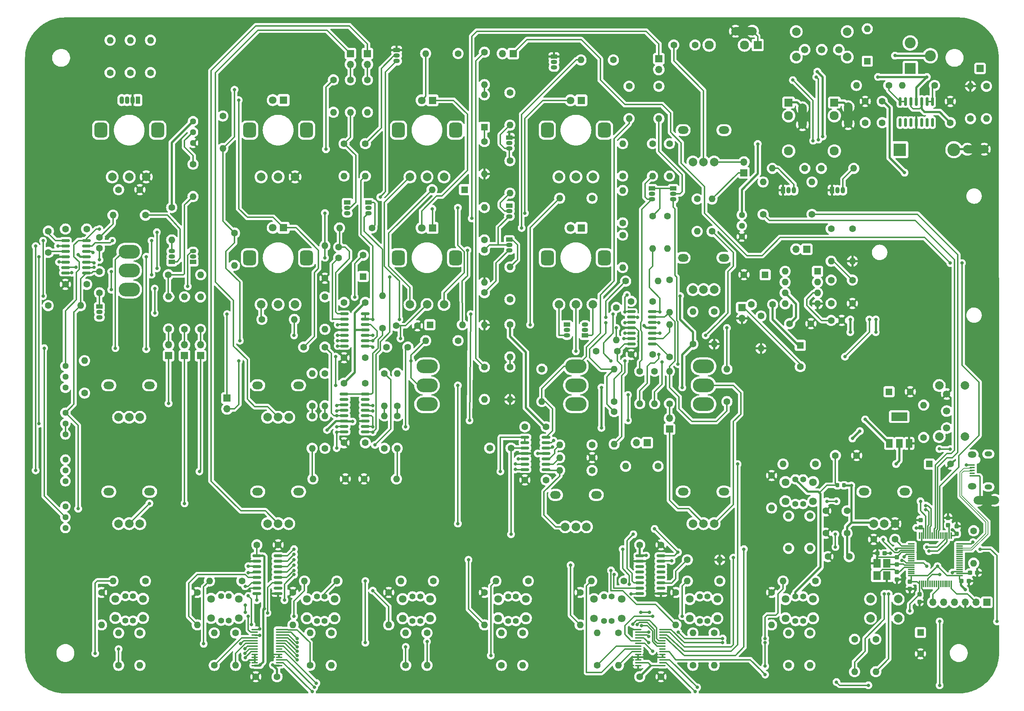
<source format=gbr>
%TF.GenerationSoftware,KiCad,Pcbnew,(6.0.7-1)-1*%
%TF.CreationDate,2022-09-10T00:28:03+02:00*%
%TF.ProjectId,LivSynth_Hardware,4c697653-796e-4746-985f-486172647761,0v01*%
%TF.SameCoordinates,Original*%
%TF.FileFunction,Copper,L2,Bot*%
%TF.FilePolarity,Positive*%
%FSLAX46Y46*%
G04 Gerber Fmt 4.6, Leading zero omitted, Abs format (unit mm)*
G04 Created by KiCad (PCBNEW (6.0.7-1)-1) date 2022-09-10 00:28:03*
%MOMM*%
%LPD*%
G01*
G04 APERTURE LIST*
G04 Aperture macros list*
%AMRoundRect*
0 Rectangle with rounded corners*
0 $1 Rounding radius*
0 $2 $3 $4 $5 $6 $7 $8 $9 X,Y pos of 4 corners*
0 Add a 4 corners polygon primitive as box body*
4,1,4,$2,$3,$4,$5,$6,$7,$8,$9,$2,$3,0*
0 Add four circle primitives for the rounded corners*
1,1,$1+$1,$2,$3*
1,1,$1+$1,$4,$5*
1,1,$1+$1,$6,$7*
1,1,$1+$1,$8,$9*
0 Add four rect primitives between the rounded corners*
20,1,$1+$1,$2,$3,$4,$5,0*
20,1,$1+$1,$4,$5,$6,$7,0*
20,1,$1+$1,$6,$7,$8,$9,0*
20,1,$1+$1,$8,$9,$2,$3,0*%
G04 Aperture macros list end*
%TA.AperFunction,ComponentPad*%
%ADD10C,1.800000*%
%TD*%
%TA.AperFunction,ComponentPad*%
%ADD11C,1.400000*%
%TD*%
%TA.AperFunction,ComponentPad*%
%ADD12O,5.000000X3.200000*%
%TD*%
%TA.AperFunction,ComponentPad*%
%ADD13C,1.440000*%
%TD*%
%TA.AperFunction,ComponentPad*%
%ADD14C,2.000000*%
%TD*%
%TA.AperFunction,ComponentPad*%
%ADD15O,2.500000X1.800000*%
%TD*%
%TA.AperFunction,ComponentPad*%
%ADD16RoundRect,0.750000X-0.750000X-1.000000X0.750000X-1.000000X0.750000X1.000000X-0.750000X1.000000X0*%
%TD*%
%TA.AperFunction,ComponentPad*%
%ADD17R,1.830000X1.930000*%
%TD*%
%TA.AperFunction,ComponentPad*%
%ADD18C,2.130000*%
%TD*%
%TA.AperFunction,ComponentPad*%
%ADD19R,1.930000X1.830000*%
%TD*%
%TA.AperFunction,ComponentPad*%
%ADD20R,1.700000X1.700000*%
%TD*%
%TA.AperFunction,ComponentPad*%
%ADD21O,1.700000X1.700000*%
%TD*%
%TA.AperFunction,SMDPad,CuDef*%
%ADD22RoundRect,0.237500X0.237500X-0.300000X0.237500X0.300000X-0.237500X0.300000X-0.237500X-0.300000X0*%
%TD*%
%TA.AperFunction,ComponentPad*%
%ADD23C,1.600000*%
%TD*%
%TA.AperFunction,ComponentPad*%
%ADD24O,1.600000X1.600000*%
%TD*%
%TA.AperFunction,ComponentPad*%
%ADD25R,1.800000X1.800000*%
%TD*%
%TA.AperFunction,SMDPad,CuDef*%
%ADD26C,2.000000*%
%TD*%
%TA.AperFunction,SMDPad,CuDef*%
%ADD27RoundRect,0.150000X0.825000X0.150000X-0.825000X0.150000X-0.825000X-0.150000X0.825000X-0.150000X0*%
%TD*%
%TA.AperFunction,ComponentPad*%
%ADD28R,1.050000X1.500000*%
%TD*%
%TA.AperFunction,ComponentPad*%
%ADD29O,1.050000X1.500000*%
%TD*%
%TA.AperFunction,ComponentPad*%
%ADD30R,1.500000X1.050000*%
%TD*%
%TA.AperFunction,ComponentPad*%
%ADD31O,1.500000X1.050000*%
%TD*%
%TA.AperFunction,ComponentPad*%
%ADD32R,3.000000X3.000000*%
%TD*%
%TA.AperFunction,ComponentPad*%
%ADD33C,3.000000*%
%TD*%
%TA.AperFunction,SMDPad,CuDef*%
%ADD34R,1.300000X0.450000*%
%TD*%
%TA.AperFunction,ComponentPad*%
%ADD35O,1.800000X1.150000*%
%TD*%
%TA.AperFunction,ComponentPad*%
%ADD36O,2.000000X1.450000*%
%TD*%
%TA.AperFunction,SMDPad,CuDef*%
%ADD37RoundRect,0.237500X-0.300000X-0.237500X0.300000X-0.237500X0.300000X0.237500X-0.300000X0.237500X0*%
%TD*%
%TA.AperFunction,ComponentPad*%
%ADD38R,1.600000X1.600000*%
%TD*%
%TA.AperFunction,SMDPad,CuDef*%
%ADD39RoundRect,0.100000X-0.637500X-0.100000X0.637500X-0.100000X0.637500X0.100000X-0.637500X0.100000X0*%
%TD*%
%TA.AperFunction,ComponentPad*%
%ADD40C,1.700000*%
%TD*%
%TA.AperFunction,SMDPad,CuDef*%
%ADD41RoundRect,0.237500X-0.237500X0.300000X-0.237500X-0.300000X0.237500X-0.300000X0.237500X0.300000X0*%
%TD*%
%TA.AperFunction,ComponentPad*%
%ADD42R,2.600000X2.600000*%
%TD*%
%TA.AperFunction,ComponentPad*%
%ADD43C,2.600000*%
%TD*%
%TA.AperFunction,SMDPad,CuDef*%
%ADD44RoundRect,0.237500X0.300000X0.237500X-0.300000X0.237500X-0.300000X-0.237500X0.300000X-0.237500X0*%
%TD*%
%TA.AperFunction,SMDPad,CuDef*%
%ADD45R,1.800000X2.100000*%
%TD*%
%TA.AperFunction,SMDPad,CuDef*%
%ADD46RoundRect,0.150000X0.850000X0.150000X-0.850000X0.150000X-0.850000X-0.150000X0.850000X-0.150000X0*%
%TD*%
%TA.AperFunction,SMDPad,CuDef*%
%ADD47RoundRect,0.218750X0.218750X0.256250X-0.218750X0.256250X-0.218750X-0.256250X0.218750X-0.256250X0*%
%TD*%
%TA.AperFunction,SMDPad,CuDef*%
%ADD48RoundRect,0.150000X-0.150000X0.825000X-0.150000X-0.825000X0.150000X-0.825000X0.150000X0.825000X0*%
%TD*%
%TA.AperFunction,SMDPad,CuDef*%
%ADD49RoundRect,0.075000X-0.700000X-0.075000X0.700000X-0.075000X0.700000X0.075000X-0.700000X0.075000X0*%
%TD*%
%TA.AperFunction,SMDPad,CuDef*%
%ADD50RoundRect,0.075000X-0.075000X-0.700000X0.075000X-0.700000X0.075000X0.700000X-0.075000X0.700000X0*%
%TD*%
%TA.AperFunction,ComponentPad*%
%ADD51R,1.070000X1.800000*%
%TD*%
%TA.AperFunction,ComponentPad*%
%ADD52O,1.070000X1.800000*%
%TD*%
%TA.AperFunction,SMDPad,CuDef*%
%ADD53R,1.500000X2.000000*%
%TD*%
%TA.AperFunction,SMDPad,CuDef*%
%ADD54R,3.800000X2.000000*%
%TD*%
%TA.AperFunction,ViaPad*%
%ADD55C,0.800000*%
%TD*%
%TA.AperFunction,Conductor*%
%ADD56C,0.500000*%
%TD*%
%TA.AperFunction,Conductor*%
%ADD57C,0.300000*%
%TD*%
%TA.AperFunction,Conductor*%
%ADD58C,0.200000*%
%TD*%
G04 APERTURE END LIST*
%TO.C,NT2*%
G36*
X306000000Y-100500000D02*
G01*
X302000000Y-100500000D01*
X302000000Y-98500000D01*
X306000000Y-98500000D01*
X306000000Y-100500000D01*
G37*
%TO.C,NT4*%
G36*
X264250000Y-93750000D02*
G01*
X262250000Y-93750000D01*
X262250000Y-89750000D01*
X264250000Y-89750000D01*
X264250000Y-93750000D01*
G37*
%TO.C,NT1*%
G36*
X308500000Y-183000000D02*
G01*
X304500000Y-183000000D01*
X304500000Y-181000000D01*
X308500000Y-181000000D01*
X308500000Y-183000000D01*
G37*
%TO.C,NT5*%
G36*
X275000000Y-93500000D02*
G01*
X273000000Y-93500000D01*
X273000000Y-89500000D01*
X275000000Y-89500000D01*
X275000000Y-93500000D01*
G37*
%TO.C,NT3*%
G36*
X251500000Y-72750000D02*
G01*
X247500000Y-72750000D01*
X247500000Y-70750000D01*
X251500000Y-70750000D01*
X251500000Y-72750000D01*
G37*
%TD*%
D10*
%TO.P,RGB_Pot5,1,UP-A*%
%TO.N,+3.3V*%
X191750000Y-205250000D03*
%TO.P,RGB_Pot5,2,POLE-A*%
%TO.N,unconnected-(RGB_Pot5-Pad2)*%
X198250000Y-205250000D03*
%TO.P,RGB_Pot5,3,DOWN-A*%
%TO.N,/IO/BTN5*%
X191750000Y-209750000D03*
%TO.P,RGB_Pot5,4,UP-B*%
%TO.N,unconnected-(RGB_Pot5-Pad4)*%
X198250000Y-209750000D03*
D11*
%TO.P,RGB_Pot5,5,CA*%
%TO.N,+3.3V*%
X194100000Y-204600000D03*
%TO.P,RGB_Pot5,6,G*%
%TO.N,Net-(R117-Pad1)*%
X195900000Y-204600000D03*
%TO.P,RGB_Pot5,7,R*%
%TO.N,Net-(R116-Pad1)*%
X195900000Y-210400000D03*
%TO.P,RGB_Pot5,8,B*%
%TO.N,Net-(R109-Pad2)*%
X194100000Y-210400000D03*
%TD*%
D12*
%TO.P,SW2,1,A*%
%TO.N,Net-(R22-Pad2)*%
X175000000Y-159450000D03*
%TO.P,SW2,2,B*%
%TO.N,Net-(R18-Pad2)*%
X175000000Y-155000000D03*
%TO.P,SW2,3*%
%TO.N,N/C*%
X175000000Y-150550000D03*
%TD*%
D10*
%TO.P,RGB_Pot4,1,UP-A*%
%TO.N,+3.3V*%
X169250000Y-205250000D03*
%TO.P,RGB_Pot4,2,POLE-A*%
%TO.N,unconnected-(RGB_Pot4-Pad2)*%
X175750000Y-205250000D03*
%TO.P,RGB_Pot4,3,DOWN-A*%
%TO.N,/IO/BTN4*%
X169250000Y-209750000D03*
%TO.P,RGB_Pot4,4,UP-B*%
%TO.N,unconnected-(RGB_Pot4-Pad4)*%
X175750000Y-209750000D03*
D11*
%TO.P,RGB_Pot4,5,CA*%
%TO.N,+3.3V*%
X171600000Y-204600000D03*
%TO.P,RGB_Pot4,6,G*%
%TO.N,Net-(R101-Pad1)*%
X173400000Y-204600000D03*
%TO.P,RGB_Pot4,7,R*%
%TO.N,Net-(R100-Pad1)*%
X173400000Y-210400000D03*
%TO.P,RGB_Pot4,8,B*%
%TO.N,Net-(R92-Pad2)*%
X171600000Y-210400000D03*
%TD*%
D13*
%TO.P,RV14,1,1*%
%TO.N,Net-(RV14-Pad1)*%
X90000000Y-183450000D03*
%TO.P,RV14,2,2*%
%TO.N,/VCO/SQUARE_OUT*%
X90000000Y-185990000D03*
%TO.P,RV14,3,3*%
%TO.N,VGND*%
X90000000Y-188530000D03*
%TD*%
D10*
%TO.P,RGB_Pot2,1,UP-A*%
%TO.N,+3.3V*%
X124250000Y-205178932D03*
%TO.P,RGB_Pot2,2,POLE-A*%
%TO.N,unconnected-(RGB_Pot2-Pad2)*%
X130750000Y-205178932D03*
%TO.P,RGB_Pot2,3,DOWN-A*%
%TO.N,/IO/BTN2*%
X124250000Y-209678932D03*
%TO.P,RGB_Pot2,4,UP-B*%
%TO.N,unconnected-(RGB_Pot2-Pad4)*%
X130750000Y-209678932D03*
D11*
%TO.P,RGB_Pot2,5,CA*%
%TO.N,+3.3V*%
X126600000Y-204528932D03*
%TO.P,RGB_Pot2,6,G*%
%TO.N,Net-(R97-Pad1)*%
X128400000Y-204528932D03*
%TO.P,RGB_Pot2,7,R*%
%TO.N,Net-(R96-Pad1)*%
X128400000Y-210328932D03*
%TO.P,RGB_Pot2,8,B*%
%TO.N,Net-(R90-Pad2)*%
X126600000Y-210328932D03*
%TD*%
D14*
%TO.P,SW7,1,1*%
%TO.N,/IO/BTN_SHIFT*%
X279250000Y-205250000D03*
X285750000Y-205250000D03*
%TO.P,SW7,2,2*%
%TO.N,+3.3V*%
X279250000Y-209750000D03*
X285750000Y-209750000D03*
%TD*%
D13*
%TO.P,RV13,1,1*%
%TO.N,+9V*%
X90000000Y-172450000D03*
%TO.P,RV13,2,2*%
%TO.N,Net-(RV13-Pad2)*%
X90000000Y-174990000D03*
%TO.P,RV13,3,3*%
%TO.N,VGND*%
X90000000Y-177530000D03*
%TD*%
D14*
%TO.P,RV6,1,1*%
%TO.N,VGND*%
X237500000Y-187500000D03*
%TO.P,RV6,2,2*%
%TO.N,/ModMatrix/VCA_CV_OUT*%
X240000000Y-187500000D03*
%TO.P,RV6,3,3*%
%TO.N,Net-(RV6-Pad3)*%
X242500000Y-187500000D03*
D15*
%TO.P,RV6,4*%
%TO.N,N/C*%
X235200000Y-180000000D03*
%TO.P,RV6,5*%
X244800000Y-180000000D03*
%TD*%
D14*
%TO.P,RV8,1,1*%
%TO.N,VGND*%
X137500000Y-187500000D03*
%TO.P,RV8,2,2*%
%TO.N,/ModMatrix/VCF_LFO_OUT*%
X140000000Y-187500000D03*
%TO.P,RV8,3,3*%
%TO.N,Net-(RV8-Pad3)*%
X142500000Y-187500000D03*
D15*
%TO.P,RV8,4*%
%TO.N,N/C*%
X135200000Y-180000000D03*
%TO.P,RV8,5*%
X144800000Y-180000000D03*
%TD*%
D14*
%TO.P,RV7,1,1*%
%TO.N,VGND*%
X102500000Y-162500000D03*
%TO.P,RV7,2,2*%
%TO.N,/ModMatrix/VCO_EG_OUT*%
X105000000Y-162500000D03*
%TO.P,RV7,3,3*%
%TO.N,/EG/AR_OUT*%
X107500000Y-162500000D03*
D15*
%TO.P,RV7,4*%
%TO.N,N/C*%
X100200000Y-155000000D03*
%TO.P,RV7,5*%
X109800000Y-155000000D03*
%TD*%
D13*
%TO.P,RV12,1,1*%
%TO.N,/VCO/SAW_OUT*%
X90000000Y-161450000D03*
%TO.P,RV12,2,2*%
%TO.N,Net-(C34-Pad1)*%
X90000000Y-163990000D03*
%TO.P,RV12,3,3*%
X90000000Y-166530000D03*
%TD*%
D14*
%TO.P,RV5,1,1*%
%TO.N,Net-(R32-Pad1)*%
X206000000Y-106000000D03*
%TO.P,RV5,2,2*%
%TO.N,Net-(R31-Pad1)*%
X210000000Y-106000000D03*
%TO.P,RV5,3,3*%
%TO.N,Net-(R30-Pad2)*%
X214000000Y-106000000D03*
D16*
%TO.P,RV5,4*%
%TO.N,N/C*%
X203300000Y-95000000D03*
%TO.P,RV5,5*%
X216700000Y-95000000D03*
%TD*%
D14*
%TO.P,RV22,1,1*%
%TO.N,VGND*%
X137500000Y-162500000D03*
%TO.P,RV22,2,2*%
%TO.N,/ModMatrix/VCF_EG_OUT*%
X140000000Y-162500000D03*
%TO.P,RV22,3,3*%
%TO.N,/EG/AR_OUT*%
X142500000Y-162500000D03*
D15*
%TO.P,RV22,4*%
%TO.N,N/C*%
X135200000Y-155000000D03*
%TO.P,RV22,5*%
X144800000Y-155000000D03*
%TD*%
D14*
%TO.P,RV19,1,1*%
%TO.N,VGND*%
X237500000Y-102500000D03*
%TO.P,RV19,2,2*%
%TO.N,Net-(C46-Pad1)*%
X240000000Y-102500000D03*
%TO.P,RV19,3,3*%
%TO.N,Net-(J13-Pad2)*%
X242500000Y-102500000D03*
D15*
%TO.P,RV19,4*%
%TO.N,N/C*%
X235200000Y-95000000D03*
%TO.P,RV19,5*%
X244800000Y-95000000D03*
%TD*%
D14*
%TO.P,RV3,1,1*%
%TO.N,Net-(D5-Pad1)*%
X171000000Y-106000000D03*
%TO.P,RV3,2,2*%
%TO.N,Net-(C32-Pad1)*%
X175000000Y-106000000D03*
%TO.P,RV3,3,3*%
X179000000Y-106000000D03*
D16*
%TO.P,RV3,4*%
%TO.N,N/C*%
X168300000Y-95000000D03*
%TO.P,RV3,5*%
X181700000Y-95000000D03*
%TD*%
D12*
%TO.P,SW3,1,A*%
%TO.N,/EG/AR_OUT*%
X240000000Y-159450000D03*
%TO.P,SW3,2,B*%
%TO.N,Net-(RV6-Pad3)*%
X240000000Y-155000000D03*
%TO.P,SW3,3,C*%
%TO.N,Net-(RV8-Pad3)*%
X240000000Y-150550000D03*
%TD*%
D14*
%TO.P,RV18,1,1*%
%TO.N,Net-(R77-Pad2)*%
X237500000Y-132500000D03*
%TO.P,RV18,2,2*%
%TO.N,Net-(R78-Pad1)*%
X240000000Y-132500000D03*
%TO.P,RV18,3,3*%
%TO.N,Net-(R79-Pad1)*%
X242500000Y-132500000D03*
D15*
%TO.P,RV18,4*%
%TO.N,N/C*%
X235200000Y-125000000D03*
%TO.P,RV18,5*%
X244800000Y-125000000D03*
%TD*%
D12*
%TO.P,SW5,1,A*%
%TO.N,/LFO/LFO_SQA_OUT*%
X210000000Y-150550000D03*
%TO.P,SW5,2,B*%
%TO.N,Net-(RV8-Pad3)*%
X210000000Y-155000000D03*
%TO.P,SW5,3,C*%
%TO.N,/LFO/LFO_TRI_OUT*%
X210000000Y-159450000D03*
%TD*%
D13*
%TO.P,RV17,1,1*%
%TO.N,+9V*%
X249000000Y-114950000D03*
%TO.P,RV17,2,2*%
%TO.N,Net-(R71-Pad2)*%
X249000000Y-117490000D03*
%TO.P,RV17,3,3*%
%TO.N,GND*%
X249000000Y-120030000D03*
%TD*%
D14*
%TO.P,RV9,1,1*%
%TO.N,VGND*%
X102500000Y-187500000D03*
%TO.P,RV9,2,2*%
%TO.N,/ModMatrix/VCO_LFO_OUT*%
X105000000Y-187500000D03*
%TO.P,RV9,3,3*%
%TO.N,Net-(RV8-Pad3)*%
X107500000Y-187500000D03*
D15*
%TO.P,RV9,4*%
%TO.N,N/C*%
X100200000Y-180000000D03*
%TO.P,RV9,5*%
X109800000Y-180000000D03*
%TD*%
D14*
%TO.P,RV21,1,1*%
%TO.N,+3.3VA*%
X280000000Y-187500000D03*
%TO.P,RV21,2,2*%
%TO.N,/IO/ADC_IN2*%
X282500000Y-187500000D03*
%TO.P,RV21,3,3*%
%TO.N,GND*%
X285000000Y-187500000D03*
D15*
%TO.P,RV21,4*%
%TO.N,N/C*%
X277700000Y-180000000D03*
%TO.P,RV21,5*%
X287300000Y-180000000D03*
%TD*%
D14*
%TO.P,RV16,1,1*%
%TO.N,Net-(R58-Pad2)*%
X136000000Y-136000000D03*
%TO.P,RV16,2,2*%
%TO.N,Net-(R61-Pad2)*%
X140000000Y-136000000D03*
%TO.P,RV16,3,3*%
%TO.N,VGND*%
X144000000Y-136000000D03*
D16*
%TO.P,RV16,4*%
%TO.N,N/C*%
X133300000Y-125000000D03*
%TO.P,RV16,5*%
X146700000Y-125000000D03*
%TD*%
D14*
%TO.P,RV2,1,1*%
%TO.N,Net-(D3-Pad2)*%
X171000000Y-136000000D03*
%TO.P,RV2,2,2*%
%TO.N,Net-(C32-Pad1)*%
X175000000Y-136000000D03*
%TO.P,RV2,3,3*%
X179000000Y-136000000D03*
D16*
%TO.P,RV2,4*%
%TO.N,N/C*%
X168300000Y-125000000D03*
%TO.P,RV2,5*%
X181700000Y-125000000D03*
%TD*%
D14*
%TO.P,RV20,1,1*%
%TO.N,+3.3VA*%
X101000000Y-106000000D03*
%TO.P,RV20,2,2*%
%TO.N,/IO/ADC_IN1*%
X105000000Y-106000000D03*
%TO.P,RV20,3,3*%
%TO.N,GND*%
X109000000Y-106000000D03*
D16*
%TO.P,RV20,4*%
%TO.N,N/C*%
X98300000Y-95000000D03*
%TO.P,RV20,5*%
X111700000Y-95000000D03*
%TD*%
D17*
%TO.P,J14,1*%
%TO.N,Net-(J14-Pad1)*%
X252729540Y-75000000D03*
D18*
%TO.P,J14,2*%
%TO.N,Net-(J14-Pad2)*%
X249629540Y-75000000D03*
%TO.P,J14,3*%
%TO.N,Net-(C46-Pad2)*%
X241329540Y-75000000D03*
%TD*%
D10*
%TO.P,RGB_Pot7,1,UP-A*%
%TO.N,+3.3V*%
X236750000Y-205250000D03*
%TO.P,RGB_Pot7,2,POLE-A*%
%TO.N,unconnected-(RGB_Pot7-Pad2)*%
X243250000Y-205250000D03*
%TO.P,RGB_Pot7,3,DOWN-A*%
%TO.N,/IO/BTN7*%
X236750000Y-209750000D03*
%TO.P,RGB_Pot7,4,UP-B*%
%TO.N,unconnected-(RGB_Pot7-Pad4)*%
X243250000Y-209750000D03*
D11*
%TO.P,RGB_Pot7,5,CA*%
%TO.N,+3.3V*%
X239100000Y-204600000D03*
%TO.P,RGB_Pot7,6,G*%
%TO.N,Net-(R121-Pad1)*%
X240900000Y-204600000D03*
%TO.P,RGB_Pot7,7,R*%
%TO.N,Net-(R120-Pad1)*%
X240900000Y-210400000D03*
%TO.P,RGB_Pot7,8,B*%
%TO.N,Net-(R111-Pad2)*%
X239100000Y-210400000D03*
%TD*%
D19*
%TO.P,J18,1*%
%TO.N,Net-(J18-Pad1)*%
X260000000Y-88520460D03*
D18*
%TO.P,J18,2*%
%TO.N,unconnected-(J18-Pad2)*%
X260000000Y-91620460D03*
%TO.P,J18,3*%
%TO.N,Net-(J18-Pad3)*%
X260000000Y-99920460D03*
%TD*%
D19*
%TO.P,J19,1*%
%TO.N,Net-(J19-Pad1)*%
X270750000Y-88520460D03*
D18*
%TO.P,J19,2*%
%TO.N,unconnected-(J19-Pad2)*%
X270750000Y-91620460D03*
%TO.P,J19,3*%
%TO.N,Net-(J19-Pad3)*%
X270750000Y-99920460D03*
%TD*%
D10*
%TO.P,RGB_Pot9,1,UP-A*%
%TO.N,+3.3V*%
X259250000Y-177750000D03*
%TO.P,RGB_Pot9,2,POLE-A*%
%TO.N,unconnected-(RGB_Pot9-Pad2)*%
X265750000Y-177750000D03*
%TO.P,RGB_Pot9,3,DOWN-A*%
%TO.N,/IO/BTN9*%
X259250000Y-182250000D03*
%TO.P,RGB_Pot9,4,UP-B*%
%TO.N,unconnected-(RGB_Pot9-Pad4)*%
X265750000Y-182250000D03*
D11*
%TO.P,RGB_Pot9,5,CA*%
%TO.N,+3.3V*%
X261600000Y-177100000D03*
%TO.P,RGB_Pot9,6,G*%
%TO.N,Net-(R115-Pad1)*%
X263400000Y-177100000D03*
%TO.P,RGB_Pot9,7,R*%
%TO.N,Net-(R114-Pad1)*%
X263400000Y-182900000D03*
%TO.P,RGB_Pot9,8,B*%
%TO.N,Net-(R108-Pad2)*%
X261600000Y-182900000D03*
%TD*%
D14*
%TO.P,RV15,1,1*%
%TO.N,+9V*%
X136000000Y-106000000D03*
%TO.P,RV15,2,2*%
%TO.N,Net-(R55-Pad1)*%
X140000000Y-106000000D03*
%TO.P,RV15,3,3*%
%TO.N,GND*%
X144000000Y-106000000D03*
D16*
%TO.P,RV15,4*%
%TO.N,N/C*%
X133300000Y-95000000D03*
%TO.P,RV15,5*%
X146700000Y-95000000D03*
%TD*%
D13*
%TO.P,RV10,1,1*%
%TO.N,+9V*%
X120000000Y-92935000D03*
%TO.P,RV10,2,2*%
%TO.N,Net-(R38-Pad1)*%
X120000000Y-95475000D03*
%TO.P,RV10,3,3*%
%TO.N,GND*%
X120000000Y-98015000D03*
%TD*%
D14*
%TO.P,RV1,1,1*%
%TO.N,Net-(R6-Pad2)*%
X207500000Y-188250000D03*
%TO.P,RV1,2,2*%
%TO.N,Net-(C31-Pad1)*%
X210000000Y-188250000D03*
%TO.P,RV1,3,3*%
X212500000Y-188250000D03*
D15*
%TO.P,RV1,4*%
%TO.N,N/C*%
X205200000Y-180750000D03*
%TO.P,RV1,5*%
X214800000Y-180750000D03*
%TD*%
D10*
%TO.P,RGB_Pot8,1,UP-A*%
%TO.N,+3.3V*%
X259250000Y-205250000D03*
%TO.P,RGB_Pot8,2,POLE-A*%
%TO.N,unconnected-(RGB_Pot8-Pad2)*%
X265750000Y-205250000D03*
%TO.P,RGB_Pot8,3,DOWN-A*%
%TO.N,/IO/BTN8*%
X259250000Y-209750000D03*
%TO.P,RGB_Pot8,4,UP-B*%
%TO.N,unconnected-(RGB_Pot8-Pad4)*%
X265750000Y-209750000D03*
D11*
%TO.P,RGB_Pot8,5,CA*%
%TO.N,+3.3V*%
X261600000Y-204600000D03*
%TO.P,RGB_Pot8,6,G*%
%TO.N,Net-(R113-Pad1)*%
X263400000Y-204600000D03*
%TO.P,RGB_Pot8,7,R*%
%TO.N,Net-(R112-Pad1)*%
X263400000Y-210400000D03*
%TO.P,RGB_Pot8,8,B*%
%TO.N,Net-(R107-Pad2)*%
X261600000Y-210400000D03*
%TD*%
D14*
%TO.P,RV4,1,1*%
%TO.N,Net-(Q5-Pad3)*%
X206000000Y-136000000D03*
%TO.P,RV4,2,2*%
%TO.N,Net-(C33-Pad1)*%
X210000000Y-136000000D03*
%TO.P,RV4,3,3*%
%TO.N,Net-(Q7-Pad1)*%
X214000000Y-136000000D03*
D16*
%TO.P,RV4,4*%
%TO.N,N/C*%
X203300000Y-125000000D03*
%TO.P,RV4,5*%
X216700000Y-125000000D03*
%TD*%
D20*
%TO.P,J15,1,Pin_1*%
%TO.N,Net-(C50-Pad2)*%
X249000000Y-136725000D03*
D21*
%TO.P,J15,2,Pin_2*%
%TO.N,GND*%
X249000000Y-139265000D03*
%TD*%
D10*
%TO.P,RGB_Pot3,1,UP-A*%
%TO.N,+3.3V*%
X146750000Y-205250000D03*
%TO.P,RGB_Pot3,2,POLE-A*%
%TO.N,unconnected-(RGB_Pot3-Pad2)*%
X153250000Y-205250000D03*
%TO.P,RGB_Pot3,3,DOWN-A*%
%TO.N,/IO/BTN3*%
X146750000Y-209750000D03*
%TO.P,RGB_Pot3,4,UP-B*%
%TO.N,unconnected-(RGB_Pot3-Pad4)*%
X153250000Y-209750000D03*
D11*
%TO.P,RGB_Pot3,5,CA*%
%TO.N,+3.3V*%
X149100000Y-204600000D03*
%TO.P,RGB_Pot3,6,G*%
%TO.N,Net-(R99-Pad1)*%
X150900000Y-204600000D03*
%TO.P,RGB_Pot3,7,R*%
%TO.N,Net-(R98-Pad1)*%
X150900000Y-210400000D03*
%TO.P,RGB_Pot3,8,B*%
%TO.N,Net-(R91-Pad2)*%
X149100000Y-210400000D03*
%TD*%
D10*
%TO.P,RGB_Pot1,1,UP-A*%
%TO.N,+3.3V*%
X101750000Y-205178932D03*
%TO.P,RGB_Pot1,2,POLE-A*%
%TO.N,unconnected-(RGB_Pot1-Pad2)*%
X108250000Y-205178932D03*
%TO.P,RGB_Pot1,3,DOWN-A*%
%TO.N,/IO/BTN1*%
X101750000Y-209678932D03*
%TO.P,RGB_Pot1,4,UP-B*%
%TO.N,unconnected-(RGB_Pot1-Pad4)*%
X108250000Y-209678932D03*
D11*
%TO.P,RGB_Pot1,5,CA*%
%TO.N,+3.3V*%
X104100000Y-204528932D03*
%TO.P,RGB_Pot1,6,G*%
%TO.N,Net-(R95-Pad1)*%
X105900000Y-204528932D03*
%TO.P,RGB_Pot1,7,R*%
%TO.N,Net-(R94-Pad1)*%
X105900000Y-210328932D03*
%TO.P,RGB_Pot1,8,B*%
%TO.N,Net-(R89-Pad2)*%
X104100000Y-210328932D03*
%TD*%
D13*
%TO.P,RV11,1,1*%
%TO.N,Net-(RV11-Pad1)*%
X90000000Y-150470000D03*
%TO.P,RV11,2,2*%
%TO.N,Net-(Q9-Pad2)*%
X90000000Y-153010000D03*
%TO.P,RV11,3,3*%
%TO.N,Net-(R40-Pad1)*%
X90000000Y-155550000D03*
%TD*%
D12*
%TO.P,SW6,1,A*%
%TO.N,/VCO/SAW_OUT*%
X105000000Y-132465000D03*
%TO.P,SW6,2,B*%
%TO.N,/VCF/VCF_IN*%
X105000000Y-128015000D03*
%TO.P,SW6,3,C*%
%TO.N,/VCO/SQUARE_OUT*%
X105000000Y-123565000D03*
%TD*%
D10*
%TO.P,RGB_Pot6,1,UP-A*%
%TO.N,+3.3V*%
X214250000Y-205250000D03*
%TO.P,RGB_Pot6,2,POLE-A*%
%TO.N,unconnected-(RGB_Pot6-Pad2)*%
X220750000Y-205250000D03*
%TO.P,RGB_Pot6,3,DOWN-A*%
%TO.N,/IO/BTN6*%
X214250000Y-209750000D03*
%TO.P,RGB_Pot6,4,UP-B*%
%TO.N,unconnected-(RGB_Pot6-Pad4)*%
X220750000Y-209750000D03*
D11*
%TO.P,RGB_Pot6,5,CA*%
%TO.N,+3.3V*%
X216600000Y-204600000D03*
%TO.P,RGB_Pot6,6,G*%
%TO.N,Net-(R119-Pad1)*%
X218400000Y-204600000D03*
%TO.P,RGB_Pot6,7,R*%
%TO.N,Net-(R118-Pad1)*%
X218400000Y-210400000D03*
%TO.P,RGB_Pot6,8,B*%
%TO.N,Net-(R110-Pad2)*%
X216600000Y-210400000D03*
%TD*%
D22*
%TO.P,C23,1*%
%TO.N,+3.3V*%
X291000000Y-188362500D03*
%TO.P,C23,2*%
%TO.N,GND*%
X291000000Y-186637500D03*
%TD*%
D23*
%TO.P,R68,1*%
%TO.N,Net-(Q14-Pad3)*%
X225000000Y-151690000D03*
D24*
%TO.P,R68,2*%
%TO.N,Net-(R68-Pad2)*%
X225000000Y-159310000D03*
%TD*%
D25*
%TO.P,D8,1,K*%
%TO.N,Net-(C40-Pad2)*%
X141275000Y-117950000D03*
D10*
%TO.P,D8,2,A*%
%TO.N,Net-(D7-Pad1)*%
X138735000Y-117950000D03*
%TD*%
D23*
%TO.P,R53,1*%
%TO.N,VGND*%
X165000000Y-169810000D03*
D24*
%TO.P,R53,2*%
%TO.N,Net-(R50-Pad2)*%
X165000000Y-162190000D03*
%TD*%
D23*
%TO.P,C55,1*%
%TO.N,/IO/ADC_IN2*%
X285000000Y-191200000D03*
%TO.P,C55,2*%
%TO.N,GND*%
X280000000Y-191200000D03*
%TD*%
%TO.P,R44,1*%
%TO.N,Net-(R43-Pad1)*%
X148000000Y-162190000D03*
D24*
%TO.P,R44,2*%
%TO.N,Net-(R44-Pad2)*%
X148000000Y-169810000D03*
%TD*%
D20*
%TO.P,J17,1,Pin_1*%
%TO.N,Net-(J17-Pad1)*%
X264275000Y-123000000D03*
D21*
%TO.P,J17,2,Pin_2*%
%TO.N,Net-(J17-Pad2)*%
X261735000Y-123000000D03*
%TD*%
D23*
%TO.P,R6,1*%
%TO.N,Net-(R6-Pad1)*%
X213810000Y-175000000D03*
D24*
%TO.P,R6,2*%
%TO.N,Net-(R6-Pad2)*%
X206190000Y-175000000D03*
%TD*%
D26*
%TO.P,NT2,1,1*%
%TO.N,GND*%
X306000000Y-99500000D03*
%TO.P,NT2,2,2*%
%TO.N,/Power/BAT_N*%
X302000000Y-99500000D03*
%TD*%
D23*
%TO.P,C1,1*%
%TO.N,+9V*%
X282000000Y-88250000D03*
%TO.P,C1,2*%
%TO.N,VGND*%
X282000000Y-93250000D03*
%TD*%
%TO.P,R30,1*%
%TO.N,Net-(R26-Pad2)*%
X221000000Y-116810000D03*
D24*
%TO.P,R30,2*%
%TO.N,Net-(R30-Pad2)*%
X221000000Y-109190000D03*
%TD*%
D23*
%TO.P,R87,1*%
%TO.N,GND*%
X143500000Y-203690000D03*
D24*
%TO.P,R87,2*%
%TO.N,/IO/BTN3*%
X143500000Y-211310000D03*
%TD*%
D23*
%TO.P,R71,1*%
%TO.N,Net-(Q14-Pad2)*%
X231500000Y-115190000D03*
D24*
%TO.P,R71,2*%
%TO.N,Net-(R71-Pad2)*%
X231500000Y-122810000D03*
%TD*%
D23*
%TO.P,R89,1*%
%TO.N,/IO/P1_B*%
X102500000Y-220810000D03*
D24*
%TO.P,R89,2*%
%TO.N,Net-(R89-Pad2)*%
X102500000Y-213190000D03*
%TD*%
D23*
%TO.P,R83,1*%
%TO.N,Net-(C49-Pad1)*%
X275000000Y-118190000D03*
D24*
%TO.P,R83,2*%
%TO.N,GND*%
X275000000Y-125810000D03*
%TD*%
D23*
%TO.P,R64,1*%
%TO.N,+9V*%
X232000000Y-98190000D03*
D24*
%TO.P,R64,2*%
%TO.N,Net-(Q13-Pad3)*%
X232000000Y-105810000D03*
%TD*%
D23*
%TO.P,C43,1*%
%TO.N,+3.3V*%
X225000000Y-223500000D03*
%TO.P,C43,2*%
%TO.N,GND*%
X230000000Y-223500000D03*
%TD*%
D27*
%TO.P,U4,1*%
%TO.N,Net-(RV11-Pad1)*%
X94975000Y-120940000D03*
%TO.P,U4,2,-*%
%TO.N,Net-(R33-Pad2)*%
X94975000Y-122210000D03*
%TO.P,U4,3,+*%
%TO.N,VGND*%
X94975000Y-123480000D03*
%TO.P,U4,4,V+*%
%TO.N,+9V*%
X94975000Y-124750000D03*
%TO.P,U4,5,+*%
%TO.N,VGND*%
X94975000Y-126020000D03*
%TO.P,U4,6,-*%
%TO.N,Net-(C35-Pad1)*%
X94975000Y-127290000D03*
%TO.P,U4,7*%
%TO.N,/VCO/SAW_OUT*%
X94975000Y-128560000D03*
%TO.P,U4,8*%
%TO.N,Net-(C36-Pad2)*%
X90025000Y-128560000D03*
%TO.P,U4,9,-*%
%TO.N,Net-(C36-Pad1)*%
X90025000Y-127290000D03*
%TO.P,U4,10,+*%
%TO.N,VGND*%
X90025000Y-126020000D03*
%TO.P,U4,11,V-*%
%TO.N,GND*%
X90025000Y-124750000D03*
%TO.P,U4,12,+*%
%TO.N,Net-(C34-Pad1)*%
X90025000Y-123480000D03*
%TO.P,U4,13,-*%
%TO.N,Net-(RV13-Pad2)*%
X90025000Y-122210000D03*
%TO.P,U4,14*%
%TO.N,Net-(C34-Pad2)*%
X90025000Y-120940000D03*
%TD*%
D23*
%TO.P,C12,1*%
%TO.N,VGND*%
X160500000Y-168500000D03*
%TO.P,C12,2*%
%TO.N,GND*%
X155500000Y-168500000D03*
%TD*%
%TO.P,R91,1*%
%TO.N,/IO/P3_B*%
X147500000Y-220810000D03*
D24*
%TO.P,R91,2*%
%TO.N,Net-(R91-Pad2)*%
X147500000Y-213190000D03*
%TD*%
D28*
%TO.P,Q16,1,E*%
%TO.N,GND*%
X270230000Y-109140000D03*
D29*
%TO.P,Q16,2,B*%
%TO.N,Net-(Q16-Pad2)*%
X271500000Y-109140000D03*
%TO.P,Q16,3,C*%
%TO.N,Net-(J19-Pad3)*%
X272770000Y-109140000D03*
%TD*%
D23*
%TO.P,R70,1*%
%TO.N,Net-(J11-Pad2)*%
X229500000Y-84690000D03*
D24*
%TO.P,R70,2*%
%TO.N,Net-(Q13-Pad2)*%
X229500000Y-92310000D03*
%TD*%
D23*
%TO.P,C49,1*%
%TO.N,Net-(C49-Pad1)*%
X275000000Y-130250000D03*
%TO.P,C49,2*%
%TO.N,Net-(C49-Pad2)*%
X270000000Y-130250000D03*
%TD*%
%TO.P,R97,1*%
%TO.N,Net-(R97-Pad1)*%
X131500000Y-201000000D03*
D24*
%TO.P,R97,2*%
%TO.N,/IO/P2_G*%
X123880000Y-201000000D03*
%TD*%
D23*
%TO.P,R129,1*%
%TO.N,Net-(D11-Pad4)*%
X100500000Y-81500000D03*
D24*
%TO.P,R129,2*%
%TO.N,/IO/LED1_B*%
X100500000Y-73880000D03*
%TD*%
D23*
%TO.P,R26,1*%
%TO.N,Net-(R26-Pad1)*%
X219000000Y-161190000D03*
D24*
%TO.P,R26,2*%
%TO.N,Net-(R26-Pad2)*%
X219000000Y-168810000D03*
%TD*%
D23*
%TO.P,R124,1*%
%TO.N,/IO/CLOCK_OUT*%
X254000000Y-114810000D03*
D24*
%TO.P,R124,2*%
%TO.N,Net-(Q15-Pad2)*%
X254000000Y-107190000D03*
%TD*%
D23*
%TO.P,R117,1*%
%TO.N,Net-(R117-Pad1)*%
X198810000Y-201000000D03*
D24*
%TO.P,R117,2*%
%TO.N,/IO/P5_G*%
X191190000Y-201000000D03*
%TD*%
D23*
%TO.P,R114,1*%
%TO.N,Net-(R114-Pad1)*%
X265000000Y-185690000D03*
D24*
%TO.P,R114,2*%
%TO.N,/IO/P9_R*%
X265000000Y-193310000D03*
%TD*%
D30*
%TO.P,Q9,1,E*%
%TO.N,Net-(Q10-Pad1)*%
X115000000Y-126000000D03*
D31*
%TO.P,Q9,2,B*%
%TO.N,Net-(Q9-Pad2)*%
X115000000Y-124730000D03*
%TO.P,Q9,3,C*%
%TO.N,Net-(C36-Pad1)*%
X115000000Y-123460000D03*
%TD*%
D23*
%TO.P,R74,1*%
%TO.N,Net-(Q13-Pad1)*%
X228000000Y-115190000D03*
D24*
%TO.P,R74,2*%
%TO.N,Net-(R74-Pad2)*%
X228000000Y-122810000D03*
%TD*%
D23*
%TO.P,R113,1*%
%TO.N,Net-(R113-Pad1)*%
X266310000Y-201000000D03*
D24*
%TO.P,R113,2*%
%TO.N,/IO/P8_G*%
X258690000Y-201000000D03*
%TD*%
D23*
%TO.P,R3,1*%
%TO.N,Net-(C13-Pad1)*%
X302750000Y-92310000D03*
D24*
%TO.P,R3,2*%
%TO.N,GND*%
X302750000Y-84690000D03*
%TD*%
D32*
%TO.P,BT1,1,+*%
%TO.N,/Power/BAT_P*%
X286150000Y-99600000D03*
D33*
%TO.P,BT1,2,-*%
%TO.N,/Power/BAT_N*%
X298850000Y-99600000D03*
%TD*%
D23*
%TO.P,R62,1*%
%TO.N,Net-(D7-Pad1)*%
X129750000Y-119190000D03*
D24*
%TO.P,R62,2*%
%TO.N,VGND*%
X129750000Y-126810000D03*
%TD*%
D30*
%TO.P,Q13,1,E*%
%TO.N,Net-(Q13-Pad1)*%
X232860000Y-108730000D03*
D31*
%TO.P,Q13,2,B*%
%TO.N,Net-(Q13-Pad2)*%
X232860000Y-110000000D03*
%TO.P,Q13,3,C*%
%TO.N,Net-(Q13-Pad3)*%
X232860000Y-111270000D03*
%TD*%
D23*
%TO.P,R92,1*%
%TO.N,/IO/P4_B*%
X170000000Y-220810000D03*
D24*
%TO.P,R92,2*%
%TO.N,Net-(R92-Pad2)*%
X170000000Y-213190000D03*
%TD*%
D23*
%TO.P,C42,1*%
%TO.N,+3.3V*%
X139750000Y-223500000D03*
%TO.P,C42,2*%
%TO.N,GND*%
X134750000Y-223500000D03*
%TD*%
%TO.P,R79,1*%
%TO.N,Net-(R79-Pad1)*%
X242500000Y-137690000D03*
D24*
%TO.P,R79,2*%
%TO.N,GND*%
X242500000Y-145310000D03*
%TD*%
D27*
%TO.P,U18,1,~{PL}*%
%TO.N,/IO/SR_SHLDN*%
X139975000Y-195055000D03*
%TO.P,U18,2,CP*%
%TO.N,/IO/SR_SPI_CLK*%
X139975000Y-196325000D03*
%TO.P,U18,3,D4*%
%TO.N,/IO/BTN5*%
X139975000Y-197595000D03*
%TO.P,U18,4,D5*%
%TO.N,/IO/BTN6*%
X139975000Y-198865000D03*
%TO.P,U18,5,D6*%
%TO.N,/IO/BTN7*%
X139975000Y-200135000D03*
%TO.P,U18,6,D7*%
%TO.N,/IO/BTN8*%
X139975000Y-201405000D03*
%TO.P,U18,7,~{Q7}*%
%TO.N,unconnected-(U18-Pad7)*%
X139975000Y-202675000D03*
%TO.P,U18,8,GND*%
%TO.N,GND*%
X139975000Y-203945000D03*
%TO.P,U18,9,Q7*%
%TO.N,Net-(U18-Pad9)*%
X135025000Y-203945000D03*
%TO.P,U18,10,DS*%
%TO.N,GND*%
X135025000Y-202675000D03*
%TO.P,U18,11,D0*%
%TO.N,/IO/BTN1*%
X135025000Y-201405000D03*
%TO.P,U18,12,D1*%
%TO.N,/IO/BTN2*%
X135025000Y-200135000D03*
%TO.P,U18,13,D2*%
%TO.N,/IO/BTN3*%
X135025000Y-198865000D03*
%TO.P,U18,14,D3*%
%TO.N,/IO/BTN4*%
X135025000Y-197595000D03*
%TO.P,U18,15,~{CE}*%
%TO.N,GND*%
X135025000Y-196325000D03*
%TO.P,U18,16,VCC*%
%TO.N,+3.3V*%
X135025000Y-195055000D03*
%TD*%
D23*
%TO.P,R16,1*%
%TO.N,+9V*%
X194500000Y-140690000D03*
D24*
%TO.P,R16,2*%
%TO.N,Net-(R16-Pad2)*%
X194500000Y-148310000D03*
%TD*%
D23*
%TO.P,R98,1*%
%TO.N,Net-(R98-Pad1)*%
X152500000Y-213190000D03*
D24*
%TO.P,R98,2*%
%TO.N,/IO/P3_R*%
X152500000Y-220810000D03*
%TD*%
D23*
%TO.P,C8,1*%
%TO.N,VGND*%
X203000000Y-177250000D03*
%TO.P,C8,2*%
%TO.N,GND*%
X198000000Y-177250000D03*
%TD*%
%TO.P,R107,1*%
%TO.N,/IO/P8_B*%
X260000000Y-220810000D03*
D24*
%TO.P,R107,2*%
%TO.N,Net-(R107-Pad2)*%
X260000000Y-213190000D03*
%TD*%
D23*
%TO.P,R104,1*%
%TO.N,GND*%
X188500000Y-203690000D03*
D24*
%TO.P,R104,2*%
%TO.N,/IO/BTN5*%
X188500000Y-211310000D03*
%TD*%
D23*
%TO.P,R82,1*%
%TO.N,Net-(J14-Pad2)*%
X270000000Y-118190000D03*
D24*
%TO.P,R82,2*%
%TO.N,Net-(C49-Pad1)*%
X270000000Y-125810000D03*
%TD*%
D34*
%TO.P,J3,1,VBUS*%
%TO.N,VBUS*%
X303100000Y-173700000D03*
%TO.P,J3,2,D-*%
%TO.N,/MCU/USB_D-*%
X303100000Y-174350000D03*
%TO.P,J3,3,D+*%
%TO.N,/MCU/USB_D+*%
X303100000Y-175000000D03*
%TO.P,J3,4,ID*%
%TO.N,unconnected-(J3-Pad4)*%
X303100000Y-175650000D03*
%TO.P,J3,5,GND*%
%TO.N,Net-(J3-Pad5)*%
X303100000Y-176300000D03*
D35*
%TO.P,J3,6,Shield*%
%TO.N,unconnected-(J3-Pad6)*%
X306950000Y-178875000D03*
X306950000Y-171125000D03*
D36*
X303150000Y-178725000D03*
X303150000Y-171275000D03*
%TD*%
D30*
%TO.P,Q10,1,E*%
%TO.N,Net-(Q10-Pad1)*%
X120000000Y-126000000D03*
D31*
%TO.P,Q10,2,B*%
%TO.N,VGND*%
X120000000Y-124730000D03*
%TO.P,Q10,3,C*%
%TO.N,Net-(C35-Pad1)*%
X120000000Y-123460000D03*
%TD*%
D20*
%TO.P,J13,1,Pin_1*%
%TO.N,/IO/VCA_IN*%
X249500000Y-105025000D03*
D21*
%TO.P,J13,2,Pin_2*%
%TO.N,Net-(J13-Pad2)*%
X249500000Y-102485000D03*
%TD*%
D23*
%TO.P,R110,1*%
%TO.N,/IO/P6_B*%
X215000000Y-220810000D03*
D24*
%TO.P,R110,2*%
%TO.N,Net-(R110-Pad2)*%
X215000000Y-213190000D03*
%TD*%
D23*
%TO.P,R46,1*%
%TO.N,Net-(R45-Pad1)*%
X168000000Y-162190000D03*
D24*
%TO.P,R46,2*%
%TO.N,Net-(C39-Pad1)*%
X168000000Y-169810000D03*
%TD*%
D37*
%TO.P,C21,1*%
%TO.N,+3.3V*%
X300637500Y-201000000D03*
%TO.P,C21,2*%
%TO.N,GND*%
X302362500Y-201000000D03*
%TD*%
D23*
%TO.P,R105,1*%
%TO.N,GND*%
X211000000Y-203690000D03*
D24*
%TO.P,R105,2*%
%TO.N,/IO/BTN6*%
X211000000Y-211310000D03*
%TD*%
D23*
%TO.P,R122,1*%
%TO.N,+3.3V*%
X263810000Y-104000000D03*
D24*
%TO.P,R122,2*%
%TO.N,Net-(J18-Pad3)*%
X256190000Y-104000000D03*
%TD*%
D20*
%TO.P,J20,1,Pin_1*%
%TO.N,/ModMatrix/VCF_EG_OUT*%
X157000000Y-77000000D03*
D21*
%TO.P,J20,2,Pin_2*%
%TO.N,Net-(J20-Pad2)*%
X157000000Y-79540000D03*
%TD*%
D38*
%TO.P,D3,1,K*%
%TO.N,Net-(D3-Pad1)*%
X183810000Y-109000000D03*
D24*
%TO.P,D3,2,A*%
%TO.N,Net-(D3-Pad2)*%
X176190000Y-109000000D03*
%TD*%
D23*
%TO.P,R76,1*%
%TO.N,Net-(R75-Pad2)*%
X245500000Y-158810000D03*
D24*
%TO.P,R76,2*%
%TO.N,Net-(R74-Pad2)*%
X245500000Y-151190000D03*
%TD*%
D23*
%TO.P,R65,1*%
%TO.N,+9V*%
X228000000Y-98190000D03*
D24*
%TO.P,R65,2*%
%TO.N,Net-(Q14-Pad3)*%
X228000000Y-105810000D03*
%TD*%
D37*
%TO.P,C28,1*%
%TO.N,/MCU/VCAP_2*%
X302637500Y-199000000D03*
%TO.P,C28,2*%
%TO.N,GND*%
X304362500Y-199000000D03*
%TD*%
D38*
%TO.P,C39,1*%
%TO.N,Net-(C39-Pad1)*%
X160000000Y-129402651D03*
D23*
%TO.P,C39,2*%
%TO.N,/VCA/VCA_IN*%
X160000000Y-124402651D03*
%TD*%
%TO.P,C46,1*%
%TO.N,Net-(C46-Pad1)*%
X233000000Y-75000000D03*
%TO.P,C46,2*%
%TO.N,Net-(C46-Pad2)*%
X238000000Y-75000000D03*
%TD*%
%TO.P,R75,1*%
%TO.N,Net-(J12-Pad2)*%
X232000000Y-159310000D03*
D24*
%TO.P,R75,2*%
%TO.N,Net-(R75-Pad2)*%
X232000000Y-151690000D03*
%TD*%
D23*
%TO.P,R33,1*%
%TO.N,Net-(J6-Pad2)*%
X121750000Y-141835000D03*
D24*
%TO.P,R33,2*%
%TO.N,Net-(R33-Pad2)*%
X121750000Y-134215000D03*
%TD*%
D30*
%TO.P,Q12,1,E*%
%TO.N,Net-(Q11-Pad1)*%
X161250000Y-112000000D03*
D31*
%TO.P,Q12,2,B*%
%TO.N,VGND*%
X161250000Y-113270000D03*
%TO.P,Q12,3,C*%
%TO.N,Net-(Q12-Pad3)*%
X161250000Y-114540000D03*
%TD*%
D20*
%TO.P,J7,1,Pin_1*%
%TO.N,/ModMatrix/VCO_LFO_OUT*%
X118000000Y-148025000D03*
D21*
%TO.P,J7,2,Pin_2*%
%TO.N,Net-(J7-Pad2)*%
X118000000Y-145485000D03*
%TD*%
D23*
%TO.P,R28,1*%
%TO.N,/LFO/LFO_TRI_OUT*%
X219000000Y-158810000D03*
D24*
%TO.P,R28,2*%
%TO.N,Net-(R26-Pad1)*%
X219000000Y-151190000D03*
%TD*%
D23*
%TO.P,C2,1*%
%TO.N,+9V*%
X228000000Y-135250000D03*
%TO.P,C2,2*%
%TO.N,VGND*%
X223000000Y-135250000D03*
%TD*%
%TO.P,R39,1*%
%TO.N,Net-(Q10-Pad1)*%
X108810000Y-115000000D03*
D24*
%TO.P,R39,2*%
%TO.N,Net-(C36-Pad2)*%
X101190000Y-115000000D03*
%TD*%
D23*
%TO.P,C10,1*%
%TO.N,VGND*%
X160500000Y-148500000D03*
%TO.P,C10,2*%
%TO.N,GND*%
X155500000Y-148500000D03*
%TD*%
%TO.P,R125,1*%
%TO.N,/IO/RESET_OUT*%
X265500000Y-114810000D03*
D24*
%TO.P,R125,2*%
%TO.N,Net-(Q16-Pad2)*%
X265500000Y-107190000D03*
%TD*%
D23*
%TO.P,R18,1*%
%TO.N,Net-(R16-Pad2)*%
X182310000Y-144500000D03*
D24*
%TO.P,R18,2*%
%TO.N,Net-(R18-Pad2)*%
X174690000Y-144500000D03*
%TD*%
D23*
%TO.P,R96,1*%
%TO.N,Net-(R96-Pad1)*%
X130000000Y-213190000D03*
D24*
%TO.P,R96,2*%
%TO.N,/IO/P2_R*%
X130000000Y-220810000D03*
%TD*%
D20*
%TO.P,J6,1,Pin_1*%
%TO.N,/Slew/V{slash}OCT_OUT*%
X121750000Y-148025000D03*
D21*
%TO.P,J6,2,Pin_2*%
%TO.N,Net-(J6-Pad2)*%
X121750000Y-145485000D03*
%TD*%
D23*
%TO.P,C45,1*%
%TO.N,+3.3V*%
X225000000Y-192500000D03*
%TO.P,C45,2*%
%TO.N,GND*%
X230000000Y-192500000D03*
%TD*%
D20*
%TO.P,J2,1,Pin_1*%
%TO.N,+3.3V*%
X306580000Y-206000000D03*
D21*
%TO.P,J2,2,Pin_2*%
%TO.N,/MCU/SWD_CLK*%
X304040000Y-206000000D03*
%TO.P,J2,3,Pin_3*%
%TO.N,GND*%
X301500000Y-206000000D03*
%TO.P,J2,4,Pin_4*%
%TO.N,/MCU/SWD_IO*%
X298960000Y-206000000D03*
%TO.P,J2,5,Pin_5*%
%TO.N,/MCU/NRST*%
X296420000Y-206000000D03*
%TO.P,J2,6,Pin_6*%
%TO.N,/MCU/SWD_SWO*%
X293880000Y-206000000D03*
%TD*%
D39*
%TO.P,U17,1,A0*%
%TO.N,GND*%
X224637500Y-220850000D03*
%TO.P,U17,2,A1*%
%TO.N,+3.3V*%
X224637500Y-220200000D03*
%TO.P,U17,3,A2*%
%TO.N,GND*%
X224637500Y-219550000D03*
%TO.P,U17,4,A3*%
X224637500Y-218900000D03*
%TO.P,U17,5,A4*%
X224637500Y-218250000D03*
%TO.P,U17,6,LED0*%
%TO.N,/IO/P6_R*%
X224637500Y-217600000D03*
%TO.P,U17,7,LED1*%
%TO.N,/IO/P6_G*%
X224637500Y-216950000D03*
%TO.P,U17,8,LED2*%
%TO.N,/IO/P6_B*%
X224637500Y-216300000D03*
%TO.P,U17,9,LED3*%
%TO.N,/IO/P7_R*%
X224637500Y-215650000D03*
%TO.P,U17,10,LED4*%
%TO.N,/IO/P7_G*%
X224637500Y-215000000D03*
%TO.P,U17,11,LED5*%
%TO.N,/IO/P7_B*%
X224637500Y-214350000D03*
%TO.P,U17,12,LED6*%
%TO.N,/IO/P8_R*%
X224637500Y-213700000D03*
%TO.P,U17,13,LED7*%
%TO.N,/IO/P8_G*%
X224637500Y-213050000D03*
%TO.P,U17,14,VSS*%
%TO.N,GND*%
X224637500Y-212400000D03*
%TO.P,U17,15,LED8*%
%TO.N,/IO/P8_B*%
X230362500Y-212400000D03*
%TO.P,U17,16,LED9*%
%TO.N,/IO/P9_R*%
X230362500Y-213050000D03*
%TO.P,U17,17,LED10*%
%TO.N,/IO/P9_G*%
X230362500Y-213700000D03*
%TO.P,U17,18,LED11*%
%TO.N,/IO/P9_B*%
X230362500Y-214350000D03*
%TO.P,U17,19,LED12*%
%TO.N,/IO/LED1_R*%
X230362500Y-215000000D03*
%TO.P,U17,20,LED13*%
%TO.N,/IO/LED1_G*%
X230362500Y-215650000D03*
%TO.P,U17,21,LED14*%
%TO.N,/IO/LED1_B*%
X230362500Y-216300000D03*
%TO.P,U17,22,LED15*%
%TO.N,unconnected-(U17-Pad22)*%
X230362500Y-216950000D03*
%TO.P,U17,23,~{OE}*%
%TO.N,/IO/LED_OEN*%
X230362500Y-217600000D03*
%TO.P,U17,24,A5*%
%TO.N,GND*%
X230362500Y-218250000D03*
%TO.P,U17,25,EXTCLK*%
X230362500Y-218900000D03*
%TO.P,U17,26,SCL*%
%TO.N,/IO/I2C_SCL_IN*%
X230362500Y-219550000D03*
%TO.P,U17,27,SDA*%
%TO.N,/IO/I2C_SDA_IN*%
X230362500Y-220200000D03*
%TO.P,U17,28,VDD*%
%TO.N,+3.3V*%
X230362500Y-220850000D03*
%TD*%
%TO.P,U16,1,A0*%
%TO.N,+3.3V*%
X134500000Y-220850000D03*
%TO.P,U16,2,A1*%
%TO.N,GND*%
X134500000Y-220200000D03*
%TO.P,U16,3,A2*%
X134500000Y-219550000D03*
%TO.P,U16,4,A3*%
X134500000Y-218900000D03*
%TO.P,U16,5,A4*%
X134500000Y-218250000D03*
%TO.P,U16,6,LED0*%
%TO.N,/IO/P1_R*%
X134500000Y-217600000D03*
%TO.P,U16,7,LED1*%
%TO.N,/IO/P1_G*%
X134500000Y-216950000D03*
%TO.P,U16,8,LED2*%
%TO.N,/IO/P1_B*%
X134500000Y-216300000D03*
%TO.P,U16,9,LED3*%
%TO.N,/IO/P2_R*%
X134500000Y-215650000D03*
%TO.P,U16,10,LED4*%
%TO.N,/IO/P2_G*%
X134500000Y-215000000D03*
%TO.P,U16,11,LED5*%
%TO.N,/IO/P2_B*%
X134500000Y-214350000D03*
%TO.P,U16,12,LED6*%
%TO.N,/IO/P3_R*%
X134500000Y-213700000D03*
%TO.P,U16,13,LED7*%
%TO.N,/IO/P3_G*%
X134500000Y-213050000D03*
%TO.P,U16,14,VSS*%
%TO.N,GND*%
X134500000Y-212400000D03*
%TO.P,U16,15,LED8*%
%TO.N,/IO/P3_B*%
X140225000Y-212400000D03*
%TO.P,U16,16,LED9*%
%TO.N,/IO/P4_R*%
X140225000Y-213050000D03*
%TO.P,U16,17,LED10*%
%TO.N,/IO/P4_G*%
X140225000Y-213700000D03*
%TO.P,U16,18,LED11*%
%TO.N,/IO/P4_B*%
X140225000Y-214350000D03*
%TO.P,U16,19,LED12*%
%TO.N,/IO/P5_R*%
X140225000Y-215000000D03*
%TO.P,U16,20,LED13*%
%TO.N,/IO/P5_G*%
X140225000Y-215650000D03*
%TO.P,U16,21,LED14*%
%TO.N,/IO/P5_B*%
X140225000Y-216300000D03*
%TO.P,U16,22,LED15*%
%TO.N,unconnected-(U16-Pad22)*%
X140225000Y-216950000D03*
%TO.P,U16,23,~{OE}*%
%TO.N,/IO/LED_OEN*%
X140225000Y-217600000D03*
%TO.P,U16,24,A5*%
%TO.N,GND*%
X140225000Y-218250000D03*
%TO.P,U16,25,EXTCLK*%
X140225000Y-218900000D03*
%TO.P,U16,26,SCL*%
%TO.N,/IO/I2C_SCL_IN*%
X140225000Y-219550000D03*
%TO.P,U16,27,SDA*%
%TO.N,/IO/I2C_SDA_IN*%
X140225000Y-220200000D03*
%TO.P,U16,28,VDD*%
%TO.N,+3.3V*%
X140225000Y-220850000D03*
%TD*%
D26*
%TO.P,NT4,1,1*%
%TO.N,Net-(J18-Pad1)*%
X263250000Y-89750000D03*
%TO.P,NT4,2,2*%
%TO.N,GND*%
X263250000Y-93750000D03*
%TD*%
D23*
%TO.P,C9,1*%
%TO.N,VGND*%
X95000000Y-131250000D03*
%TO.P,C9,2*%
%TO.N,GND*%
X90000000Y-131250000D03*
%TD*%
D14*
%TO.P,SW1,*%
%TO.N,*%
X301417500Y-167042500D03*
X301417500Y-155042500D03*
X295417500Y-167042500D03*
X295417500Y-155042500D03*
D40*
%TO.P,SW1,1,A*%
%TO.N,GND*%
X297167500Y-157042500D03*
%TO.P,SW1,2,B*%
%TO.N,/MCU/SW_BOOT0*%
X297167500Y-161042500D03*
%TO.P,SW1,3,C*%
%TO.N,+3.3V*%
X297167500Y-165042500D03*
%TD*%
D23*
%TO.P,R56,1*%
%TO.N,Net-(Q11-Pad2)*%
X155500000Y-98190000D03*
D24*
%TO.P,R56,2*%
%TO.N,VGND*%
X155500000Y-105810000D03*
%TD*%
D38*
%TO.P,C14,1*%
%TO.N,+9V*%
X283597349Y-156500000D03*
D23*
%TO.P,C14,2*%
%TO.N,GND*%
X288597349Y-156500000D03*
%TD*%
D27*
%TO.P,U2,1*%
%TO.N,Net-(R74-Pad2)*%
X227975000Y-137690000D03*
%TO.P,U2,2,-*%
%TO.N,Net-(R75-Pad2)*%
X227975000Y-138960000D03*
%TO.P,U2,3,+*%
%TO.N,VGND*%
X227975000Y-140230000D03*
%TO.P,U2,4,V+*%
%TO.N,+9V*%
X227975000Y-141500000D03*
%TO.P,U2,5,+*%
%TO.N,Net-(R68-Pad2)*%
X227975000Y-142770000D03*
%TO.P,U2,6,-*%
%TO.N,Net-(R63-Pad2)*%
X227975000Y-144040000D03*
%TO.P,U2,7*%
%TO.N,Net-(R63-Pad1)*%
X227975000Y-145310000D03*
%TO.P,U2,8*%
%TO.N,/LFO/LFO_TRI_OUT*%
X223025000Y-145310000D03*
%TO.P,U2,9,-*%
%TO.N,Net-(C33-Pad1)*%
X223025000Y-144040000D03*
%TO.P,U2,10,+*%
%TO.N,VGND*%
X223025000Y-142770000D03*
%TO.P,U2,11,V-*%
%TO.N,GND*%
X223025000Y-141500000D03*
%TO.P,U2,12,+*%
%TO.N,Net-(R26-Pad1)*%
X223025000Y-140230000D03*
%TO.P,U2,13,-*%
%TO.N,VGND*%
X223025000Y-138960000D03*
%TO.P,U2,14*%
%TO.N,Net-(R26-Pad2)*%
X223025000Y-137690000D03*
%TD*%
D23*
%TO.P,R99,1*%
%TO.N,Net-(R99-Pad1)*%
X153810000Y-201000000D03*
D24*
%TO.P,R99,2*%
%TO.N,/IO/P3_G*%
X146190000Y-201000000D03*
%TD*%
D27*
%TO.P,U19,1,~{PL}*%
%TO.N,/IO/SR_SHLDN*%
X229975000Y-195055000D03*
%TO.P,U19,2,CP*%
%TO.N,/IO/SR_SPI_CLK*%
X229975000Y-196325000D03*
%TO.P,U19,3,D4*%
%TO.N,unconnected-(U19-Pad3)*%
X229975000Y-197595000D03*
%TO.P,U19,4,D5*%
%TO.N,unconnected-(U19-Pad4)*%
X229975000Y-198865000D03*
%TO.P,U19,5,D6*%
%TO.N,unconnected-(U19-Pad5)*%
X229975000Y-200135000D03*
%TO.P,U19,6,D7*%
%TO.N,/IO/BTN_SHIFT*%
X229975000Y-201405000D03*
%TO.P,U19,7,~{Q7}*%
%TO.N,unconnected-(U19-Pad7)*%
X229975000Y-202675000D03*
%TO.P,U19,8,GND*%
%TO.N,GND*%
X229975000Y-203945000D03*
%TO.P,U19,9,Q7*%
%TO.N,/IO/SR_SPI_MISO*%
X225025000Y-203945000D03*
%TO.P,U19,10,DS*%
%TO.N,Net-(U18-Pad9)*%
X225025000Y-202675000D03*
%TO.P,U19,11,D0*%
%TO.N,/IO/BTN9*%
X225025000Y-201405000D03*
%TO.P,U19,12,D1*%
%TO.N,unconnected-(U19-Pad12)*%
X225025000Y-200135000D03*
%TO.P,U19,13,D2*%
%TO.N,unconnected-(U19-Pad13)*%
X225025000Y-198865000D03*
%TO.P,U19,14,D3*%
%TO.N,unconnected-(U19-Pad14)*%
X225025000Y-197595000D03*
%TO.P,U19,15,~{CE}*%
%TO.N,GND*%
X225025000Y-196325000D03*
%TO.P,U19,16,VCC*%
%TO.N,+3.3V*%
X225025000Y-195055000D03*
%TD*%
D41*
%TO.P,C29,1*%
%TO.N,/MCU/HSE_IN*%
X285450000Y-198887500D03*
%TO.P,C29,2*%
%TO.N,GND*%
X285450000Y-200612500D03*
%TD*%
D30*
%TO.P,Q3,1,E*%
%TO.N,Net-(D3-Pad1)*%
X194360000Y-120730000D03*
D31*
%TO.P,Q3,2,B*%
%TO.N,Net-(D5-Pad2)*%
X194360000Y-122000000D03*
%TO.P,Q3,3,C*%
%TO.N,Net-(Q3-Pad3)*%
X194360000Y-123270000D03*
%TD*%
D38*
%TO.P,C50,1*%
%TO.N,Net-(C50-Pad1)*%
X262750000Y-145597349D03*
D23*
%TO.P,C50,2*%
%TO.N,Net-(C50-Pad2)*%
X262750000Y-150597349D03*
%TD*%
%TO.P,R108,1*%
%TO.N,/IO/P9_B*%
X260000000Y-193310000D03*
D24*
%TO.P,R108,2*%
%TO.N,Net-(R108-Pad2)*%
X260000000Y-185690000D03*
%TD*%
D42*
%TO.P,J1,1*%
%TO.N,/Power/BAT_N*%
X288600000Y-80515000D03*
D43*
%TO.P,J1,2*%
%TO.N,Net-(D1-Pad2)*%
X288600000Y-74515000D03*
%TO.P,J1,3*%
%TO.N,/Power/BAT_P*%
X293300000Y-77515000D03*
%TD*%
D23*
%TO.P,R25,1*%
%TO.N,Net-(Q5-Pad2)*%
X202000000Y-151190000D03*
D24*
%TO.P,R25,2*%
%TO.N,/LFO/LFO_SQA_OUT*%
X202000000Y-158810000D03*
%TD*%
D44*
%TO.P,C26,1*%
%TO.N,/MCU/NRST*%
X282562500Y-194500000D03*
%TO.P,C26,2*%
%TO.N,GND*%
X280837500Y-194500000D03*
%TD*%
D23*
%TO.P,C34,1*%
%TO.N,Net-(C34-Pad1)*%
X86000000Y-123750000D03*
%TO.P,C34,2*%
%TO.N,Net-(C34-Pad2)*%
X86000000Y-118750000D03*
%TD*%
%TO.P,R31,1*%
%TO.N,Net-(R31-Pad1)*%
X213810000Y-111000000D03*
D24*
%TO.P,R31,2*%
%TO.N,Net-(Q5-Pad1)*%
X206190000Y-111000000D03*
%TD*%
D23*
%TO.P,R60,1*%
%TO.N,Net-(C40-Pad2)*%
X127000000Y-91690000D03*
D24*
%TO.P,R60,2*%
%TO.N,Net-(D7-Pad1)*%
X127000000Y-99310000D03*
%TD*%
D23*
%TO.P,R14,1*%
%TO.N,+9V*%
X194500000Y-134810000D03*
D24*
%TO.P,R14,2*%
%TO.N,Net-(D3-Pad1)*%
X194500000Y-127190000D03*
%TD*%
D30*
%TO.P,Q2,1,E*%
%TO.N,Net-(Q2-Pad1)*%
X194360000Y-112730000D03*
D31*
%TO.P,Q2,2,B*%
%TO.N,Net-(Q2-Pad2)*%
X194360000Y-114000000D03*
%TO.P,Q2,3,C*%
%TO.N,Net-(D5-Pad2)*%
X194360000Y-115270000D03*
%TD*%
D30*
%TO.P,Q14,1,E*%
%TO.N,Net-(Q13-Pad1)*%
X227860000Y-108730000D03*
D31*
%TO.P,Q14,2,B*%
%TO.N,Net-(Q14-Pad2)*%
X227860000Y-110000000D03*
%TO.P,Q14,3,C*%
%TO.N,Net-(Q14-Pad3)*%
X227860000Y-111270000D03*
%TD*%
D23*
%TO.P,C19,1*%
%TO.N,+3.3VA*%
X274250000Y-195250000D03*
%TO.P,C19,2*%
%TO.N,GND*%
X269250000Y-195250000D03*
%TD*%
%TO.P,R126,1*%
%TO.N,Net-(J20-Pad2)*%
X157000000Y-83190000D03*
D24*
%TO.P,R126,2*%
%TO.N,Net-(Q11-Pad2)*%
X157000000Y-90810000D03*
%TD*%
D23*
%TO.P,R29,1*%
%TO.N,Net-(Q7-Pad2)*%
X221690000Y-130500000D03*
D24*
%TO.P,R29,2*%
%TO.N,Net-(R26-Pad2)*%
X229310000Y-130500000D03*
%TD*%
D23*
%TO.P,R61,1*%
%TO.N,Net-(R58-Pad2)*%
X136190000Y-139500000D03*
D24*
%TO.P,R61,2*%
%TO.N,Net-(R61-Pad2)*%
X143810000Y-139500000D03*
%TD*%
D45*
%TO.P,Y1,1,1*%
%TO.N,/MCU/HSE_IN*%
X280800000Y-199700000D03*
%TO.P,Y1,2,2*%
%TO.N,GND*%
X280800000Y-196800000D03*
%TO.P,Y1,3,3*%
%TO.N,/MCU/HSE_OUT*%
X283100000Y-196800000D03*
%TO.P,Y1,4,4*%
%TO.N,GND*%
X283100000Y-199700000D03*
%TD*%
D23*
%TO.P,C51,1*%
%TO.N,Net-(C50-Pad1)*%
X256250000Y-136000000D03*
%TO.P,C51,2*%
%TO.N,Net-(C51-Pad2)*%
X251250000Y-136000000D03*
%TD*%
D27*
%TO.P,U3,1*%
%TO.N,/LFO/LFO_SQA_OUT*%
X202975000Y-167190000D03*
%TO.P,U3,2,-*%
%TO.N,Net-(R26-Pad2)*%
X202975000Y-168460000D03*
%TO.P,U3,3,+*%
%TO.N,VGND*%
X202975000Y-169730000D03*
%TO.P,U3,4,V+*%
%TO.N,+9V*%
X202975000Y-171000000D03*
%TO.P,U3,5,+*%
%TO.N,Net-(R8-Pad2)*%
X202975000Y-172270000D03*
%TO.P,U3,6,-*%
%TO.N,Net-(R6-Pad1)*%
X202975000Y-173540000D03*
%TO.P,U3,7*%
%TO.N,Net-(R6-Pad2)*%
X202975000Y-174810000D03*
%TO.P,U3,8*%
%TO.N,Net-(RV14-Pad1)*%
X198025000Y-174810000D03*
%TO.P,U3,9,-*%
%TO.N,/VCO/SAW_OUT*%
X198025000Y-173540000D03*
%TO.P,U3,10,+*%
%TO.N,VGND*%
X198025000Y-172270000D03*
%TO.P,U3,11,V-*%
%TO.N,GND*%
X198025000Y-171000000D03*
%TO.P,U3,12,+*%
%TO.N,Net-(C31-Pad1)*%
X198025000Y-169730000D03*
%TO.P,U3,13,-*%
%TO.N,/Slew/V{slash}OCT_OUT*%
X198025000Y-168460000D03*
%TO.P,U3,14*%
X198025000Y-167190000D03*
%TD*%
D46*
%TO.P,U6,1*%
%TO.N,Net-(R57-Pad1)*%
X160500000Y-157055000D03*
%TO.P,U6,2,DIODE_BIAS*%
%TO.N,unconnected-(U6-Pad2)*%
X160500000Y-158325000D03*
%TO.P,U6,3,+*%
%TO.N,Net-(R50-Pad2)*%
X160500000Y-159595000D03*
%TO.P,U6,4,-*%
%TO.N,Net-(R45-Pad1)*%
X160500000Y-160865000D03*
%TO.P,U6,5*%
%TO.N,Net-(C41-Pad1)*%
X160500000Y-162135000D03*
%TO.P,U6,6,V-*%
%TO.N,GND*%
X160500000Y-163405000D03*
%TO.P,U6,7*%
%TO.N,Net-(C41-Pad1)*%
X160500000Y-164675000D03*
%TO.P,U6,8*%
%TO.N,Net-(C39-Pad1)*%
X160500000Y-165945000D03*
%TO.P,U6,9*%
%TO.N,Net-(R44-Pad2)*%
X155500000Y-165945000D03*
%TO.P,U6,10*%
%TO.N,Net-(C40-Pad1)*%
X155500000Y-164675000D03*
%TO.P,U6,11,V+*%
%TO.N,+9V*%
X155500000Y-163405000D03*
%TO.P,U6,12*%
%TO.N,Net-(C40-Pad1)*%
X155500000Y-162135000D03*
%TO.P,U6,13,-*%
%TO.N,Net-(R43-Pad1)*%
X155500000Y-160865000D03*
%TO.P,U6,14,+*%
%TO.N,Net-(R49-Pad2)*%
X155500000Y-159595000D03*
%TO.P,U6,15,DIODE_BIAS*%
%TO.N,unconnected-(U6-Pad15)*%
X155500000Y-158325000D03*
%TO.P,U6,16*%
%TO.N,Net-(R57-Pad1)*%
X155500000Y-157055000D03*
%TD*%
D25*
%TO.P,D7,1,K*%
%TO.N,Net-(D7-Pad1)*%
X141275000Y-87950000D03*
D10*
%TO.P,D7,2,A*%
%TO.N,Net-(C40-Pad2)*%
X138735000Y-87950000D03*
%TD*%
D30*
%TO.P,Q11,1,E*%
%TO.N,Net-(Q11-Pad1)*%
X156250000Y-112000000D03*
D31*
%TO.P,Q11,2,B*%
%TO.N,Net-(Q11-Pad2)*%
X156250000Y-113270000D03*
%TO.P,Q11,3,C*%
%TO.N,Net-(C38-Pad1)*%
X156250000Y-114540000D03*
%TD*%
D23*
%TO.P,R4,1*%
%TO.N,Net-(R4-Pad1)*%
X294310000Y-84500000D03*
D24*
%TO.P,R4,2*%
%TO.N,VGND*%
X286690000Y-84500000D03*
%TD*%
D23*
%TO.P,R32,1*%
%TO.N,Net-(R32-Pad1)*%
X221000000Y-119690000D03*
D24*
%TO.P,R32,2*%
%TO.N,VGND*%
X221000000Y-127310000D03*
%TD*%
D23*
%TO.P,C53,1*%
%TO.N,GND*%
X275000000Y-135750000D03*
%TO.P,C53,2*%
%TO.N,Net-(C53-Pad2)*%
X270000000Y-135750000D03*
%TD*%
D22*
%TO.P,C30,1*%
%TO.N,/MCU/HSE_OUT*%
X285450000Y-197112500D03*
%TO.P,C30,2*%
%TO.N,GND*%
X285450000Y-195387500D03*
%TD*%
D23*
%TO.P,C31,1*%
%TO.N,Net-(C31-Pad1)*%
X194750000Y-169750000D03*
%TO.P,C31,2*%
%TO.N,VGND*%
X189750000Y-169750000D03*
%TD*%
D38*
%TO.P,C20,1*%
%TO.N,+3.3V*%
X291000000Y-213097349D03*
D23*
%TO.P,C20,2*%
%TO.N,GND*%
X291000000Y-218097349D03*
%TD*%
%TO.P,R54,1*%
%TO.N,GND*%
X160190000Y-177000000D03*
D24*
%TO.P,R54,2*%
%TO.N,Net-(C39-Pad1)*%
X167810000Y-177000000D03*
%TD*%
D30*
%TO.P,Q4,1,E*%
%TO.N,GND*%
X194360000Y-96730000D03*
D31*
%TO.P,Q4,2,B*%
%TO.N,Net-(D4-Pad1)*%
X194360000Y-98000000D03*
%TO.P,Q4,3,C*%
%TO.N,Net-(Q4-Pad3)*%
X194360000Y-99270000D03*
%TD*%
D23*
%TO.P,R63,1*%
%TO.N,Net-(R63-Pad1)*%
X232000000Y-148310000D03*
D24*
%TO.P,R63,2*%
%TO.N,Net-(R63-Pad2)*%
X232000000Y-140690000D03*
%TD*%
D20*
%TO.P,J9,1,Pin_1*%
%TO.N,/VCF/VCF_IN*%
X128000000Y-158000000D03*
D21*
%TO.P,J9,2,Pin_2*%
%TO.N,Net-(J9-Pad2)*%
X128000000Y-160540000D03*
%TD*%
D23*
%TO.P,R34,1*%
%TO.N,+9V*%
X115000000Y-113190000D03*
D24*
%TO.P,R34,2*%
%TO.N,Net-(C36-Pad1)*%
X115000000Y-120810000D03*
%TD*%
D23*
%TO.P,R10,1*%
%TO.N,+9V*%
X182310000Y-77000000D03*
D24*
%TO.P,R10,2*%
%TO.N,Net-(D10-Pad2)*%
X174690000Y-77000000D03*
%TD*%
D23*
%TO.P,R12,1*%
%TO.N,+9V*%
X194500000Y-86190000D03*
D24*
%TO.P,R12,2*%
%TO.N,Net-(Q4-Pad3)*%
X194500000Y-93810000D03*
%TD*%
D23*
%TO.P,C40,1*%
%TO.N,Net-(C40-Pad1)*%
X151000000Y-146000000D03*
%TO.P,C40,2*%
%TO.N,Net-(C40-Pad2)*%
X146000000Y-146000000D03*
%TD*%
%TO.P,C47,1*%
%TO.N,+9V*%
X260250000Y-140500000D03*
%TO.P,C47,2*%
%TO.N,GND*%
X265250000Y-140500000D03*
%TD*%
%TO.P,R123,1*%
%TO.N,+3.3V*%
X267690000Y-104000000D03*
D24*
%TO.P,R123,2*%
%TO.N,Net-(J19-Pad3)*%
X275310000Y-104000000D03*
%TD*%
D23*
%TO.P,R15,1*%
%TO.N,Net-(Q4-Pad3)*%
X194500000Y-102190000D03*
D24*
%TO.P,R15,2*%
%TO.N,Net-(Q2-Pad2)*%
X194500000Y-109810000D03*
%TD*%
D23*
%TO.P,R109,1*%
%TO.N,/IO/P5_B*%
X192500000Y-220810000D03*
D24*
%TO.P,R109,2*%
%TO.N,Net-(R109-Pad2)*%
X192500000Y-213190000D03*
%TD*%
D23*
%TO.P,R101,1*%
%TO.N,Net-(R101-Pad1)*%
X176500000Y-201000000D03*
D24*
%TO.P,R101,2*%
%TO.N,/IO/P4_G*%
X168880000Y-201000000D03*
%TD*%
D25*
%TO.P,D9,1,K*%
%TO.N,Net-(D6-Pad2)*%
X211275000Y-118000000D03*
D10*
%TO.P,D9,2,A*%
%TO.N,Net-(D9-Pad2)*%
X208735000Y-118000000D03*
%TD*%
D23*
%TO.P,C44,1*%
%TO.N,+3.3V*%
X135000000Y-192500000D03*
%TO.P,C44,2*%
%TO.N,GND*%
X140000000Y-192500000D03*
%TD*%
D25*
%TO.P,D2,1,K*%
%TO.N,Net-(D2-Pad1)*%
X176275000Y-118000000D03*
D10*
%TO.P,D2,2,A*%
%TO.N,Net-(D10-Pad1)*%
X173735000Y-118000000D03*
%TD*%
D23*
%TO.P,R19,1*%
%TO.N,Net-(D4-Pad1)*%
X188500000Y-97690000D03*
D24*
%TO.P,R19,2*%
%TO.N,GND*%
X188500000Y-105310000D03*
%TD*%
D23*
%TO.P,R77,1*%
%TO.N,+9V*%
X237500000Y-145310000D03*
D24*
%TO.P,R77,2*%
%TO.N,Net-(R77-Pad2)*%
X237500000Y-137690000D03*
%TD*%
D23*
%TO.P,C36,1*%
%TO.N,Net-(C36-Pad1)*%
X98000000Y-122750000D03*
%TO.P,C36,2*%
%TO.N,Net-(C36-Pad2)*%
X98000000Y-120250000D03*
%TD*%
%TO.P,C17,1*%
%TO.N,+3.3VA*%
X273750000Y-184500000D03*
%TO.P,C17,2*%
%TO.N,GND*%
X268750000Y-184500000D03*
%TD*%
%TO.P,R51,1*%
%TO.N,VGND*%
X151000000Y-169810000D03*
D24*
%TO.P,R51,2*%
%TO.N,Net-(R49-Pad2)*%
X151000000Y-162190000D03*
%TD*%
D26*
%TO.P,NT1,1,1*%
%TO.N,GND*%
X308500000Y-182000000D03*
%TO.P,NT1,2,2*%
%TO.N,Net-(J3-Pad5)*%
X304500000Y-182000000D03*
%TD*%
D20*
%TO.P,J5,1,Pin_1*%
%TO.N,/EG/GATE_OUT*%
X195275000Y-77000000D03*
D21*
%TO.P,J5,2,Pin_2*%
%TO.N,Net-(J5-Pad2)*%
X192735000Y-77000000D03*
%TD*%
D23*
%TO.P,R5,1*%
%TO.N,/MCU/SW_BOOT0*%
X303500000Y-189190000D03*
D24*
%TO.P,R5,2*%
%TO.N,/MCU/BOOT0*%
X303500000Y-196810000D03*
%TD*%
D23*
%TO.P,R49,1*%
%TO.N,Net-(J9-Pad2)*%
X151000000Y-152190000D03*
D24*
%TO.P,R49,2*%
%TO.N,Net-(R49-Pad2)*%
X151000000Y-159810000D03*
%TD*%
D23*
%TO.P,R90,1*%
%TO.N,/IO/P2_B*%
X125000000Y-220810000D03*
D24*
%TO.P,R90,2*%
%TO.N,Net-(R90-Pad2)*%
X125000000Y-213190000D03*
%TD*%
D22*
%TO.P,C27,1*%
%TO.N,/MCU/VCAP_1*%
X297500000Y-187862500D03*
%TO.P,C27,2*%
%TO.N,GND*%
X297500000Y-186137500D03*
%TD*%
D23*
%TO.P,TH1,1*%
%TO.N,Net-(R33-Pad2)*%
X114190000Y-129000000D03*
D24*
%TO.P,TH1,2*%
%TO.N,Net-(RV11-Pad1)*%
X121810000Y-129000000D03*
%TD*%
D23*
%TO.P,R80,1*%
%TO.N,+3.3V*%
X280500000Y-214690000D03*
D24*
%TO.P,R80,2*%
%TO.N,/IO/I2C_SDA_IN*%
X280500000Y-222310000D03*
%TD*%
D23*
%TO.P,R103,1*%
%TO.N,GND*%
X256000000Y-176190000D03*
D24*
%TO.P,R103,2*%
%TO.N,/IO/BTN9*%
X256000000Y-183810000D03*
%TD*%
D23*
%TO.P,R20,1*%
%TO.N,Net-(D5-Pad2)*%
X188500000Y-123190000D03*
D24*
%TO.P,R20,2*%
%TO.N,GND*%
X188500000Y-130810000D03*
%TD*%
D23*
%TO.P,R94,1*%
%TO.N,Net-(R94-Pad1)*%
X107500000Y-213190000D03*
D24*
%TO.P,R94,2*%
%TO.N,/IO/P1_R*%
X107500000Y-220810000D03*
%TD*%
D23*
%TO.P,C35,1*%
%TO.N,Net-(C35-Pad1)*%
X98000000Y-133250000D03*
%TO.P,C35,2*%
%TO.N,/VCO/SAW_OUT*%
X98000000Y-128250000D03*
%TD*%
%TO.P,C11,1*%
%TO.N,+9V*%
X155500000Y-154500000D03*
%TO.P,C11,2*%
%TO.N,VGND*%
X160500000Y-154500000D03*
%TD*%
%TO.P,C41,1*%
%TO.N,Net-(C41-Pad1)*%
X170500000Y-146000000D03*
%TO.P,C41,2*%
%TO.N,VGND*%
X165500000Y-146000000D03*
%TD*%
D26*
%TO.P,NT5,1,1*%
%TO.N,GND*%
X274000000Y-93500000D03*
%TO.P,NT5,2,2*%
%TO.N,Net-(J19-Pad1)*%
X274000000Y-89500000D03*
%TD*%
D22*
%TO.P,C25,1*%
%TO.N,+3.3V*%
X299500000Y-189862500D03*
%TO.P,C25,2*%
%TO.N,GND*%
X299500000Y-188137500D03*
%TD*%
D20*
%TO.P,J12,1,Pin_1*%
%TO.N,/ModMatrix/VCA_CV_OUT*%
X232000000Y-165275000D03*
D21*
%TO.P,J12,2,Pin_2*%
%TO.N,Net-(J12-Pad2)*%
X232000000Y-162735000D03*
%TD*%
D23*
%TO.P,R106,1*%
%TO.N,GND*%
X233500000Y-203690000D03*
D24*
%TO.P,R106,2*%
%TO.N,/IO/BTN7*%
X233500000Y-211310000D03*
%TD*%
D23*
%TO.P,R57,1*%
%TO.N,Net-(R57-Pad1)*%
X164500000Y-141560000D03*
D24*
%TO.P,R57,2*%
%TO.N,Net-(Q12-Pad3)*%
X164500000Y-133940000D03*
%TD*%
D25*
%TO.P,D10,1,K*%
%TO.N,Net-(D10-Pad1)*%
X176275000Y-88000000D03*
D10*
%TO.P,D10,2,A*%
%TO.N,Net-(D10-Pad2)*%
X173735000Y-88000000D03*
%TD*%
D23*
%TO.P,R24,1*%
%TO.N,+9V*%
X218810000Y-78500000D03*
D24*
%TO.P,R24,2*%
%TO.N,Net-(D9-Pad2)*%
X211190000Y-78500000D03*
%TD*%
D23*
%TO.P,R17,1*%
%TO.N,Net-(J5-Pad2)*%
X188500000Y-76690000D03*
D24*
%TO.P,R17,2*%
%TO.N,Net-(D4-Pad2)*%
X188500000Y-84310000D03*
%TD*%
D26*
%TO.P,NT3,1,1*%
%TO.N,GND*%
X247500000Y-71750000D03*
%TO.P,NT3,2,2*%
%TO.N,Net-(J14-Pad1)*%
X251500000Y-71750000D03*
%TD*%
D23*
%TO.P,R23,1*%
%TO.N,Net-(R16-Pad2)*%
X194500000Y-150690000D03*
D24*
%TO.P,R23,2*%
%TO.N,GND*%
X194500000Y-158310000D03*
%TD*%
D23*
%TO.P,C13,1*%
%TO.N,Net-(C13-Pad1)*%
X298000000Y-93250000D03*
%TO.P,C13,2*%
%TO.N,GND*%
X298000000Y-88250000D03*
%TD*%
%TO.P,R67,1*%
%TO.N,Net-(R63-Pad1)*%
X242000000Y-118810000D03*
D24*
%TO.P,R67,2*%
%TO.N,/IO/VCA_IN*%
X242000000Y-111190000D03*
%TD*%
D38*
%TO.P,C48,1*%
%TO.N,Net-(C48-Pad1)*%
X254500000Y-129000000D03*
D23*
%TO.P,C48,2*%
%TO.N,GND*%
X249500000Y-129000000D03*
%TD*%
%TO.P,R127,1*%
%TO.N,Net-(D11-Pad1)*%
X110000000Y-81500000D03*
D24*
%TO.P,R127,2*%
%TO.N,/IO/LED1_R*%
X110000000Y-73880000D03*
%TD*%
D23*
%TO.P,R8,1*%
%TO.N,Net-(J4-Pad2)*%
X213810000Y-169000000D03*
D24*
%TO.P,R8,2*%
%TO.N,Net-(R8-Pad2)*%
X206190000Y-169000000D03*
%TD*%
D23*
%TO.P,R38,1*%
%TO.N,Net-(R38-Pad1)*%
X120000000Y-103000000D03*
D24*
%TO.P,R38,2*%
%TO.N,Net-(R33-Pad2)*%
X120000000Y-110620000D03*
%TD*%
D20*
%TO.P,TP1,1,1*%
%TO.N,VGND*%
X305000000Y-80500000D03*
%TD*%
D47*
%TO.P,FB1,1*%
%TO.N,+3.3VA*%
X273037500Y-178500000D03*
%TO.P,FB1,2*%
%TO.N,+3.3V*%
X271462500Y-178500000D03*
%TD*%
D23*
%TO.P,R47,1*%
%TO.N,Net-(J10-Pad2)*%
X161000000Y-83190000D03*
D24*
%TO.P,R47,2*%
%TO.N,Net-(Q11-Pad2)*%
X161000000Y-90810000D03*
%TD*%
D23*
%TO.P,R84,1*%
%TO.N,Net-(C51-Pad2)*%
X253500000Y-138690000D03*
D24*
%TO.P,R84,2*%
%TO.N,GND*%
X253500000Y-146310000D03*
%TD*%
D23*
%TO.P,R1,1*%
%TO.N,+9V*%
X306500000Y-84690000D03*
D24*
%TO.P,R1,2*%
%TO.N,Net-(C13-Pad1)*%
X306500000Y-92310000D03*
%TD*%
D28*
%TO.P,Q15,1,E*%
%TO.N,GND*%
X258730000Y-109140000D03*
D29*
%TO.P,Q15,2,B*%
%TO.N,Net-(Q15-Pad2)*%
X260000000Y-109140000D03*
%TO.P,Q15,3,C*%
%TO.N,Net-(J18-Pad3)*%
X261270000Y-109140000D03*
%TD*%
D23*
%TO.P,C18,1*%
%TO.N,+3.3VA*%
X273750000Y-189750000D03*
%TO.P,C18,2*%
%TO.N,GND*%
X268750000Y-189750000D03*
%TD*%
D41*
%TO.P,C22,1*%
%TO.N,+3.3V*%
X290750000Y-204137500D03*
%TO.P,C22,2*%
%TO.N,GND*%
X290750000Y-205862500D03*
%TD*%
D48*
%TO.P,U1,1*%
%TO.N,Net-(R2-Pad1)*%
X286190000Y-88275000D03*
%TO.P,U1,2,-*%
X287460000Y-88275000D03*
%TO.P,U1,3,+*%
%TO.N,Net-(C13-Pad1)*%
X288730000Y-88275000D03*
%TO.P,U1,4,V+*%
%TO.N,+9V*%
X290000000Y-88275000D03*
%TO.P,U1,5,+*%
%TO.N,Net-(C13-Pad1)*%
X291270000Y-88275000D03*
%TO.P,U1,6,-*%
%TO.N,Net-(R4-Pad1)*%
X292540000Y-88275000D03*
%TO.P,U1,7*%
X293810000Y-88275000D03*
%TO.P,U1,8*%
%TO.N,unconnected-(U1-Pad8)*%
X293810000Y-93225000D03*
%TO.P,U1,9,-*%
%TO.N,unconnected-(U1-Pad9)*%
X292540000Y-93225000D03*
%TO.P,U1,10,+*%
%TO.N,unconnected-(U1-Pad10)*%
X291270000Y-93225000D03*
%TO.P,U1,11,V-*%
%TO.N,GND*%
X290000000Y-93225000D03*
%TO.P,U1,12,+*%
%TO.N,unconnected-(U1-Pad12)*%
X288730000Y-93225000D03*
%TO.P,U1,13,-*%
%TO.N,unconnected-(U1-Pad13)*%
X287460000Y-93225000D03*
%TO.P,U1,14*%
%TO.N,unconnected-(U1-Pad14)*%
X286190000Y-93225000D03*
%TD*%
D23*
%TO.P,C33,1*%
%TO.N,Net-(C33-Pad1)*%
X214750000Y-147000000D03*
%TO.P,C33,2*%
%TO.N,/LFO/LFO_TRI_OUT*%
X219750000Y-147000000D03*
%TD*%
%TO.P,R43,1*%
%TO.N,Net-(R43-Pad1)*%
X148000000Y-159810000D03*
D24*
%TO.P,R43,2*%
%TO.N,VGND*%
X148000000Y-152190000D03*
%TD*%
D23*
%TO.P,C16,1*%
%TO.N,+3.3V*%
X271000000Y-171500000D03*
%TO.P,C16,2*%
%TO.N,GND*%
X276000000Y-171500000D03*
%TD*%
D38*
%TO.P,D1,1,K*%
%TO.N,Net-(D1-Pad1)*%
X278500000Y-78810000D03*
D24*
%TO.P,D1,2,A*%
%TO.N,Net-(D1-Pad2)*%
X278500000Y-71190000D03*
%TD*%
D23*
%TO.P,R9,1*%
%TO.N,VGND*%
X229310000Y-174000000D03*
D24*
%TO.P,R9,2*%
%TO.N,Net-(R8-Pad2)*%
X221690000Y-174000000D03*
%TD*%
D23*
%TO.P,R116,1*%
%TO.N,Net-(R116-Pad1)*%
X197500000Y-213190000D03*
D24*
%TO.P,R116,2*%
%TO.N,/IO/P5_R*%
X197500000Y-220810000D03*
%TD*%
D23*
%TO.P,R115,1*%
%TO.N,Net-(R115-Pad1)*%
X266310000Y-173500000D03*
D24*
%TO.P,R115,2*%
%TO.N,/IO/P9_G*%
X258690000Y-173500000D03*
%TD*%
D38*
%TO.P,D4,1,K*%
%TO.N,Net-(D4-Pad1)*%
X188500000Y-94310000D03*
D24*
%TO.P,D4,2,A*%
%TO.N,Net-(D4-Pad2)*%
X188500000Y-86690000D03*
%TD*%
D23*
%TO.P,C3,1*%
%TO.N,+9V*%
X203000000Y-164750000D03*
%TO.P,C3,2*%
%TO.N,VGND*%
X198000000Y-164750000D03*
%TD*%
%TO.P,R48,1*%
%TO.N,Net-(Q11-Pad1)*%
X162060000Y-118000000D03*
D24*
%TO.P,R48,2*%
%TO.N,Net-(C38-Pad2)*%
X154440000Y-118000000D03*
%TD*%
D23*
%TO.P,R73,1*%
%TO.N,Net-(Q13-Pad2)*%
X238500000Y-111190000D03*
D24*
%TO.P,R73,2*%
%TO.N,VGND*%
X238500000Y-118810000D03*
%TD*%
D30*
%TO.P,Q7,1,E*%
%TO.N,Net-(Q7-Pad1)*%
X212140000Y-143270000D03*
D31*
%TO.P,Q7,2,B*%
%TO.N,Net-(Q7-Pad2)*%
X212140000Y-142000000D03*
%TO.P,Q7,3,C*%
%TO.N,Net-(Q5-Pad1)*%
X212140000Y-140730000D03*
%TD*%
D23*
%TO.P,R55,1*%
%TO.N,Net-(R55-Pad1)*%
X153000000Y-83190000D03*
D24*
%TO.P,R55,2*%
%TO.N,Net-(Q11-Pad2)*%
X153000000Y-90810000D03*
%TD*%
D23*
%TO.P,C54,1*%
%TO.N,/IO/ADC_IN1*%
X102500000Y-109000000D03*
%TO.P,C54,2*%
%TO.N,GND*%
X107500000Y-109000000D03*
%TD*%
%TO.P,R95,1*%
%TO.N,Net-(R95-Pad1)*%
X108810000Y-201000000D03*
D24*
%TO.P,R95,2*%
%TO.N,/IO/P1_G*%
X101190000Y-201000000D03*
%TD*%
D23*
%TO.P,R130,1*%
%TO.N,VBUS*%
X291750000Y-167250000D03*
D24*
%TO.P,R130,2*%
%TO.N,+9V*%
X291750000Y-159630000D03*
%TD*%
D23*
%TO.P,R121,1*%
%TO.N,Net-(R121-Pad1)*%
X243810000Y-201000000D03*
D24*
%TO.P,R121,2*%
%TO.N,/IO/P7_G*%
X236190000Y-201000000D03*
%TD*%
D23*
%TO.P,R36,1*%
%TO.N,Net-(Q8-Pad3)*%
X85940000Y-136250000D03*
D24*
%TO.P,R36,2*%
%TO.N,/VCO/SAW_OUT*%
X93560000Y-136250000D03*
%TD*%
D23*
%TO.P,R7,1*%
%TO.N,GND*%
X213810000Y-172000000D03*
D24*
%TO.P,R7,2*%
%TO.N,Net-(R6-Pad1)*%
X206190000Y-172000000D03*
%TD*%
D23*
%TO.P,R58,1*%
%TO.N,/VCA/VCA_IN*%
X151000000Y-134190000D03*
D24*
%TO.P,R58,2*%
%TO.N,Net-(R58-Pad2)*%
X151000000Y-141810000D03*
%TD*%
D23*
%TO.P,R93,1*%
%TO.N,/IO/BTN_SHIFT*%
X236190000Y-196000000D03*
D24*
%TO.P,R93,2*%
%TO.N,GND*%
X243810000Y-196000000D03*
%TD*%
D23*
%TO.P,R13,1*%
%TO.N,+9V*%
X188500000Y-120810000D03*
D24*
%TO.P,R13,2*%
%TO.N,Net-(Q2-Pad1)*%
X188500000Y-113190000D03*
%TD*%
D23*
%TO.P,R81,1*%
%TO.N,+3.3V*%
X275500000Y-214690000D03*
D24*
%TO.P,R81,2*%
%TO.N,/IO/I2C_SCL_IN*%
X275500000Y-222310000D03*
%TD*%
D23*
%TO.P,R72,1*%
%TO.N,Net-(Q14-Pad2)*%
X221000000Y-105810000D03*
D24*
%TO.P,R72,2*%
%TO.N,VGND*%
X221000000Y-98190000D03*
%TD*%
D23*
%TO.P,R11,1*%
%TO.N,Net-(Q1-Pad2)*%
X160500000Y-98190000D03*
D24*
%TO.P,R11,2*%
%TO.N,/EG/AR_OUT*%
X160500000Y-105810000D03*
%TD*%
D23*
%TO.P,R69,1*%
%TO.N,VGND*%
X219500000Y-136690000D03*
D24*
%TO.P,R69,2*%
%TO.N,Net-(R68-Pad2)*%
X219500000Y-144310000D03*
%TD*%
D20*
%TO.P,J4,1,Pin_1*%
%TO.N,/MCU/DAC_OUT1*%
X226775000Y-168500000D03*
D21*
%TO.P,J4,2,Pin_2*%
%TO.N,Net-(J4-Pad2)*%
X224235000Y-168500000D03*
%TD*%
D23*
%TO.P,C38,1*%
%TO.N,Net-(C38-Pad1)*%
X154250000Y-125000000D03*
%TO.P,C38,2*%
%TO.N,Net-(C38-Pad2)*%
X154250000Y-122500000D03*
%TD*%
D20*
%TO.P,J8,1,Pin_1*%
%TO.N,/ModMatrix/VCO_EG_OUT*%
X114250000Y-148025000D03*
D21*
%TO.P,J8,2,Pin_2*%
%TO.N,Net-(J8-Pad2)*%
X114250000Y-145485000D03*
%TD*%
D23*
%TO.P,R45,1*%
%TO.N,Net-(R45-Pad1)*%
X168000000Y-159810000D03*
D24*
%TO.P,R45,2*%
%TO.N,VGND*%
X168000000Y-152190000D03*
%TD*%
D23*
%TO.P,R78,1*%
%TO.N,Net-(R78-Pad1)*%
X232000000Y-130190000D03*
D24*
%TO.P,R78,2*%
%TO.N,Net-(R75-Pad2)*%
X232000000Y-137810000D03*
%TD*%
D23*
%TO.P,R118,1*%
%TO.N,Net-(R118-Pad1)*%
X220000000Y-213190000D03*
D24*
%TO.P,R118,2*%
%TO.N,/IO/P6_R*%
X220000000Y-220810000D03*
%TD*%
D23*
%TO.P,R111,1*%
%TO.N,/IO/P7_B*%
X237500000Y-220810000D03*
D24*
%TO.P,R111,2*%
%TO.N,Net-(R111-Pad2)*%
X237500000Y-213190000D03*
%TD*%
D23*
%TO.P,R85,1*%
%TO.N,GND*%
X98500000Y-203690000D03*
D24*
%TO.P,R85,2*%
%TO.N,/IO/BTN1*%
X98500000Y-211310000D03*
%TD*%
D23*
%TO.P,R102,1*%
%TO.N,GND*%
X256000000Y-203690000D03*
D24*
%TO.P,R102,2*%
%TO.N,/IO/BTN8*%
X256000000Y-211310000D03*
%TD*%
D23*
%TO.P,R128,1*%
%TO.N,Net-(D11-Pad3)*%
X105250000Y-81500000D03*
D24*
%TO.P,R128,2*%
%TO.N,/IO/LED1_G*%
X105250000Y-73880000D03*
%TD*%
D23*
%TO.P,C4,1*%
%TO.N,+9V*%
X95000000Y-118250000D03*
%TO.P,C4,2*%
%TO.N,VGND*%
X90000000Y-118250000D03*
%TD*%
%TO.P,C5,1*%
%TO.N,+9V*%
X160500000Y-135500000D03*
%TO.P,C5,2*%
%TO.N,VGND*%
X155500000Y-135500000D03*
%TD*%
%TO.P,C7,1*%
%TO.N,VGND*%
X228000000Y-147750000D03*
%TO.P,C7,2*%
%TO.N,GND*%
X223000000Y-147750000D03*
%TD*%
D30*
%TO.P,Q6,1,E*%
%TO.N,GND*%
X204860000Y-77730000D03*
D31*
%TO.P,Q6,2,B*%
%TO.N,Net-(Q6-Pad2)*%
X204860000Y-79000000D03*
%TO.P,Q6,3,C*%
%TO.N,Net-(D6-Pad1)*%
X204860000Y-80270000D03*
%TD*%
D14*
%TO.P,SW4,*%
%TO.N,*%
X273792500Y-71832500D03*
X273792500Y-77832500D03*
X261792500Y-77832500D03*
X261792500Y-71832500D03*
D40*
%TO.P,SW4,1,A*%
%TO.N,unconnected-(SW4-Pad1)*%
X263792500Y-76082500D03*
%TO.P,SW4,2,B*%
%TO.N,Net-(D1-Pad1)*%
X267792500Y-76082500D03*
%TO.P,SW4,3,C*%
%TO.N,+9V*%
X271792500Y-76082500D03*
%TD*%
D23*
%TO.P,R2,1*%
%TO.N,Net-(R2-Pad1)*%
X283560000Y-84500000D03*
D24*
%TO.P,R2,2*%
%TO.N,VGND*%
X275940000Y-84500000D03*
%TD*%
D38*
%TO.P,D5,1,K*%
%TO.N,Net-(D5-Pad1)*%
X175690000Y-140750000D03*
D24*
%TO.P,D5,2,A*%
%TO.N,Net-(D5-Pad2)*%
X183310000Y-140750000D03*
%TD*%
D27*
%TO.P,U5,1*%
%TO.N,/EG/AR_OUT*%
X160475000Y-138190000D03*
%TO.P,U5,2,-*%
X160475000Y-139460000D03*
%TO.P,U5,3,+*%
%TO.N,Net-(C32-Pad1)*%
X160475000Y-140730000D03*
%TO.P,U5,4,V+*%
%TO.N,+9V*%
X160475000Y-142000000D03*
%TO.P,U5,5,+*%
%TO.N,Net-(R16-Pad2)*%
X160475000Y-143270000D03*
%TO.P,U5,6,-*%
%TO.N,Net-(C32-Pad1)*%
X160475000Y-144540000D03*
%TO.P,U5,7*%
%TO.N,Net-(R18-Pad2)*%
X160475000Y-145810000D03*
%TO.P,U5,8*%
%TO.N,Net-(C40-Pad2)*%
X155525000Y-145810000D03*
%TO.P,U5,9,-*%
%TO.N,Net-(D7-Pad1)*%
X155525000Y-144540000D03*
%TO.P,U5,10,+*%
%TO.N,Net-(R61-Pad2)*%
X155525000Y-143270000D03*
%TO.P,U5,11,V-*%
%TO.N,GND*%
X155525000Y-142000000D03*
%TO.P,U5,12,+*%
%TO.N,VGND*%
X155525000Y-140730000D03*
%TO.P,U5,13,-*%
%TO.N,Net-(C38-Pad1)*%
X155525000Y-139460000D03*
%TO.P,U5,14*%
%TO.N,Net-(C38-Pad2)*%
X155525000Y-138190000D03*
%TD*%
D38*
%TO.P,C15,1*%
%TO.N,+3.3V*%
X293097349Y-173500000D03*
D23*
%TO.P,C15,2*%
%TO.N,GND*%
X298097349Y-173500000D03*
%TD*%
%TO.P,C52,1*%
%TO.N,GND*%
X272500000Y-139750000D03*
%TO.P,C52,2*%
%TO.N,Net-(C49-Pad2)*%
X270000000Y-139750000D03*
%TD*%
%TO.P,C6,1*%
%TO.N,VGND*%
X278000000Y-93250000D03*
%TO.P,C6,2*%
%TO.N,GND*%
X278000000Y-88250000D03*
%TD*%
D30*
%TO.P,Q1,1,E*%
%TO.N,GND*%
X167860000Y-76230000D03*
D31*
%TO.P,Q1,2,B*%
%TO.N,Net-(Q1-Pad2)*%
X167860000Y-77500000D03*
%TO.P,Q1,3,C*%
%TO.N,Net-(D2-Pad1)*%
X167860000Y-78770000D03*
%TD*%
D49*
%TO.P,U9,1,VBAT*%
%TO.N,+3.3V*%
X288825000Y-199750000D03*
%TO.P,U9,2,PC13*%
%TO.N,unconnected-(U9-Pad2)*%
X288825000Y-199250000D03*
%TO.P,U9,3,PC14*%
%TO.N,unconnected-(U9-Pad3)*%
X288825000Y-198750000D03*
%TO.P,U9,4,PC15*%
%TO.N,unconnected-(U9-Pad4)*%
X288825000Y-198250000D03*
%TO.P,U9,5,PH0*%
%TO.N,/MCU/HSE_IN*%
X288825000Y-197750000D03*
%TO.P,U9,6,PH1*%
%TO.N,/MCU/HSE_OUT*%
X288825000Y-197250000D03*
%TO.P,U9,7,NRST*%
%TO.N,/MCU/NRST*%
X288825000Y-196750000D03*
%TO.P,U9,8,PC0*%
%TO.N,unconnected-(U9-Pad8)*%
X288825000Y-196250000D03*
%TO.P,U9,9,PC1*%
%TO.N,unconnected-(U9-Pad9)*%
X288825000Y-195750000D03*
%TO.P,U9,10,PC2*%
%TO.N,unconnected-(U9-Pad10)*%
X288825000Y-195250000D03*
%TO.P,U9,11,PC3*%
%TO.N,/IO/SR_SHLDN*%
X288825000Y-194750000D03*
%TO.P,U9,12,VSSA*%
%TO.N,GND*%
X288825000Y-194250000D03*
%TO.P,U9,13,VDDA*%
%TO.N,+3.3VA*%
X288825000Y-193750000D03*
%TO.P,U9,14,PA0*%
%TO.N,/IO/ADC_IN1*%
X288825000Y-193250000D03*
%TO.P,U9,15,PA1*%
%TO.N,/IO/ADC_IN2*%
X288825000Y-192750000D03*
%TO.P,U9,16,PA2*%
%TO.N,unconnected-(U9-Pad16)*%
X288825000Y-192250000D03*
D50*
%TO.P,U9,17,PA3*%
%TO.N,unconnected-(U9-Pad17)*%
X290750000Y-190325000D03*
%TO.P,U9,18,VSS*%
%TO.N,GND*%
X291250000Y-190325000D03*
%TO.P,U9,19,VDD*%
%TO.N,+3.3V*%
X291750000Y-190325000D03*
%TO.P,U9,20,PA4*%
%TO.N,/MCU/DAC_OUT1*%
X292250000Y-190325000D03*
%TO.P,U9,21,PA5*%
%TO.N,/IO/SR_SPI_CLK*%
X292750000Y-190325000D03*
%TO.P,U9,22,PA6*%
%TO.N,/IO/SR_SPI_MISO*%
X293250000Y-190325000D03*
%TO.P,U9,23,PA7*%
%TO.N,unconnected-(U9-Pad23)*%
X293750000Y-190325000D03*
%TO.P,U9,24,PC4*%
%TO.N,/IO/CLOCK_OUT*%
X294250000Y-190325000D03*
%TO.P,U9,25,PC5*%
%TO.N,/IO/RESET_OUT*%
X294750000Y-190325000D03*
%TO.P,U9,26,PB0*%
%TO.N,/EG/GATE_OUT*%
X295250000Y-190325000D03*
%TO.P,U9,27,PB1*%
%TO.N,unconnected-(U9-Pad27)*%
X295750000Y-190325000D03*
%TO.P,U9,28,PB2*%
%TO.N,unconnected-(U9-Pad28)*%
X296250000Y-190325000D03*
%TO.P,U9,29,PB10*%
%TO.N,/IO/I2C_SCL_IN*%
X296750000Y-190325000D03*
%TO.P,U9,30,PB11*%
%TO.N,/IO/I2C_SDA_IN*%
X297250000Y-190325000D03*
%TO.P,U9,31,VCAP_1*%
%TO.N,/MCU/VCAP_1*%
X297750000Y-190325000D03*
%TO.P,U9,32,VDD*%
%TO.N,+3.3V*%
X298250000Y-190325000D03*
D49*
%TO.P,U9,33,PB12*%
%TO.N,/IO/LED_OEN*%
X300175000Y-192250000D03*
%TO.P,U9,34,PB13*%
%TO.N,unconnected-(U9-Pad34)*%
X300175000Y-192750000D03*
%TO.P,U9,35,PB14*%
%TO.N,/MCU/USB_D-*%
X300175000Y-193250000D03*
%TO.P,U9,36,PB15*%
%TO.N,/MCU/USB_D+*%
X300175000Y-193750000D03*
%TO.P,U9,37,PC6*%
%TO.N,unconnected-(U9-Pad37)*%
X300175000Y-194250000D03*
%TO.P,U9,38,PC7*%
%TO.N,unconnected-(U9-Pad38)*%
X300175000Y-194750000D03*
%TO.P,U9,39,PC8*%
%TO.N,unconnected-(U9-Pad39)*%
X300175000Y-195250000D03*
%TO.P,U9,40,PC9*%
%TO.N,unconnected-(U9-Pad40)*%
X300175000Y-195750000D03*
%TO.P,U9,41,PA8*%
%TO.N,unconnected-(U9-Pad41)*%
X300175000Y-196250000D03*
%TO.P,U9,42,PA9*%
%TO.N,unconnected-(U9-Pad42)*%
X300175000Y-196750000D03*
%TO.P,U9,43,PA10*%
%TO.N,unconnected-(U9-Pad43)*%
X300175000Y-197250000D03*
%TO.P,U9,44,PA11*%
%TO.N,unconnected-(U9-Pad44)*%
X300175000Y-197750000D03*
%TO.P,U9,45,PA12*%
%TO.N,unconnected-(U9-Pad45)*%
X300175000Y-198250000D03*
%TO.P,U9,46,PA13*%
%TO.N,/MCU/SWD_IO*%
X300175000Y-198750000D03*
%TO.P,U9,47,VCAP_2*%
%TO.N,/MCU/VCAP_2*%
X300175000Y-199250000D03*
%TO.P,U9,48,VDD*%
%TO.N,+3.3V*%
X300175000Y-199750000D03*
D50*
%TO.P,U9,49,PA14*%
%TO.N,/MCU/SWD_CLK*%
X298250000Y-201675000D03*
%TO.P,U9,50,PA15*%
%TO.N,unconnected-(U9-Pad50)*%
X297750000Y-201675000D03*
%TO.P,U9,51,PC10*%
%TO.N,unconnected-(U9-Pad51)*%
X297250000Y-201675000D03*
%TO.P,U9,52,PC11*%
%TO.N,unconnected-(U9-Pad52)*%
X296750000Y-201675000D03*
%TO.P,U9,53,PC12*%
%TO.N,unconnected-(U9-Pad53)*%
X296250000Y-201675000D03*
%TO.P,U9,54,PD2*%
%TO.N,unconnected-(U9-Pad54)*%
X295750000Y-201675000D03*
%TO.P,U9,55,PB3*%
%TO.N,/MCU/SWD_SWO*%
X295250000Y-201675000D03*
%TO.P,U9,56,PB4*%
%TO.N,unconnected-(U9-Pad56)*%
X294750000Y-201675000D03*
%TO.P,U9,57,PB5*%
%TO.N,unconnected-(U9-Pad57)*%
X294250000Y-201675000D03*
%TO.P,U9,58,PB6*%
%TO.N,unconnected-(U9-Pad58)*%
X293750000Y-201675000D03*
%TO.P,U9,59,PB7*%
%TO.N,unconnected-(U9-Pad59)*%
X293250000Y-201675000D03*
%TO.P,U9,60,BOOT0*%
%TO.N,/MCU/BOOT0*%
X292750000Y-201675000D03*
%TO.P,U9,61,PB8*%
%TO.N,unconnected-(U9-Pad61)*%
X292250000Y-201675000D03*
%TO.P,U9,62,PB9*%
%TO.N,unconnected-(U9-Pad62)*%
X291750000Y-201675000D03*
%TO.P,U9,63,VSS*%
%TO.N,GND*%
X291250000Y-201675000D03*
%TO.P,U9,64,VDD*%
%TO.N,+3.3V*%
X290750000Y-201675000D03*
%TD*%
D23*
%TO.P,R22,1*%
%TO.N,Net-(J5-Pad2)*%
X188500000Y-150690000D03*
D24*
%TO.P,R22,2*%
%TO.N,Net-(R22-Pad2)*%
X188500000Y-158310000D03*
%TD*%
D23*
%TO.P,R120,1*%
%TO.N,Net-(R120-Pad1)*%
X242500000Y-213190000D03*
D24*
%TO.P,R120,2*%
%TO.N,/IO/P7_R*%
X242500000Y-220810000D03*
%TD*%
D23*
%TO.P,R100,1*%
%TO.N,Net-(R100-Pad1)*%
X175000000Y-213190000D03*
D24*
%TO.P,R100,2*%
%TO.N,/IO/P4_R*%
X175000000Y-220810000D03*
%TD*%
D51*
%TO.P,D11,1,RA*%
%TO.N,Net-(D11-Pad1)*%
X107040000Y-87950000D03*
D52*
%TO.P,D11,2,K*%
%TO.N,GND*%
X105770000Y-87950000D03*
%TO.P,D11,3,GA*%
%TO.N,Net-(D11-Pad3)*%
X104500000Y-87950000D03*
%TO.P,D11,4,BA*%
%TO.N,Net-(D11-Pad4)*%
X103230000Y-87950000D03*
%TD*%
D53*
%TO.P,U8,1,GND*%
%TO.N,GND*%
X288300000Y-168650000D03*
%TO.P,U8,2,VO*%
%TO.N,+3.3V*%
X286000000Y-168650000D03*
%TO.P,U8,3,VI*%
%TO.N,+9V*%
X283700000Y-168650000D03*
D54*
%TO.P,U8,4*%
%TO.N,N/C*%
X286000000Y-162350000D03*
%TD*%
D23*
%TO.P,R59,1*%
%TO.N,GND*%
X151000000Y-129810000D03*
D24*
%TO.P,R59,2*%
%TO.N,Net-(C38-Pad1)*%
X151000000Y-122190000D03*
%TD*%
D23*
%TO.P,R88,1*%
%TO.N,GND*%
X166000000Y-203690000D03*
D24*
%TO.P,R88,2*%
%TO.N,/IO/BTN4*%
X166000000Y-211310000D03*
%TD*%
D20*
%TO.P,J11,1,Pin_1*%
%TO.N,/VCA/VCA_IN*%
X229500000Y-78225000D03*
D21*
%TO.P,J11,2,Pin_2*%
%TO.N,Net-(J11-Pad2)*%
X229500000Y-80765000D03*
%TD*%
D25*
%TO.P,D6,1,K*%
%TO.N,Net-(D6-Pad1)*%
X211275000Y-88000000D03*
D10*
%TO.P,D6,2,A*%
%TO.N,Net-(D6-Pad2)*%
X208735000Y-88000000D03*
%TD*%
D23*
%TO.P,R50,1*%
%TO.N,Net-(R44-Pad2)*%
X165000000Y-152190000D03*
D24*
%TO.P,R50,2*%
%TO.N,Net-(R50-Pad2)*%
X165000000Y-159810000D03*
%TD*%
D23*
%TO.P,C32,1*%
%TO.N,Net-(C32-Pad1)*%
X167750000Y-141000000D03*
%TO.P,C32,2*%
%TO.N,GND*%
X172750000Y-141000000D03*
%TD*%
%TO.P,R112,1*%
%TO.N,Net-(R112-Pad1)*%
X265000000Y-213190000D03*
D24*
%TO.P,R112,2*%
%TO.N,/IO/P8_R*%
X265000000Y-220810000D03*
%TD*%
D23*
%TO.P,R37,1*%
%TO.N,Net-(J8-Pad2)*%
X114250000Y-141750000D03*
D24*
%TO.P,R37,2*%
%TO.N,Net-(R33-Pad2)*%
X114250000Y-134130000D03*
%TD*%
D38*
%TO.P,U20,1,GAIN*%
%TO.N,Net-(J17-Pad1)*%
X266800000Y-128200000D03*
D24*
%TO.P,U20,2,-*%
%TO.N,Net-(C53-Pad2)*%
X266800000Y-130740000D03*
%TO.P,U20,3,+*%
%TO.N,Net-(C49-Pad2)*%
X266800000Y-133280000D03*
%TO.P,U20,4,GND*%
%TO.N,GND*%
X266800000Y-135820000D03*
%TO.P,U20,5*%
%TO.N,Net-(C50-Pad1)*%
X259180000Y-135820000D03*
%TO.P,U20,6,V+*%
%TO.N,+9V*%
X259180000Y-133280000D03*
%TO.P,U20,7,BYPASS*%
%TO.N,Net-(C48-Pad1)*%
X259180000Y-130740000D03*
%TO.P,U20,8,GAIN*%
%TO.N,Net-(J17-Pad2)*%
X259180000Y-128200000D03*
%TD*%
D30*
%TO.P,Q8,1,E*%
%TO.N,Net-(C35-Pad1)*%
X98000000Y-136480000D03*
D31*
%TO.P,Q8,2,B*%
%TO.N,Net-(C34-Pad2)*%
X98000000Y-137750000D03*
%TO.P,Q8,3,C*%
%TO.N,Net-(Q8-Pad3)*%
X98000000Y-139020000D03*
%TD*%
D20*
%TO.P,J10,1,Pin_1*%
%TO.N,/ModMatrix/VCF_LFO_OUT*%
X161000000Y-77000000D03*
D21*
%TO.P,J10,2,Pin_2*%
%TO.N,Net-(J10-Pad2)*%
X161000000Y-79540000D03*
%TD*%
D23*
%TO.P,R27,1*%
%TO.N,Net-(Q6-Pad2)*%
X222500000Y-84690000D03*
D24*
%TO.P,R27,2*%
%TO.N,/LFO/LFO_SQA_OUT*%
X222500000Y-92310000D03*
%TD*%
D23*
%TO.P,R40,1*%
%TO.N,Net-(R40-Pad1)*%
X94500000Y-156810000D03*
D24*
%TO.P,R40,2*%
%TO.N,VGND*%
X94500000Y-149190000D03*
%TD*%
D41*
%TO.P,C24,1*%
%TO.N,+3.3V*%
X288500000Y-201137500D03*
%TO.P,C24,2*%
%TO.N,GND*%
X288500000Y-202862500D03*
%TD*%
D23*
%TO.P,R35,1*%
%TO.N,Net-(J7-Pad2)*%
X118000000Y-141810000D03*
D24*
%TO.P,R35,2*%
%TO.N,Net-(R33-Pad2)*%
X118000000Y-134190000D03*
%TD*%
D30*
%TO.P,Q5,1,E*%
%TO.N,Net-(Q5-Pad1)*%
X207860000Y-140730000D03*
D31*
%TO.P,Q5,2,B*%
%TO.N,Net-(Q5-Pad2)*%
X207860000Y-142000000D03*
%TO.P,Q5,3,C*%
%TO.N,Net-(Q5-Pad3)*%
X207860000Y-143270000D03*
%TD*%
D23*
%TO.P,R66,1*%
%TO.N,Net-(Q13-Pad3)*%
X228500000Y-151690000D03*
D24*
%TO.P,R66,2*%
%TO.N,Net-(R63-Pad2)*%
X228500000Y-159310000D03*
%TD*%
D23*
%TO.P,R119,1*%
%TO.N,Net-(R119-Pad1)*%
X221310000Y-201000000D03*
D24*
%TO.P,R119,2*%
%TO.N,/IO/P6_G*%
X213690000Y-201000000D03*
%TD*%
D23*
%TO.P,R86,1*%
%TO.N,GND*%
X121000000Y-203690000D03*
D24*
%TO.P,R86,2*%
%TO.N,/IO/BTN2*%
X121000000Y-211310000D03*
%TD*%
D23*
%TO.P,R52,1*%
%TO.N,GND*%
X155810000Y-177000000D03*
D24*
%TO.P,R52,2*%
%TO.N,Net-(R44-Pad2)*%
X148190000Y-177000000D03*
%TD*%
D23*
%TO.P,R21,1*%
%TO.N,Net-(Q3-Pad3)*%
X188500000Y-133190000D03*
D24*
%TO.P,R21,2*%
%TO.N,GND*%
X188500000Y-140810000D03*
%TD*%
D55*
%TO.N,+9V*%
X216000000Y-155500000D03*
X278000000Y-163000000D03*
X201000000Y-171000000D03*
X151500000Y-165500000D03*
X93000000Y-124250000D03*
X235000000Y-155500000D03*
X216000000Y-165000000D03*
X226000000Y-141000000D03*
X157500000Y-163500000D03*
X234500000Y-134000000D03*
X292500000Y-82500000D03*
X287250000Y-105000000D03*
X281000000Y-82500000D03*
X252750000Y-98250000D03*
%TO.N,VGND*%
X96500000Y-123750000D03*
X154000000Y-140750000D03*
X88500000Y-126000000D03*
X229500000Y-140250000D03*
X196500000Y-172250000D03*
X96750000Y-126250000D03*
X221500000Y-142750000D03*
X204500000Y-169500000D03*
X224500000Y-139000000D03*
%TO.N,GND*%
X138000000Y-212500000D03*
X191250000Y-133000000D03*
X116500000Y-203750000D03*
X222634343Y-213000000D03*
X298250000Y-178000000D03*
X135650500Y-212250000D03*
X209750000Y-216750000D03*
X289750000Y-202750000D03*
X292000000Y-203500000D03*
X128750000Y-202250000D03*
X128750000Y-197750000D03*
%TO.N,+3.3V*%
X285250000Y-173500000D03*
X274500000Y-142500000D03*
X135750000Y-220750000D03*
X136750000Y-207500000D03*
X298500000Y-189000000D03*
X288500000Y-208000000D03*
X301500000Y-203000000D03*
X295000000Y-197500000D03*
X226500000Y-195000000D03*
X290000000Y-188500000D03*
X138750000Y-220750000D03*
X274500000Y-139500000D03*
%TO.N,+3.3VA*%
X268000000Y-96500000D03*
X280500000Y-139500000D03*
X266750000Y-81250000D03*
X276750000Y-165750000D03*
X274750000Y-178537500D03*
X282250000Y-191250000D03*
X275000000Y-167500000D03*
X280500000Y-142500000D03*
%TO.N,/MCU/NRST*%
X292500000Y-197500000D03*
X283950000Y-194500000D03*
X286600000Y-196200000D03*
%TO.N,Net-(C31-Pad1)*%
X194750000Y-190000000D03*
%TO.N,Net-(C32-Pad1)*%
X168750000Y-144000000D03*
X162250000Y-144500000D03*
X182250000Y-113250000D03*
%TO.N,Net-(C33-Pad1)*%
X210000000Y-147000000D03*
X221250000Y-144000000D03*
%TO.N,Net-(C34-Pad1)*%
X83750000Y-164000000D03*
X83750000Y-124750000D03*
%TO.N,Net-(C34-Pad2)*%
X84750000Y-121000000D03*
X84750000Y-134000000D03*
%TO.N,Net-(C35-Pad1)*%
X118750000Y-131750000D03*
X96750000Y-127250000D03*
%TO.N,/VCO/SAW_OUT*%
X100785000Y-128250000D03*
X93000000Y-184000500D03*
X100750000Y-132500000D03*
X195750000Y-173500000D03*
%TO.N,Net-(C36-Pad1)*%
X98000000Y-125500000D03*
X92500000Y-127250000D03*
%TO.N,Net-(C36-Pad2)*%
X91500000Y-128500000D03*
%TO.N,Net-(C38-Pad1)*%
X151000000Y-125000000D03*
X151000000Y-114500000D03*
%TO.N,Net-(C39-Pad1)*%
X162250000Y-166000000D03*
X166250000Y-129500000D03*
%TO.N,/VCA/VCA_IN*%
X158000000Y-134250000D03*
X185500000Y-115750000D03*
%TO.N,Net-(C40-Pad1)*%
X153750000Y-164750000D03*
X153750000Y-162135000D03*
%TO.N,Net-(C40-Pad2)*%
X154000000Y-145750000D03*
X130740000Y-87950000D03*
%TO.N,Net-(C41-Pad1)*%
X162250000Y-164750000D03*
X170000000Y-164750000D03*
%TO.N,Net-(D2-Pad1)*%
X164000000Y-110750000D03*
X176250000Y-113500000D03*
%TO.N,Net-(D5-Pad1)*%
X168500000Y-139500000D03*
%TO.N,Net-(D5-Pad2)*%
X184500000Y-123250000D03*
%TO.N,Net-(D6-Pad2)*%
X198000000Y-114500000D03*
%TO.N,Net-(D7-Pad1)*%
X131000000Y-144500000D03*
X129750000Y-85500000D03*
X154000000Y-144500000D03*
%TO.N,/MCU/SWD_IO*%
X298500000Y-199000000D03*
%TO.N,VBUS*%
X295447987Y-169947987D03*
X298000000Y-170000000D03*
X301750000Y-173750000D03*
%TO.N,/Slew/V{slash}OCT_OUT*%
X192250000Y-175250000D03*
X121500000Y-175250000D03*
%TO.N,/ModMatrix/VCO_LFO_OUT*%
X118000000Y-182750000D03*
X109750000Y-182750000D03*
%TO.N,/ModMatrix/VCO_EG_OUT*%
X114250000Y-159250000D03*
%TO.N,/VCF/VCF_IN*%
X111000000Y-138000000D03*
X128000000Y-138250000D03*
X111000000Y-132250000D03*
%TO.N,Net-(J14-Pad2)*%
X265750000Y-97500000D03*
X261000000Y-83250000D03*
%TO.N,Net-(Q5-Pad1)*%
X199250000Y-140750000D03*
%TO.N,Net-(Q7-Pad2)*%
X217000000Y-139000000D03*
%TO.N,Net-(Q9-Pad2)*%
X109000000Y-124750000D03*
X109000000Y-146500000D03*
%TO.N,Net-(Q13-Pad3)*%
X234000000Y-150000000D03*
%TO.N,/MCU/BOOT0*%
X295529977Y-199470023D03*
%TO.N,/EG/AR_OUT*%
X162250000Y-139500000D03*
X222250000Y-157250000D03*
X153500000Y-155000000D03*
X153500000Y-148250000D03*
X185250000Y-138250000D03*
X185000000Y-163250000D03*
X222250000Y-163250000D03*
%TO.N,Net-(R16-Pad2)*%
X162250000Y-143250000D03*
%TO.N,Net-(R18-Pad2)*%
X162250000Y-146000000D03*
X171250000Y-149250000D03*
%TO.N,Net-(R26-Pad1)*%
X221500000Y-140250000D03*
X217000000Y-140250000D03*
%TO.N,Net-(R26-Pad2)*%
X221500000Y-149250000D03*
X222000000Y-133750000D03*
X218250000Y-149250000D03*
X221500000Y-137750000D03*
X204750000Y-168000000D03*
X218750000Y-138250000D03*
%TO.N,Net-(R33-Pad2)*%
X101000000Y-121000000D03*
X110250000Y-129000000D03*
X110250000Y-121000000D03*
%TO.N,Net-(R43-Pad1)*%
X153750000Y-161000000D03*
%TO.N,Net-(R44-Pad2)*%
X162750000Y-169000000D03*
X153750000Y-169750000D03*
X153750000Y-166000000D03*
%TO.N,Net-(R45-Pad1)*%
X162250000Y-161000000D03*
%TO.N,Net-(R49-Pad2)*%
X153750000Y-159750000D03*
%TO.N,Net-(R50-Pad2)*%
X162250000Y-159750000D03*
%TO.N,Net-(R55-Pad1)*%
X151250000Y-99500000D03*
%TO.N,Net-(R61-Pad2)*%
X154000000Y-143250000D03*
X143750000Y-143250000D03*
%TO.N,Net-(R63-Pad1)*%
X240500000Y-143250000D03*
%TO.N,Net-(R63-Pad2)*%
X230250000Y-149500000D03*
%TO.N,Net-(R68-Pad2)*%
X229500000Y-147750000D03*
X229750000Y-142750000D03*
X219500000Y-141500000D03*
%TO.N,Net-(R74-Pad2)*%
X229750000Y-137750000D03*
X245500000Y-141500000D03*
%TO.N,/IO/I2C_SDA_IN*%
X238000000Y-227000000D03*
X148000000Y-227000000D03*
X283500000Y-204000000D03*
X293000000Y-194000000D03*
%TO.N,/IO/I2C_SCL_IN*%
X238500000Y-226000000D03*
X292500000Y-193000000D03*
X148500000Y-226000000D03*
X282500000Y-204000000D03*
%TO.N,/IO/BTN1*%
X132250000Y-202250000D03*
X132250000Y-208349500D03*
X132250000Y-206650500D03*
%TO.N,/IO/BTN3*%
X133750000Y-211250000D03*
X133000000Y-199000000D03*
X133000000Y-204500000D03*
%TO.N,/IO/BTN4*%
X162250000Y-203250000D03*
X133000000Y-197500000D03*
%TO.N,/IO/P1_B*%
X102500000Y-217000000D03*
X132204995Y-216925097D03*
%TO.N,/IO/P4_B*%
X144500000Y-216500000D03*
X170000000Y-216500000D03*
%TO.N,/IO/P1_R*%
X132250000Y-219000000D03*
%TO.N,/IO/P1_G*%
X97000000Y-218000000D03*
X132220023Y-217970023D03*
%TO.N,/IO/P2_G*%
X131220023Y-215720023D03*
X122500000Y-215750000D03*
%TO.N,/IO/P3_R*%
X135650500Y-213750000D03*
%TO.N,/IO/P3_G*%
X133000000Y-209250000D03*
X143750000Y-209250000D03*
%TO.N,/IO/P4_R*%
X144500000Y-214500000D03*
X175000000Y-215250000D03*
%TO.N,/IO/P4_G*%
X160500000Y-201000000D03*
X144500000Y-215500000D03*
X160500000Y-215500000D03*
%TO.N,/IO/BTN8*%
X227250000Y-208349500D03*
X225250000Y-208349500D03*
X137500000Y-208500000D03*
%TO.N,/IO/BTN9*%
X223500000Y-190000000D03*
%TO.N,/IO/BTN5*%
X184750000Y-196000000D03*
X143750000Y-196000000D03*
%TO.N,/IO/BTN6*%
X208750000Y-197250000D03*
X143750000Y-197250000D03*
%TO.N,/IO/BTN7*%
X218250000Y-198500000D03*
X143750000Y-198500000D03*
%TO.N,/IO/P8_B*%
X254500000Y-221000000D03*
X254500000Y-215500000D03*
X244500000Y-215500000D03*
%TO.N,/IO/P9_B*%
X249500000Y-193500000D03*
%TO.N,/IO/P5_B*%
X144500000Y-219500000D03*
%TO.N,/IO/P7_B*%
X227099500Y-215500000D03*
%TO.N,/IO/P8_R*%
X227099500Y-214000000D03*
%TO.N,/IO/P8_G*%
X227099500Y-213000000D03*
X234029977Y-212970023D03*
X254500000Y-214500000D03*
X244500000Y-214500000D03*
%TO.N,/IO/P9_R*%
X247000000Y-195500000D03*
%TO.N,/IO/P9_G*%
X248000000Y-173500000D03*
%TO.N,/IO/P5_R*%
X144500000Y-217500000D03*
%TO.N,/IO/P5_G*%
X144500000Y-218500000D03*
X190000000Y-218500000D03*
%TO.N,/IO/P7_R*%
X228000000Y-217500000D03*
%TO.N,/IO/P7_G*%
X228000000Y-209250000D03*
X235000000Y-209250000D03*
%TO.N,Net-(D9-Pad2)*%
X197250000Y-118000000D03*
%TO.N,Net-(RV11-Pad1)*%
X111500000Y-119000000D03*
X98000000Y-118250000D03*
X111500000Y-127500000D03*
%TO.N,Net-(RV13-Pad2)*%
X83000000Y-122250000D03*
X88250000Y-122250000D03*
X83000000Y-175000000D03*
%TO.N,Net-(RV14-Pad1)*%
X195750000Y-174750000D03*
%TO.N,/VCO/SQUARE_OUT*%
X101750000Y-146250000D03*
X85000000Y-146250000D03*
%TO.N,/IO/SR_SHLDN*%
X287100000Y-195300000D03*
X143750000Y-193500000D03*
X234000000Y-194250000D03*
X228500000Y-188750000D03*
%TO.N,/IO/LED_OEN*%
X149000000Y-225000000D03*
X305000000Y-193500000D03*
X295500000Y-225500000D03*
X271250000Y-224750000D03*
X309000000Y-210500000D03*
X254500000Y-223000000D03*
X303346278Y-191846278D03*
X278750000Y-225500000D03*
X295500000Y-210500000D03*
%TO.N,/IO/SR_SPI_CLK*%
X232500000Y-196250000D03*
X292247849Y-184250000D03*
X143750000Y-194750000D03*
%TO.N,/IO/SR_SPI_MISO*%
X292247849Y-183250000D03*
X221000000Y-193500000D03*
X223000000Y-204000000D03*
X222500000Y-201750000D03*
%TO.N,/IO/LED1_R*%
X223383843Y-211120525D03*
%TO.N,/IO/LED1_G*%
X224437423Y-211232627D03*
%TO.N,/IO/LED1_B*%
X225400500Y-211500000D03*
%TO.N,Net-(U18-Pad9)*%
X143750000Y-199500000D03*
X219000000Y-199500000D03*
X135000000Y-205500000D03*
X141500000Y-205500000D03*
%TO.N,/Power/BAT_P*%
X285000000Y-77500000D03*
%TO.N,Net-(RV8-Pad3)*%
X182250000Y-155000000D03*
X182250000Y-187500000D03*
%TO.N,/EG/GATE_OUT*%
X300750000Y-126250000D03*
X298000000Y-126250000D03*
%TO.N,/IO/ADC_IN1*%
X271000000Y-190000000D03*
X279000000Y-139500000D03*
X267000000Y-97250000D03*
X285300000Y-193500000D03*
X271000000Y-193000000D03*
X273250000Y-148250000D03*
X266500000Y-82500000D03*
%TO.N,/MCU/DAC_OUT1*%
X271250000Y-182250000D03*
X291000000Y-182250000D03*
X269000000Y-182250000D03*
%TO.N,Net-(J9-Pad2)*%
X130750000Y-149250000D03*
%TD*%
D56*
%TO.N,+9V*%
X153595000Y-163405000D02*
X155500000Y-163405000D01*
X249000000Y-109000000D02*
X251750000Y-106250000D01*
X283750000Y-89750000D02*
X282250000Y-88250000D01*
X283650000Y-168650000D02*
X283700000Y-168650000D01*
X292500000Y-82500000D02*
X290000000Y-85000000D01*
X160500000Y-135500000D02*
X158000000Y-138000000D01*
X120000000Y-92935000D02*
X115000000Y-97935000D01*
X157500000Y-163500000D02*
X155595000Y-163500000D01*
X252750000Y-105250000D02*
X252750000Y-98250000D01*
X94975000Y-124750000D02*
X93500000Y-124750000D01*
X249000000Y-110250000D02*
X249000000Y-109000000D01*
X234500000Y-139500000D02*
X234500000Y-134000000D01*
X158000000Y-142250000D02*
X158000000Y-152000000D01*
X237500000Y-142500000D02*
X235750000Y-140750000D01*
X216000000Y-155500000D02*
X216000000Y-165000000D01*
X201000000Y-171000000D02*
X202975000Y-171000000D01*
X158250000Y-142000000D02*
X158000000Y-142250000D01*
X278000000Y-163000000D02*
X283650000Y-168650000D01*
X115000000Y-97935000D02*
X115000000Y-113190000D01*
X283750000Y-101500000D02*
X283750000Y-89750000D01*
X151500000Y-165500000D02*
X153595000Y-163405000D01*
X93500000Y-124750000D02*
X93000000Y-124250000D01*
X237500000Y-145310000D02*
X235000000Y-147810000D01*
X235000000Y-147810000D02*
X235000000Y-148500000D01*
X251750000Y-106250000D02*
X252750000Y-105250000D01*
X194500000Y-143500000D02*
X198250000Y-147250000D01*
X292500000Y-82500000D02*
X281000000Y-82500000D01*
X160475000Y-142000000D02*
X158250000Y-142000000D01*
X237500000Y-145310000D02*
X237500000Y-142500000D01*
X198250000Y-160250000D02*
X202750000Y-164750000D01*
X158000000Y-138000000D02*
X158000000Y-142250000D01*
X261750000Y-139000000D02*
X261750000Y-135850000D01*
X260250000Y-140500000D02*
X261750000Y-139000000D01*
X155595000Y-163500000D02*
X155500000Y-163405000D01*
X194500000Y-140690000D02*
X194500000Y-143500000D01*
X198250000Y-147250000D02*
X198250000Y-160250000D01*
X226500000Y-141500000D02*
X226000000Y-141000000D01*
X290000000Y-85000000D02*
X290000000Y-88275000D01*
X249000000Y-114950000D02*
X249000000Y-110250000D01*
X235000000Y-148500000D02*
X235000000Y-155500000D01*
X202750000Y-164750000D02*
X203000000Y-164750000D01*
X287250000Y-105000000D02*
X283750000Y-101500000D01*
X158000000Y-152000000D02*
X155500000Y-154500000D01*
X235750000Y-140750000D02*
X234500000Y-139500000D01*
X227975000Y-141500000D02*
X226500000Y-141500000D01*
X261750000Y-135850000D02*
X259180000Y-133280000D01*
X282250000Y-88250000D02*
X282000000Y-88250000D01*
D57*
%TO.N,VGND*%
X94975000Y-126020000D02*
X96520000Y-126020000D01*
X223025000Y-142770000D02*
X221520000Y-142770000D01*
X229480000Y-140230000D02*
X229500000Y-140250000D01*
X155525000Y-140730000D02*
X154020000Y-140730000D01*
X196520000Y-172270000D02*
X196500000Y-172250000D01*
X88520000Y-126020000D02*
X88500000Y-126000000D01*
X221520000Y-142770000D02*
X221500000Y-142750000D01*
X198025000Y-172270000D02*
X196520000Y-172270000D01*
X94975000Y-123480000D02*
X96230000Y-123480000D01*
X204270000Y-169730000D02*
X204500000Y-169500000D01*
X224460000Y-138960000D02*
X224500000Y-139000000D01*
X90025000Y-126020000D02*
X88520000Y-126020000D01*
X96230000Y-123480000D02*
X96500000Y-123750000D01*
X223025000Y-138960000D02*
X224460000Y-138960000D01*
X96520000Y-126020000D02*
X96750000Y-126250000D01*
X154020000Y-140730000D02*
X154000000Y-140750000D01*
X227975000Y-140230000D02*
X229480000Y-140230000D01*
X202975000Y-169730000D02*
X204270000Y-169730000D01*
%TO.N,GND*%
X134500000Y-212400000D02*
X135500500Y-212400000D01*
X224637500Y-212400000D02*
X223234343Y-212400000D01*
X280837500Y-196762500D02*
X280800000Y-196800000D01*
X291250000Y-202750000D02*
X292000000Y-203500000D01*
X288612500Y-202750000D02*
X288500000Y-202862500D01*
X291250000Y-190325000D02*
X291250000Y-191750000D01*
X288825000Y-194250000D02*
X286587500Y-194250000D01*
X285450000Y-195387500D02*
X280912500Y-195387500D01*
X291250000Y-201675000D02*
X291250000Y-202750000D01*
X140225000Y-218250000D02*
X138750000Y-218250000D01*
X289750000Y-202750000D02*
X288612500Y-202750000D01*
X280900000Y-195400000D02*
X280837500Y-195337500D01*
X280837500Y-194500000D02*
X280837500Y-196762500D01*
X223025000Y-141500000D02*
X224000000Y-141500000D01*
X223234343Y-212400000D02*
X222634343Y-213000000D01*
X230362500Y-218900000D02*
X228350000Y-218900000D01*
X129750000Y-203250000D02*
X128750000Y-202250000D01*
X286587500Y-194250000D02*
X285450000Y-195387500D01*
X280912500Y-195387500D02*
X280900000Y-195400000D01*
X135500500Y-212400000D02*
X135650500Y-212250000D01*
X133325000Y-202675000D02*
X132750000Y-203250000D01*
X132750000Y-203250000D02*
X129750000Y-203250000D01*
X280837500Y-195337500D02*
X280837500Y-194500000D01*
X135025000Y-202675000D02*
X133325000Y-202675000D01*
X224750000Y-142250000D02*
X224750000Y-147000000D01*
X224000000Y-141500000D02*
X224750000Y-142250000D01*
%TO.N,Net-(C13-Pad1)*%
X289250000Y-90000000D02*
X288730000Y-89480000D01*
D56*
X291270000Y-90020000D02*
X291270000Y-88275000D01*
D57*
X291270000Y-89480000D02*
X290750000Y-90000000D01*
X290750000Y-90000000D02*
X289250000Y-90000000D01*
D56*
X298000000Y-93250000D02*
X295500000Y-90750000D01*
X292000000Y-90750000D02*
X291270000Y-90020000D01*
D57*
X288730000Y-89480000D02*
X288730000Y-88275000D01*
D56*
X295500000Y-90750000D02*
X292000000Y-90750000D01*
D57*
X291270000Y-88275000D02*
X291270000Y-89480000D01*
D56*
%TO.N,+3.3V*%
X264500000Y-180000000D02*
X261600000Y-177100000D01*
X267250000Y-180250000D02*
X267000000Y-180000000D01*
D57*
X290750000Y-201675000D02*
X290750000Y-204137500D01*
D56*
X135025000Y-195055000D02*
X136195000Y-195055000D01*
D57*
X297250000Y-199750000D02*
X295000000Y-197500000D01*
X291750000Y-190325000D02*
X291750000Y-188612500D01*
D56*
X226500000Y-195000000D02*
X225080000Y-195000000D01*
D57*
X271462500Y-178500000D02*
X269000000Y-178500000D01*
D56*
X136750000Y-195250000D02*
X136750000Y-207500000D01*
X135750000Y-220750000D02*
X136500000Y-220000000D01*
X267500000Y-197710051D02*
X267500000Y-180500000D01*
D57*
X288500000Y-206387500D02*
X288500000Y-208000000D01*
D56*
X267500000Y-180500000D02*
X267250000Y-180250000D01*
D57*
X288825000Y-200812500D02*
X288500000Y-201137500D01*
D56*
X300500000Y-201137500D02*
X300637500Y-201000000D01*
D57*
X269000000Y-178500000D02*
X267250000Y-180250000D01*
X300175000Y-199750000D02*
X300175000Y-200537500D01*
D56*
X301500000Y-203000000D02*
X300500000Y-202000000D01*
D57*
X298250000Y-190325000D02*
X299037500Y-190325000D01*
X291250000Y-188612500D02*
X291000000Y-188362500D01*
D56*
X136500000Y-220000000D02*
X136500000Y-207750000D01*
X290862500Y-188500000D02*
X291000000Y-188362500D01*
X290000000Y-188500000D02*
X290862500Y-188500000D01*
D57*
X271000000Y-178037500D02*
X271462500Y-178500000D01*
D56*
X225025000Y-195055000D02*
X225025000Y-192525000D01*
D57*
X224637500Y-220200000D02*
X227000000Y-220200000D01*
X300175000Y-200537500D02*
X300637500Y-201000000D01*
X227000000Y-220200000D02*
X227650000Y-220850000D01*
D56*
X225025000Y-192525000D02*
X225000000Y-192500000D01*
X136555000Y-195055000D02*
X136750000Y-195250000D01*
D57*
X135000000Y-192500000D02*
X135000000Y-195030000D01*
X290750000Y-204137500D02*
X288500000Y-206387500D01*
D56*
X135650000Y-220850000D02*
X134500000Y-220850000D01*
X267000000Y-180000000D02*
X264500000Y-180000000D01*
X261600000Y-204600000D02*
X261600000Y-203610051D01*
D57*
X292750000Y-199750000D02*
X295000000Y-197500000D01*
X271000000Y-171500000D02*
X271000000Y-178037500D01*
D56*
X139750000Y-221750000D02*
X138750000Y-220750000D01*
X286000000Y-172750000D02*
X285250000Y-173500000D01*
X135750000Y-220750000D02*
X135650000Y-220850000D01*
X136250000Y-195000000D02*
X136195000Y-195055000D01*
X136195000Y-195055000D02*
X136555000Y-195055000D01*
D57*
X288825000Y-199750000D02*
X288825000Y-200812500D01*
D56*
X274500000Y-142500000D02*
X274500000Y-139500000D01*
X261600000Y-203610051D02*
X267500000Y-197710051D01*
D57*
X300175000Y-199750000D02*
X297250000Y-199750000D01*
D56*
X140225000Y-220850000D02*
X138850000Y-220850000D01*
D57*
X299037500Y-190325000D02*
X299500000Y-189862500D01*
X288825000Y-199750000D02*
X292750000Y-199750000D01*
X230362500Y-220850000D02*
X227650000Y-220850000D01*
D56*
X300500000Y-202000000D02*
X300500000Y-201137500D01*
X138850000Y-220850000D02*
X138750000Y-220750000D01*
D57*
X291750000Y-188612500D02*
X291250000Y-188612500D01*
D56*
X298500000Y-189000000D02*
X298637500Y-189000000D01*
X298637500Y-189000000D02*
X299500000Y-189862500D01*
D57*
X135000000Y-195030000D02*
X135025000Y-195055000D01*
D56*
X139750000Y-223500000D02*
X139750000Y-221750000D01*
D57*
X290212500Y-201137500D02*
X290750000Y-201675000D01*
D56*
X227650000Y-220850000D02*
X225000000Y-223500000D01*
X286000000Y-168650000D02*
X286000000Y-172750000D01*
D57*
X288500000Y-201137500D02*
X290212500Y-201137500D01*
D56*
X136500000Y-207750000D02*
X136750000Y-207500000D01*
%TO.N,+3.3VA*%
X274750000Y-185000000D02*
X274750000Y-187250000D01*
X273750000Y-188250000D02*
X273750000Y-189750000D01*
D57*
X282250000Y-191650000D02*
X282250000Y-191250000D01*
X288825000Y-193750000D02*
X286350000Y-193750000D01*
X286350000Y-193750000D02*
X285800000Y-194300000D01*
D56*
X266750000Y-81250000D02*
X268000000Y-82500000D01*
X273750000Y-194750000D02*
X274250000Y-195250000D01*
X279750000Y-187250000D02*
X280000000Y-187500000D01*
X274750000Y-178537500D02*
X274750000Y-185000000D01*
X268000000Y-92250000D02*
X268000000Y-96500000D01*
X274750000Y-187250000D02*
X279750000Y-187250000D01*
X273075000Y-178537500D02*
X273037500Y-178500000D01*
X280500000Y-142500000D02*
X280500000Y-139500000D01*
X274750000Y-178537500D02*
X273075000Y-178537500D01*
D57*
X284900000Y-194300000D02*
X282250000Y-191650000D01*
D56*
X274750000Y-187250000D02*
X273750000Y-188250000D01*
X268000000Y-82500000D02*
X268000000Y-92250000D01*
X275000000Y-167500000D02*
X276750000Y-165750000D01*
X273750000Y-189750000D02*
X273750000Y-194750000D01*
D57*
X285800000Y-194300000D02*
X284900000Y-194300000D01*
%TO.N,/MCU/NRST*%
X288825000Y-196750000D02*
X291750000Y-196750000D01*
X286600000Y-196200000D02*
X287200000Y-196300000D01*
X287650000Y-196750000D02*
X288825000Y-196750000D01*
X291750000Y-196750000D02*
X292500000Y-197500000D01*
X287200000Y-196300000D02*
X287650000Y-196750000D01*
X283950000Y-194500000D02*
X282562500Y-194500000D01*
%TO.N,/MCU/HSE_IN*%
X287200000Y-197750000D02*
X286062500Y-198887500D01*
X286062500Y-198887500D02*
X285450000Y-198887500D01*
X285450000Y-198887500D02*
X284812500Y-198250000D01*
X280800000Y-199550000D02*
X280800000Y-199700000D01*
X284812500Y-198250000D02*
X282100000Y-198250000D01*
X288825000Y-197750000D02*
X287200000Y-197750000D01*
X282100000Y-198250000D02*
X280800000Y-199550000D01*
%TO.N,/MCU/HSE_OUT*%
X285562500Y-197000000D02*
X285450000Y-197112500D01*
X287200000Y-197250000D02*
X286950000Y-197000000D01*
X286950000Y-197000000D02*
X285562500Y-197000000D01*
X283412500Y-197112500D02*
X283100000Y-196800000D01*
X285450000Y-197112500D02*
X283412500Y-197112500D01*
X288825000Y-197250000D02*
X287200000Y-197250000D01*
%TO.N,Net-(C31-Pad1)*%
X198025000Y-169730000D02*
X198005000Y-169750000D01*
X198005000Y-169750000D02*
X194750000Y-169750000D01*
X194750000Y-190000000D02*
X194750000Y-169750000D01*
%TO.N,Net-(C32-Pad1)*%
X161730000Y-140730000D02*
X163250000Y-142250000D01*
X170000000Y-141000000D02*
X168750000Y-141000000D01*
X179000000Y-133250000D02*
X179000000Y-136000000D01*
X160475000Y-140730000D02*
X161730000Y-140730000D01*
X163250000Y-142250000D02*
X163250000Y-143500000D01*
X163250000Y-143500000D02*
X162250000Y-144500000D01*
X182250000Y-122060661D02*
X183750000Y-123560661D01*
X168750000Y-141000000D02*
X167750000Y-141000000D01*
X168750000Y-144000000D02*
X168750000Y-141000000D01*
X162210000Y-144540000D02*
X162250000Y-144500000D01*
X160475000Y-144540000D02*
X162210000Y-144540000D01*
X175000000Y-136000000D02*
X170000000Y-141000000D01*
X183750000Y-123560661D02*
X183750000Y-128500000D01*
X183750000Y-128500000D02*
X179000000Y-133250000D01*
X182250000Y-113250000D02*
X182250000Y-122060661D01*
%TO.N,Net-(C33-Pad1)*%
X210000000Y-147000000D02*
X210000000Y-136000000D01*
X221750000Y-144000000D02*
X221250000Y-144000000D01*
X221790000Y-144040000D02*
X221750000Y-144000000D01*
X223025000Y-144040000D02*
X221790000Y-144040000D01*
%TO.N,/LFO/LFO_TRI_OUT*%
X220750000Y-150250000D02*
X219750000Y-149250000D01*
X221440000Y-145310000D02*
X219750000Y-147000000D01*
X219000000Y-153500000D02*
X220750000Y-151750000D01*
X220750000Y-151750000D02*
X220750000Y-150250000D01*
X219000000Y-158810000D02*
X219000000Y-153500000D01*
X219750000Y-149250000D02*
X219750000Y-147000000D01*
X223025000Y-145310000D02*
X221440000Y-145310000D01*
%TO.N,Net-(C34-Pad1)*%
X86250000Y-123500000D02*
X86000000Y-123750000D01*
X90005000Y-123500000D02*
X86250000Y-123500000D01*
X90000000Y-166530000D02*
X90000000Y-163990000D01*
X90025000Y-123480000D02*
X90005000Y-123500000D01*
X83750000Y-124750000D02*
X83750000Y-164000000D01*
%TO.N,Net-(C34-Pad2)*%
X86000000Y-119250000D02*
X86000000Y-118750000D01*
X87690000Y-120940000D02*
X86000000Y-119250000D01*
X90025000Y-120940000D02*
X87690000Y-120940000D01*
X84750000Y-134000000D02*
X84750000Y-123560661D01*
X84750000Y-123560661D02*
X84750000Y-121000000D01*
%TO.N,Net-(C35-Pad1)*%
X98000000Y-133250000D02*
X98000000Y-136480000D01*
X96710000Y-127290000D02*
X96750000Y-127250000D01*
X94975000Y-127290000D02*
X96710000Y-127290000D01*
X119775000Y-123460000D02*
X118750000Y-124485000D01*
X118750000Y-124485000D02*
X118750000Y-131750000D01*
X120000000Y-123460000D02*
X119775000Y-123460000D01*
%TO.N,/VCO/SAW_OUT*%
X93000000Y-164450000D02*
X93000000Y-184000500D01*
X198025000Y-173540000D02*
X195790000Y-173540000D01*
X100750000Y-128285000D02*
X100785000Y-128250000D01*
X100750000Y-132500000D02*
X100750000Y-128285000D01*
X92060000Y-137750000D02*
X93560000Y-136250000D01*
X94975000Y-128560000D02*
X96190000Y-128560000D01*
X96500000Y-128250000D02*
X98000000Y-128250000D01*
X90000000Y-161450000D02*
X92000000Y-159450000D01*
X92000000Y-137750000D02*
X92060000Y-137750000D01*
X93560000Y-129975000D02*
X94975000Y-128560000D01*
X90000000Y-161450000D02*
X93000000Y-164450000D01*
X195790000Y-173540000D02*
X195750000Y-173500000D01*
X96190000Y-128560000D02*
X96500000Y-128250000D01*
X92000000Y-159450000D02*
X92000000Y-137750000D01*
X93560000Y-136250000D02*
X93560000Y-129975000D01*
%TO.N,Net-(C36-Pad1)*%
X92500000Y-127250000D02*
X90065000Y-127250000D01*
X90065000Y-127250000D02*
X90025000Y-127290000D01*
X98000000Y-122750000D02*
X98000000Y-125500000D01*
X115000000Y-120810000D02*
X115000000Y-123460000D01*
%TO.N,Net-(C36-Pad2)*%
X91440000Y-128560000D02*
X91500000Y-128500000D01*
X90025000Y-128560000D02*
X91440000Y-128560000D01*
X101190000Y-115000000D02*
X101190000Y-117060000D01*
X101190000Y-117060000D02*
X98000000Y-120250000D01*
%TO.N,Net-(C38-Pad1)*%
X151000000Y-125000000D02*
X151000000Y-122190000D01*
X151000000Y-114500000D02*
X151000000Y-122190000D01*
X152790000Y-139460000D02*
X152750000Y-139500000D01*
X155525000Y-139460000D02*
X152790000Y-139460000D01*
X152750000Y-139500000D02*
X152750000Y-126500000D01*
X152750000Y-126500000D02*
X154250000Y-125000000D01*
%TO.N,Net-(C38-Pad2)*%
X156750000Y-125250000D02*
X153500000Y-128500000D01*
X154440000Y-118000000D02*
X154440000Y-122310000D01*
X154250000Y-122500000D02*
X155750000Y-122500000D01*
X156750000Y-123500000D02*
X156750000Y-125250000D01*
X153500000Y-137750000D02*
X153940000Y-138190000D01*
X154440000Y-122310000D02*
X154250000Y-122500000D01*
X153500000Y-128500000D02*
X153500000Y-137750000D01*
X155750000Y-122500000D02*
X156750000Y-123500000D01*
X153940000Y-138190000D02*
X155525000Y-138190000D01*
%TO.N,Net-(C39-Pad1)*%
X164000000Y-144750000D02*
X164500000Y-144250000D01*
X160500000Y-165945000D02*
X162195000Y-165945000D01*
X166250000Y-142500000D02*
X166250000Y-141500000D01*
X162250000Y-166000000D02*
X163000000Y-165250000D01*
X163000000Y-165250000D02*
X163000000Y-150750000D01*
X162195000Y-165945000D02*
X162250000Y-166000000D01*
X163000000Y-150750000D02*
X163000000Y-147750000D01*
X164000000Y-146750000D02*
X164000000Y-146000000D01*
X166250000Y-141500000D02*
X166250000Y-129500000D01*
X164500000Y-144250000D02*
X166250000Y-142500000D01*
X164000000Y-146000000D02*
X164000000Y-144750000D01*
X168000000Y-169810000D02*
X168000000Y-176810000D01*
X168000000Y-176810000D02*
X167810000Y-177000000D01*
X163000000Y-147750000D02*
X163500000Y-147250000D01*
X163500000Y-147250000D02*
X164000000Y-146750000D01*
%TO.N,/VCA/VCA_IN*%
X158000000Y-134250000D02*
X158000000Y-126402651D01*
X226500000Y-71750000D02*
X229500000Y-74750000D01*
X185500000Y-115750000D02*
X185500000Y-73000000D01*
X185500000Y-73000000D02*
X186750000Y-71750000D01*
X158000000Y-126402651D02*
X160000000Y-124402651D01*
X186750000Y-71750000D02*
X226500000Y-71750000D01*
X229500000Y-74750000D02*
X229500000Y-78225000D01*
%TO.N,Net-(C40-Pad1)*%
X152500000Y-161500000D02*
X152500000Y-147500000D01*
X153135000Y-162135000D02*
X152500000Y-161500000D01*
X155500000Y-162135000D02*
X153750000Y-162135000D01*
X155500000Y-164675000D02*
X153825000Y-164675000D01*
X153750000Y-162135000D02*
X153135000Y-162135000D01*
X152500000Y-147500000D02*
X151000000Y-146000000D01*
X153825000Y-164675000D02*
X153750000Y-164750000D01*
%TO.N,Net-(C40-Pad2)*%
X148500000Y-128500000D02*
X148500000Y-143500000D01*
X130740000Y-113490000D02*
X130740000Y-87950000D01*
X149500000Y-127500000D02*
X148500000Y-128500000D01*
X138825000Y-115500000D02*
X132750000Y-115500000D01*
X155525000Y-145810000D02*
X154060000Y-145810000D01*
X149500000Y-123250000D02*
X149500000Y-127500000D01*
X141275000Y-117950000D02*
X144200000Y-117950000D01*
X148500000Y-143500000D02*
X146000000Y-146000000D01*
X144200000Y-117950000D02*
X149500000Y-123250000D01*
X154060000Y-145810000D02*
X154000000Y-145750000D01*
X141275000Y-117950000D02*
X138825000Y-115500000D01*
X132750000Y-115500000D02*
X130740000Y-113490000D01*
%TO.N,Net-(C41-Pad1)*%
X161885000Y-162135000D02*
X162250000Y-162500000D01*
X161925000Y-164675000D02*
X160500000Y-164675000D01*
X170000000Y-164750000D02*
X170000000Y-146500000D01*
X162250000Y-164750000D02*
X161925000Y-164675000D01*
X170000000Y-146500000D02*
X170500000Y-146000000D01*
X160500000Y-162135000D02*
X161885000Y-162135000D01*
X162250000Y-162500000D02*
X162250000Y-164750000D01*
%TO.N,Net-(C46-Pad1)*%
X240000000Y-85750000D02*
X233000000Y-78750000D01*
X233000000Y-78750000D02*
X233000000Y-75000000D01*
X240000000Y-102500000D02*
X240000000Y-85750000D01*
%TO.N,Net-(C49-Pad1)*%
X270560000Y-125810000D02*
X270000000Y-125810000D01*
X275000000Y-130250000D02*
X270560000Y-125810000D01*
%TO.N,Net-(C49-Pad2)*%
X264250000Y-134750000D02*
X265720000Y-133280000D01*
X267750000Y-139750000D02*
X264250000Y-136250000D01*
X265720000Y-133280000D02*
X266800000Y-133280000D01*
X264250000Y-136250000D02*
X264250000Y-134750000D01*
X270000000Y-139750000D02*
X267750000Y-139750000D01*
D56*
%TO.N,Net-(C50-Pad1)*%
X256250000Y-139500000D02*
X256250000Y-136000000D01*
X262750000Y-145597349D02*
X262347349Y-145597349D01*
X262347349Y-145597349D02*
X256250000Y-139500000D01*
D57*
%TO.N,Net-(C50-Pad2)*%
X261000000Y-148250000D02*
X262750000Y-150000000D01*
X249000000Y-136725000D02*
X249496281Y-136725000D01*
X249496281Y-136725000D02*
X261000000Y-148250000D01*
X262750000Y-150000000D02*
X262750000Y-150597349D01*
%TO.N,Net-(D2-Pad1)*%
X165250000Y-109500000D02*
X164000000Y-110750000D01*
X176250000Y-113500000D02*
X176275000Y-113525000D01*
X165250000Y-81380000D02*
X165250000Y-81750000D01*
X176275000Y-113525000D02*
X176275000Y-118000000D01*
X167860000Y-78770000D02*
X165250000Y-81380000D01*
X165250000Y-81750000D02*
X165250000Y-109500000D01*
%TO.N,Net-(D3-Pad1)*%
X196250000Y-122000000D02*
X195000000Y-120750000D01*
X194500000Y-127190000D02*
X196250000Y-125440000D01*
X196250000Y-125440000D02*
X196250000Y-122000000D01*
%TO.N,Net-(D3-Pad2)*%
X176190000Y-109000000D02*
X166000000Y-119190000D01*
X166000000Y-127000000D02*
X171000000Y-132000000D01*
X166000000Y-119190000D02*
X166000000Y-127000000D01*
X171000000Y-132000000D02*
X171000000Y-136000000D01*
%TO.N,Net-(D4-Pad1)*%
X188500000Y-94310000D02*
X188500000Y-97690000D01*
%TO.N,Net-(D4-Pad2)*%
X188500000Y-84310000D02*
X188500000Y-86690000D01*
%TO.N,Net-(D5-Pad1)*%
X165000000Y-118000000D02*
X165000000Y-127000000D01*
X167000000Y-129000000D02*
X168500000Y-130500000D01*
X165000000Y-112000000D02*
X165000000Y-118000000D01*
X168500000Y-130500000D02*
X168500000Y-139500000D01*
X165000000Y-127000000D02*
X167000000Y-129000000D01*
X171000000Y-106000000D02*
X165000000Y-112000000D01*
%TO.N,Net-(D5-Pad2)*%
X183250000Y-130500000D02*
X184500000Y-129250000D01*
X194360000Y-122000000D02*
X191750000Y-122000000D01*
X191750000Y-117880000D02*
X191750000Y-122000000D01*
X184500000Y-129250000D02*
X184500000Y-123250000D01*
X191750000Y-122000000D02*
X189690000Y-122000000D01*
X189690000Y-122000000D02*
X188500000Y-123190000D01*
X183310000Y-140750000D02*
X183250000Y-130500000D01*
X194360000Y-115270000D02*
X191750000Y-117880000D01*
%TO.N,Net-(D6-Pad2)*%
X208735000Y-88000000D02*
X202250000Y-88000000D01*
X198000000Y-92250000D02*
X198000000Y-114500000D01*
X202250000Y-88000000D02*
X198000000Y-92250000D01*
%TO.N,Net-(D7-Pad1)*%
X154040000Y-144540000D02*
X154000000Y-144500000D01*
X129750000Y-121500000D02*
X129750000Y-119190000D01*
X127000000Y-99310000D02*
X127000000Y-116440000D01*
X131000000Y-144500000D02*
X131000000Y-130750000D01*
X155525000Y-144540000D02*
X154040000Y-144540000D01*
X129750000Y-96560000D02*
X127000000Y-99310000D01*
X127750000Y-123500000D02*
X129750000Y-121500000D01*
X127000000Y-116440000D02*
X129750000Y-119190000D01*
X129750000Y-85500000D02*
X129750000Y-96560000D01*
X127750000Y-127500000D02*
X127750000Y-123500000D01*
X131000000Y-130750000D02*
X127750000Y-127500000D01*
%TO.N,/MCU/SWD_CLK*%
X299500000Y-204000000D02*
X302040000Y-204000000D01*
X302040000Y-204000000D02*
X304040000Y-206000000D01*
X298250000Y-202750000D02*
X299500000Y-204000000D01*
X298250000Y-201675000D02*
X298250000Y-202750000D01*
%TO.N,/MCU/SWD_IO*%
X298750000Y-198750000D02*
X298500000Y-199000000D01*
X300175000Y-198750000D02*
X298750000Y-198750000D01*
%TO.N,/MCU/SWD_SWO*%
X295250000Y-202750000D02*
X293880000Y-204120000D01*
X293880000Y-204120000D02*
X293880000Y-206000000D01*
X295250000Y-201675000D02*
X295250000Y-202750000D01*
%TO.N,VBUS*%
X303100000Y-173700000D02*
X301800000Y-173700000D01*
X298000000Y-170000000D02*
X295500000Y-170000000D01*
X301800000Y-173700000D02*
X301750000Y-173750000D01*
X295500000Y-170000000D02*
X295447987Y-169947987D01*
D58*
%TO.N,/MCU/USB_D-*%
X300275000Y-175406800D02*
X301206800Y-174475000D01*
X306380011Y-187198211D02*
X300275000Y-181093200D01*
X300275000Y-181093200D02*
X300275000Y-175406800D01*
X300199999Y-193274999D02*
X302906801Y-193274999D01*
X301206800Y-174475000D02*
X302975000Y-174475000D01*
X300175000Y-193250000D02*
X300199999Y-193274999D01*
X302906801Y-193274999D02*
X306380011Y-189801789D01*
X306380011Y-189801789D02*
X306380011Y-187198211D01*
X302975000Y-174475000D02*
X303100000Y-174350000D01*
%TO.N,/MCU/USB_D+*%
X300175000Y-193750000D02*
X300199999Y-193725001D01*
X306830011Y-187011811D02*
X300725000Y-180906800D01*
X300199999Y-193725001D02*
X303093199Y-193725001D01*
X300725000Y-180906800D02*
X300725000Y-175593200D01*
X301193200Y-175125000D02*
X303100000Y-175125000D01*
X306830011Y-189988189D02*
X306830011Y-187011811D01*
X303093199Y-193725001D02*
X306830011Y-189988189D01*
X300725000Y-175593200D02*
X301193200Y-175125000D01*
X303100000Y-175125000D02*
X303100000Y-175000000D01*
D57*
%TO.N,Net-(J3-Pad5)*%
X304800000Y-176300000D02*
X305000000Y-176500000D01*
X305000000Y-176500000D02*
X305000000Y-181500000D01*
X303100000Y-176300000D02*
X304800000Y-176300000D01*
X305000000Y-181500000D02*
X304500000Y-182000000D01*
%TO.N,Net-(J5-Pad2)*%
X186500000Y-78690000D02*
X186500000Y-148690000D01*
X188500000Y-76690000D02*
X186500000Y-78690000D01*
X186500000Y-148690000D02*
X188500000Y-150690000D01*
%TO.N,/Slew/V{slash}OCT_OUT*%
X121750000Y-148025000D02*
X121750000Y-175000000D01*
X192250000Y-167190000D02*
X198025000Y-167190000D01*
X198025000Y-168460000D02*
X198025000Y-167190000D01*
X121750000Y-175000000D02*
X121500000Y-175250000D01*
X192250000Y-175250000D02*
X192250000Y-167250000D01*
%TO.N,Net-(J6-Pad2)*%
X121750000Y-141925000D02*
X121750000Y-145575000D01*
%TO.N,/ModMatrix/VCO_LFO_OUT*%
X118000000Y-182750000D02*
X118000000Y-148000000D01*
X105000000Y-187500000D02*
X109750000Y-182750000D01*
%TO.N,Net-(J7-Pad2)*%
X118000000Y-141810000D02*
X118000000Y-145460000D01*
%TO.N,/ModMatrix/VCO_EG_OUT*%
X114250000Y-159250000D02*
X114250000Y-148025000D01*
%TO.N,Net-(J8-Pad2)*%
X114250000Y-141750000D02*
X114250000Y-145485000D01*
%TO.N,/VCF/VCF_IN*%
X128000000Y-138250000D02*
X128000000Y-158000000D01*
X111000000Y-132250000D02*
X111000000Y-138000000D01*
%TO.N,/ModMatrix/VCF_LFO_OUT*%
X161000000Y-74750000D02*
X161000000Y-77000000D01*
X156750000Y-70500000D02*
X161000000Y-74750000D01*
X134750000Y-70500000D02*
X156750000Y-70500000D01*
X137000000Y-184500000D02*
X131250000Y-184500000D01*
X124250000Y-177500000D02*
X124250000Y-81000000D01*
X124250000Y-81000000D02*
X134750000Y-70500000D01*
X140000000Y-187500000D02*
X137000000Y-184500000D01*
X131250000Y-184500000D02*
X124250000Y-177500000D01*
%TO.N,Net-(J10-Pad2)*%
X161000000Y-79540000D02*
X161000000Y-83190000D01*
%TO.N,/ModMatrix/VCA_CV_OUT*%
X236500000Y-184000000D02*
X240000000Y-187500000D01*
X232000000Y-182000000D02*
X234000000Y-184000000D01*
X234000000Y-184000000D02*
X236500000Y-184000000D01*
X232000000Y-165275000D02*
X232000000Y-182000000D01*
%TO.N,Net-(J12-Pad2)*%
X232000000Y-159310000D02*
X232000000Y-162735000D01*
%TO.N,/IO/VCA_IN*%
X249500000Y-105025000D02*
X248165000Y-105025000D01*
X248165000Y-105025000D02*
X242000000Y-111190000D01*
%TO.N,Net-(J13-Pad2)*%
X242515000Y-102485000D02*
X242500000Y-102500000D01*
X249500000Y-102485000D02*
X242515000Y-102485000D01*
%TO.N,Net-(J14-Pad1)*%
X251500000Y-71750000D02*
X252729540Y-72979540D01*
X252729540Y-72979540D02*
X252729540Y-75000000D01*
%TO.N,Net-(J14-Pad2)*%
X265750000Y-97500000D02*
X265750000Y-88000000D01*
X265750000Y-88000000D02*
X261000000Y-83250000D01*
D56*
%TO.N,Net-(J18-Pad1)*%
X263250000Y-89750000D02*
X262000000Y-88500000D01*
X262000000Y-88500000D02*
X260020460Y-88500000D01*
X260020460Y-88500000D02*
X260000000Y-88520460D01*
D57*
%TO.N,Net-(J18-Pad3)*%
X257500000Y-104000000D02*
X256190000Y-104000000D01*
X261270000Y-107770000D02*
X257500000Y-104000000D01*
X261270000Y-109140000D02*
X261270000Y-107770000D01*
D56*
%TO.N,Net-(J19-Pad1)*%
X270750000Y-88520460D02*
X273020460Y-88520460D01*
X273020460Y-88520460D02*
X274000000Y-89500000D01*
D57*
%TO.N,Net-(J19-Pad3)*%
X272770000Y-106540000D02*
X275310000Y-104000000D01*
X272770000Y-109140000D02*
X272770000Y-106540000D01*
%TO.N,Net-(Q1-Pad2)*%
X167260000Y-77500000D02*
X167860000Y-77500000D01*
X160500000Y-98190000D02*
X164250000Y-94440000D01*
X164250000Y-94440000D02*
X164250000Y-80510000D01*
X164250000Y-80510000D02*
X167260000Y-77500000D01*
%TO.N,Net-(Q2-Pad2)*%
X192250000Y-113000000D02*
X193250000Y-114000000D01*
X193250000Y-114000000D02*
X194360000Y-114000000D01*
X194500000Y-109810000D02*
X192250000Y-112060000D01*
X192250000Y-112060000D02*
X192250000Y-113000000D01*
%TO.N,Net-(Q3-Pad3)*%
X194230000Y-123270000D02*
X191250000Y-126250000D01*
X191250000Y-130440000D02*
X188500000Y-133190000D01*
X191250000Y-126250000D02*
X191250000Y-130440000D01*
X194360000Y-123270000D02*
X194230000Y-123270000D01*
%TO.N,Net-(Q4-Pad3)*%
X192250000Y-96060000D02*
X192250000Y-98250000D01*
X194360000Y-102050000D02*
X194500000Y-102190000D01*
X192250000Y-98250000D02*
X193270000Y-99270000D01*
X194500000Y-93810000D02*
X192250000Y-96060000D01*
X194360000Y-99270000D02*
X194360000Y-102050000D01*
X193270000Y-99270000D02*
X194360000Y-99270000D01*
%TO.N,Net-(Q5-Pad1)*%
X199250000Y-118000000D02*
X199250000Y-140750000D01*
X206190000Y-111000000D02*
X199250000Y-117940000D01*
X199250000Y-117940000D02*
X199250000Y-118000000D01*
%TO.N,Net-(Q5-Pad3)*%
X206000000Y-136000000D02*
X206000000Y-143250000D01*
X206000000Y-143250000D02*
X206020000Y-143270000D01*
X206020000Y-143270000D02*
X207860000Y-143270000D01*
%TO.N,Net-(Q7-Pad1)*%
X213730000Y-143270000D02*
X212140000Y-143270000D01*
X214000000Y-136000000D02*
X214000000Y-143000000D01*
X214000000Y-143000000D02*
X213730000Y-143270000D01*
%TO.N,Net-(Q7-Pad2)*%
X217000000Y-135190000D02*
X217000000Y-139000000D01*
X217000000Y-135190000D02*
X221690000Y-130500000D01*
%TO.N,Net-(Q10-Pad1)*%
X115000000Y-126000000D02*
X116250000Y-126000000D01*
X117000000Y-118250000D02*
X114000000Y-115000000D01*
X117000000Y-125000000D02*
X117000000Y-118250000D01*
X116250000Y-126000000D02*
X117000000Y-125000000D01*
X114000000Y-115000000D02*
X108810000Y-115000000D01*
%TO.N,Net-(Q9-Pad2)*%
X109000000Y-124750000D02*
X109000000Y-146500000D01*
%TO.N,Net-(Q11-Pad1)*%
X162750000Y-112250000D02*
X162750000Y-117310000D01*
X162750000Y-117310000D02*
X162060000Y-118000000D01*
X162500000Y-112000000D02*
X162750000Y-112250000D01*
X161250000Y-112000000D02*
X162500000Y-112000000D01*
%TO.N,Net-(Q11-Pad2)*%
X155500000Y-98190000D02*
X158250000Y-100940000D01*
X158250000Y-111975000D02*
X156955000Y-113270000D01*
X158250000Y-100940000D02*
X158250000Y-111975000D01*
X157000000Y-96690000D02*
X155500000Y-98190000D01*
X156955000Y-113270000D02*
X156250000Y-113270000D01*
X157000000Y-90810000D02*
X157000000Y-96690000D01*
%TO.N,Net-(Q12-Pad3)*%
X161210000Y-114540000D02*
X160250000Y-115500000D01*
X160250000Y-115500000D02*
X160250000Y-118750000D01*
X164500000Y-123000000D02*
X164500000Y-133940000D01*
X160250000Y-118750000D02*
X164500000Y-123000000D01*
X161250000Y-114540000D02*
X161210000Y-114540000D01*
%TO.N,Net-(Q13-Pad1)*%
X228000000Y-115190000D02*
X229750000Y-113440000D01*
X229770000Y-108730000D02*
X227860000Y-108730000D01*
X229750000Y-108750000D02*
X229770000Y-108730000D01*
X229750000Y-113440000D02*
X229750000Y-108750000D01*
X232860000Y-108730000D02*
X229770000Y-108730000D01*
%TO.N,Net-(Q13-Pad2)*%
X229500000Y-100000000D02*
X235000000Y-105500000D01*
X235000000Y-109500000D02*
X234500000Y-110000000D01*
X235000000Y-105500000D02*
X235000000Y-109500000D01*
X229500000Y-92310000D02*
X229500000Y-100000000D01*
X234500000Y-110000000D02*
X232860000Y-110000000D01*
%TO.N,Net-(Q13-Pad3)*%
X233750000Y-129620688D02*
X233250000Y-129120688D01*
X233250000Y-129120688D02*
X233250000Y-113500000D01*
X232860000Y-113110000D02*
X232860000Y-111270000D01*
X233750000Y-139750000D02*
X233750000Y-129620688D01*
X233250000Y-113500000D02*
X232860000Y-113110000D01*
X234000000Y-150000000D02*
X234000000Y-140000000D01*
X234000000Y-140000000D02*
X233750000Y-139750000D01*
%TO.N,Net-(Q14-Pad3)*%
X226250000Y-110750000D02*
X226770000Y-111270000D01*
X225250000Y-142000000D02*
X225250000Y-140250000D01*
X225500000Y-142500000D02*
X225250000Y-142000000D01*
X226770000Y-111270000D02*
X227860000Y-111270000D01*
X226250000Y-107560000D02*
X226250000Y-110750000D01*
X225000000Y-151690000D02*
X225000000Y-149500000D01*
X228000000Y-105810000D02*
X226250000Y-107560000D01*
X225500000Y-113630000D02*
X227860000Y-111270000D01*
X225000000Y-149500000D02*
X225500000Y-149000000D01*
X225500000Y-139750000D02*
X225500000Y-113630000D01*
X225250000Y-140250000D02*
X225500000Y-139750000D01*
X225500000Y-149000000D02*
X225500000Y-142500000D01*
%TO.N,Net-(R2-Pad1)*%
X287460000Y-88275000D02*
X286190000Y-88275000D01*
X283560000Y-85645000D02*
X283560000Y-84500000D01*
X286190000Y-88275000D02*
X283560000Y-85645000D01*
%TO.N,Net-(R4-Pad1)*%
X293810000Y-88275000D02*
X292540000Y-88275000D01*
X293810000Y-84940000D02*
X293810000Y-88275000D01*
X294310000Y-84500000D02*
X294250000Y-84500000D01*
X294250000Y-84500000D02*
X293810000Y-84940000D01*
%TO.N,/MCU/BOOT0*%
X293103553Y-200103553D02*
X293737083Y-199470023D01*
X292750000Y-201675000D02*
X292750000Y-200457106D01*
X292750000Y-200457106D02*
X293103553Y-200103553D01*
X293737083Y-199470023D02*
X295529977Y-199470023D01*
%TO.N,Net-(R6-Pad1)*%
X202975000Y-173540000D02*
X204650000Y-173540000D01*
X204650000Y-173540000D02*
X206190000Y-172000000D01*
%TO.N,Net-(R6-Pad2)*%
X206190000Y-176310000D02*
X206190000Y-175000000D01*
X203165000Y-175000000D02*
X204250000Y-175000000D01*
X202975000Y-174810000D02*
X203165000Y-175000000D01*
X202500000Y-185500000D02*
X202500000Y-180000000D01*
X204250000Y-175000000D02*
X206190000Y-175000000D01*
X202500000Y-180000000D02*
X206190000Y-176310000D01*
X205250000Y-188250000D02*
X202500000Y-185500000D01*
X207500000Y-188250000D02*
X205250000Y-188250000D01*
%TO.N,Net-(R8-Pad2)*%
X202975000Y-172270000D02*
X203730000Y-172270000D01*
X205000000Y-170190000D02*
X206190000Y-169000000D01*
X205000000Y-171000000D02*
X205000000Y-170190000D01*
X203730000Y-172270000D02*
X205000000Y-171000000D01*
%TO.N,/EG/AR_OUT*%
X162250000Y-122250000D02*
X159500000Y-119500000D01*
X160475000Y-139460000D02*
X162210000Y-139460000D01*
X222250000Y-157250000D02*
X222250000Y-163250000D01*
X159500000Y-106810000D02*
X160500000Y-105810000D01*
X159500000Y-119500000D02*
X159500000Y-106810000D01*
X162250000Y-139500000D02*
X162250000Y-122250000D01*
X153500000Y-148250000D02*
X153500000Y-155000000D01*
X185250000Y-138250000D02*
X185000000Y-163250000D01*
X162210000Y-139460000D02*
X162250000Y-139500000D01*
X160475000Y-139460000D02*
X160475000Y-138190000D01*
%TO.N,Net-(R16-Pad2)*%
X160475000Y-143270000D02*
X162230000Y-143270000D01*
X194500000Y-148310000D02*
X194500000Y-150690000D01*
X162230000Y-143270000D02*
X162250000Y-143250000D01*
%TO.N,Net-(R18-Pad2)*%
X175000000Y-155000000D02*
X173000000Y-155000000D01*
X171250000Y-149250000D02*
X171250000Y-147940000D01*
X171250000Y-153250000D02*
X171250000Y-149250000D01*
X171250000Y-147940000D02*
X174690000Y-144500000D01*
X160475000Y-145810000D02*
X162060000Y-145810000D01*
X173000000Y-155000000D02*
X171250000Y-153250000D01*
X162060000Y-145810000D02*
X162250000Y-146000000D01*
%TO.N,/LFO/LFO_SQA_OUT*%
X207200000Y-150550000D02*
X202000000Y-155750000D01*
X222500000Y-93500000D02*
X219000000Y-97000000D01*
X204500000Y-160500000D02*
X202810000Y-158810000D01*
X215750000Y-142750000D02*
X212500000Y-146000000D01*
X215750000Y-133750000D02*
X215750000Y-142750000D01*
X222500000Y-92310000D02*
X222500000Y-93500000D01*
X204500000Y-165665000D02*
X204500000Y-160500000D01*
X202000000Y-155750000D02*
X202000000Y-158810000D01*
X210000000Y-150550000D02*
X207200000Y-150550000D01*
X202810000Y-158810000D02*
X202000000Y-158810000D01*
X212500000Y-148250000D02*
X210200000Y-150550000D01*
X212500000Y-146000000D02*
X212500000Y-148250000D01*
X202975000Y-167190000D02*
X204500000Y-165665000D01*
X219000000Y-130500000D02*
X215750000Y-133750000D01*
X210200000Y-150550000D02*
X210000000Y-150550000D01*
X219000000Y-97000000D02*
X219000000Y-130500000D01*
%TO.N,Net-(R26-Pad1)*%
X217250000Y-159440000D02*
X219000000Y-161190000D01*
X217250000Y-152940000D02*
X217250000Y-159440000D01*
X217000000Y-142750000D02*
X213250000Y-146500000D01*
X213250000Y-146500000D02*
X213250000Y-148500000D01*
X213250000Y-148500000D02*
X215940000Y-151190000D01*
X219000000Y-151190000D02*
X217250000Y-152940000D01*
X223025000Y-140230000D02*
X221520000Y-140230000D01*
X217000000Y-140250000D02*
X217000000Y-142750000D01*
X215940000Y-151190000D02*
X219000000Y-151190000D01*
X221520000Y-140230000D02*
X221500000Y-140250000D01*
%TO.N,Net-(R26-Pad2)*%
X221500000Y-137750000D02*
X221500000Y-134250000D01*
X221560000Y-137690000D02*
X221500000Y-137750000D01*
X223025000Y-137690000D02*
X221560000Y-137690000D01*
X218750000Y-138250000D02*
X218750000Y-142750000D01*
X204290000Y-168460000D02*
X204750000Y-168000000D01*
X221500000Y-149250000D02*
X221500000Y-152000000D01*
X221500000Y-152000000D02*
X220750000Y-152750000D01*
X216500000Y-145000000D02*
X216500000Y-147500000D01*
X220750000Y-167060000D02*
X219000000Y-168810000D01*
X220750000Y-152750000D02*
X220750000Y-167060000D01*
X221500000Y-134250000D02*
X222000000Y-133750000D01*
X218750000Y-142750000D02*
X216500000Y-145000000D01*
X216500000Y-147500000D02*
X218250000Y-149250000D01*
X202975000Y-168460000D02*
X204290000Y-168460000D01*
%TO.N,Net-(R33-Pad2)*%
X100500000Y-121500000D02*
X97000000Y-121500000D01*
X101000000Y-121000000D02*
X100500000Y-121500000D01*
X114190000Y-129000000D02*
X114190000Y-133380000D01*
X117750000Y-129000000D02*
X114190000Y-129000000D01*
X110250000Y-129000000D02*
X110250000Y-121000000D01*
X120000000Y-110620000D02*
X118000000Y-112620000D01*
X97000000Y-121500000D02*
X96290000Y-122210000D01*
X118000000Y-112620000D02*
X118000000Y-128750000D01*
X118000000Y-128750000D02*
X117750000Y-129000000D01*
X96290000Y-122210000D02*
X94975000Y-122210000D01*
X114190000Y-133380000D02*
X115000000Y-134190000D01*
%TO.N,Net-(R38-Pad1)*%
X118000000Y-97475000D02*
X118000000Y-99000000D01*
X120000000Y-101000000D02*
X120000000Y-103000000D01*
X120000000Y-95475000D02*
X118000000Y-97475000D01*
X118000000Y-99000000D02*
X120000000Y-101000000D01*
%TO.N,Net-(R43-Pad1)*%
X148000000Y-159810000D02*
X148000000Y-162190000D01*
X153885000Y-160865000D02*
X153750000Y-161000000D01*
X155500000Y-160865000D02*
X153885000Y-160865000D01*
%TO.N,Net-(R44-Pad2)*%
X148000000Y-169810000D02*
X148000000Y-176810000D01*
X166500000Y-154750000D02*
X166500000Y-165250000D01*
X148000000Y-176810000D02*
X148190000Y-177000000D01*
X166500000Y-165250000D02*
X162750000Y-169000000D01*
X166500000Y-153690000D02*
X166500000Y-154750000D01*
X155500000Y-165945000D02*
X153805000Y-165945000D01*
X165000000Y-152190000D02*
X166500000Y-153690000D01*
X153805000Y-165945000D02*
X153750000Y-166000000D01*
X153750000Y-169750000D02*
X153750000Y-166000000D01*
%TO.N,Net-(R45-Pad1)*%
X168000000Y-159810000D02*
X168000000Y-162190000D01*
X160635000Y-161000000D02*
X160500000Y-160865000D01*
X162250000Y-161000000D02*
X160635000Y-161000000D01*
%TO.N,Net-(R49-Pad2)*%
X151000000Y-159810000D02*
X151000000Y-162190000D01*
X153905000Y-159595000D02*
X153750000Y-159750000D01*
X155500000Y-159595000D02*
X153905000Y-159595000D01*
%TO.N,Net-(R50-Pad2)*%
X160655000Y-159750000D02*
X160500000Y-159595000D01*
X165000000Y-159810000D02*
X165000000Y-162190000D01*
X162250000Y-159750000D02*
X160655000Y-159750000D01*
%TO.N,Net-(R55-Pad1)*%
X151250000Y-99500000D02*
X151250000Y-84940000D01*
X151250000Y-84940000D02*
X153000000Y-83190000D01*
%TO.N,Net-(R57-Pad1)*%
X162250000Y-156750000D02*
X162250000Y-147500000D01*
X162250000Y-147500000D02*
X163500000Y-146250000D01*
X160500000Y-157055000D02*
X155500000Y-157055000D01*
X164500000Y-143250000D02*
X164500000Y-141560000D01*
X161945000Y-157055000D02*
X162250000Y-156750000D01*
X163500000Y-144250000D02*
X164500000Y-143250000D01*
X163500000Y-146250000D02*
X163500000Y-144250000D01*
X160500000Y-157055000D02*
X161945000Y-157055000D01*
%TO.N,Net-(R58-Pad2)*%
X136000000Y-139310000D02*
X136190000Y-139500000D01*
X136000000Y-136000000D02*
X136000000Y-139310000D01*
%TO.N,Net-(R61-Pad2)*%
X143750000Y-143250000D02*
X143810000Y-143190000D01*
X143810000Y-143190000D02*
X143810000Y-139500000D01*
X155525000Y-143270000D02*
X154020000Y-143270000D01*
X154020000Y-143270000D02*
X154000000Y-143250000D01*
%TO.N,Net-(R63-Pad1)*%
X247000000Y-127000000D02*
X246500000Y-127500000D01*
X247000000Y-124750000D02*
X247000000Y-127000000D01*
X243250000Y-140500000D02*
X240500000Y-143250000D01*
X242000000Y-118810000D02*
X247000000Y-123810000D01*
X229000000Y-145310000D02*
X232000000Y-148310000D01*
X245750000Y-138000000D02*
X243250000Y-140500000D01*
X245750000Y-137750000D02*
X245750000Y-138000000D01*
X245750000Y-128250000D02*
X245750000Y-137750000D01*
X227975000Y-145310000D02*
X229000000Y-145310000D01*
X247000000Y-123810000D02*
X247000000Y-124750000D01*
X246500000Y-127500000D02*
X245750000Y-128250000D01*
%TO.N,Net-(R63-Pad2)*%
X232000000Y-142500000D02*
X230460000Y-144040000D01*
X232000000Y-140690000D02*
X232000000Y-142500000D01*
X230250000Y-149750000D02*
X230250000Y-149500000D01*
X228500000Y-156500000D02*
X229000000Y-156000000D01*
X229000000Y-156000000D02*
X230250000Y-154750000D01*
X228500000Y-159310000D02*
X228500000Y-156500000D01*
X230250000Y-154750000D02*
X230250000Y-149750000D01*
X230460000Y-144040000D02*
X227975000Y-144040000D01*
%TO.N,Net-(R68-Pad2)*%
X225000000Y-159310000D02*
X225000000Y-156250000D01*
X219500000Y-141500000D02*
X219500000Y-144310000D01*
X228500000Y-149750000D02*
X229500000Y-148750000D01*
X225000000Y-156250000D02*
X226750000Y-154500000D01*
X226750000Y-154500000D02*
X226750000Y-150500000D01*
X229500000Y-148750000D02*
X229500000Y-147750000D01*
X227500000Y-149750000D02*
X228500000Y-149750000D01*
X227975000Y-142770000D02*
X229730000Y-142770000D01*
X226750000Y-150500000D02*
X227500000Y-149750000D01*
X229730000Y-142770000D02*
X229750000Y-142750000D01*
%TO.N,Net-(R74-Pad2)*%
X245500000Y-141500000D02*
X245500000Y-151190000D01*
X229690000Y-137690000D02*
X229750000Y-137750000D01*
X227250000Y-127750000D02*
X227250000Y-132000000D01*
X228000000Y-127000000D02*
X227250000Y-127750000D01*
X227250000Y-132000000D02*
X229750000Y-134500000D01*
X227975000Y-137690000D02*
X229690000Y-137690000D01*
X229750000Y-134500000D02*
X229750000Y-137750000D01*
X228000000Y-122810000D02*
X228000000Y-127000000D01*
%TO.N,Net-(R75-Pad2)*%
X232000000Y-138750000D02*
X232000000Y-137810000D01*
X233250000Y-140000000D02*
X232000000Y-138750000D01*
X232000000Y-151690000D02*
X232000000Y-150500000D01*
X245500000Y-158810000D02*
X245500000Y-161000000D01*
X234250000Y-157750000D02*
X232000000Y-155500000D01*
X245500000Y-161000000D02*
X243000000Y-163500000D01*
X234250000Y-160500000D02*
X234250000Y-157750000D01*
X233250000Y-149250000D02*
X233250000Y-140000000D01*
X232000000Y-137810000D02*
X230850000Y-138960000D01*
X232000000Y-155500000D02*
X232000000Y-151690000D01*
X232000000Y-150500000D02*
X233250000Y-149250000D01*
X243000000Y-163500000D02*
X237250000Y-163500000D01*
X237250000Y-163500000D02*
X234250000Y-160500000D01*
X230850000Y-138960000D02*
X227975000Y-138960000D01*
%TO.N,/IO/I2C_SDA_IN*%
X296500000Y-192500000D02*
X295000000Y-194000000D01*
X238000000Y-227000000D02*
X231200000Y-220200000D01*
X141200000Y-220200000D02*
X140225000Y-220200000D01*
X297250000Y-190325000D02*
X297250000Y-191750000D01*
X283500000Y-219310000D02*
X280500000Y-222310000D01*
X295000000Y-194000000D02*
X293000000Y-194000000D01*
X283500000Y-204000000D02*
X283500000Y-219310000D01*
X297250000Y-191750000D02*
X296500000Y-192500000D01*
X148000000Y-227000000D02*
X141200000Y-220200000D01*
X231200000Y-220200000D02*
X230362500Y-220200000D01*
%TO.N,/IO/I2C_SCL_IN*%
X142050000Y-219550000D02*
X140225000Y-219550000D01*
X296750000Y-190325000D02*
X296750000Y-191201041D01*
X275500000Y-220000000D02*
X275500000Y-222310000D01*
X282500000Y-210000000D02*
X278000000Y-214500000D01*
X148500000Y-226000000D02*
X142050000Y-219550000D01*
X232050000Y-219550000D02*
X230362500Y-219550000D01*
X296750000Y-191201041D02*
X294951041Y-193000000D01*
X238500000Y-226000000D02*
X232050000Y-219550000D01*
X294951041Y-193000000D02*
X292500000Y-193000000D01*
X282500000Y-204000000D02*
X282500000Y-210000000D01*
X278000000Y-214500000D02*
X278000000Y-217500000D01*
X278000000Y-217500000D02*
X275500000Y-220000000D01*
%TO.N,/IO/BTN1*%
X132250000Y-206750000D02*
X132250000Y-208349500D01*
X135025000Y-201405000D02*
X133845000Y-201405000D01*
X133845000Y-201405000D02*
X133000000Y-202250000D01*
X133000000Y-202250000D02*
X132250000Y-202250000D01*
X132250000Y-206750000D02*
X132250000Y-206650500D01*
%TO.N,/IO/BTN2*%
X132319312Y-199500000D02*
X121000000Y-199500000D01*
X132954312Y-200135000D02*
X132319312Y-199500000D01*
X119000000Y-209310000D02*
X121000000Y-211310000D01*
X121000000Y-199500000D02*
X119000000Y-201500000D01*
X135025000Y-200135000D02*
X132954312Y-200135000D01*
X119000000Y-201500000D02*
X119000000Y-209310000D01*
%TO.N,/IO/BTN3*%
X134890000Y-199000000D02*
X135025000Y-198865000D01*
X133000000Y-199000000D02*
X134890000Y-199000000D01*
X133750000Y-205250000D02*
X133000000Y-204500000D01*
X133750000Y-211250000D02*
X133750000Y-205250000D01*
%TO.N,/IO/BTN4*%
X134930000Y-197500000D02*
X135025000Y-197595000D01*
X166000000Y-207000000D02*
X162250000Y-203250000D01*
X166000000Y-211310000D02*
X166000000Y-207000000D01*
X133000000Y-197500000D02*
X134930000Y-197500000D01*
%TO.N,/IO/P1_B*%
X132830092Y-216300000D02*
X132204995Y-216925097D01*
X134500000Y-216300000D02*
X132830092Y-216300000D01*
X102500000Y-217000000D02*
X102500000Y-220810000D01*
%TO.N,/IO/P2_B*%
X134500000Y-214350000D02*
X131460000Y-214350000D01*
X131460000Y-214350000D02*
X125000000Y-220810000D01*
%TO.N,/IO/P3_B*%
X144500000Y-212500000D02*
X142370688Y-212500000D01*
X142270688Y-212400000D02*
X140225000Y-212400000D01*
X147500000Y-215500000D02*
X144500000Y-212500000D01*
X147500000Y-220810000D02*
X147500000Y-215500000D01*
X142370688Y-212500000D02*
X142270688Y-212400000D01*
%TO.N,/IO/P4_B*%
X142289339Y-214350000D02*
X140225000Y-214350000D01*
X170000000Y-216500000D02*
X170000000Y-220810000D01*
X144500000Y-216500000D02*
X144439339Y-216500000D01*
X144439339Y-216500000D02*
X142289339Y-214350000D01*
%TO.N,/IO/BTN_SHIFT*%
X236190000Y-196000000D02*
X233500000Y-198690000D01*
X233500000Y-198690000D02*
X233500000Y-200500000D01*
X230070000Y-201500000D02*
X229975000Y-201405000D01*
X233500000Y-200500000D02*
X232500000Y-201500000D01*
X232500000Y-201500000D02*
X230070000Y-201500000D01*
%TO.N,/IO/P1_R*%
X133650000Y-217600000D02*
X132250000Y-219000000D01*
X134500000Y-217600000D02*
X133650000Y-217600000D01*
%TO.N,/IO/P1_G*%
X97000000Y-201500000D02*
X97500000Y-201000000D01*
X133240046Y-216950000D02*
X132220023Y-217970023D01*
X97000000Y-218000000D02*
X97000000Y-201500000D01*
X134500000Y-216950000D02*
X133240046Y-216950000D01*
X97500000Y-201000000D02*
X101190000Y-201000000D01*
%TO.N,/IO/P2_R*%
X130000000Y-218000000D02*
X130000000Y-220810000D01*
X132350000Y-215650000D02*
X130000000Y-218000000D01*
X134500000Y-215650000D02*
X132350000Y-215650000D01*
%TO.N,/IO/P2_G*%
X132326818Y-215000000D02*
X131940046Y-215000000D01*
X131940046Y-215000000D02*
X131220023Y-215720023D01*
X134500000Y-215000000D02*
X132326818Y-215000000D01*
X122500000Y-202380000D02*
X123880000Y-201000000D01*
X122500000Y-215750000D02*
X122500000Y-202380000D01*
%TO.N,/IO/P3_R*%
X135650500Y-213750000D02*
X134550000Y-213750000D01*
X134550000Y-213750000D02*
X134500000Y-213700000D01*
%TO.N,Net-(R99-Pad1)*%
X150900000Y-203910000D02*
X150900000Y-204600000D01*
X153810000Y-201000000D02*
X150900000Y-203910000D01*
%TO.N,/IO/P3_G*%
X146190000Y-203310000D02*
X144500000Y-205000000D01*
X133000000Y-212473896D02*
X133576104Y-213050000D01*
X133000000Y-209250000D02*
X133000000Y-212473896D01*
X143750000Y-205750000D02*
X143750000Y-209250000D01*
X146190000Y-201000000D02*
X146190000Y-203310000D01*
X133576104Y-213050000D02*
X134500000Y-213050000D01*
X144500000Y-205000000D02*
X143750000Y-205750000D01*
%TO.N,/IO/P4_R*%
X144500000Y-214500000D02*
X143050000Y-213050000D01*
X175000000Y-220810000D02*
X175000000Y-215250000D01*
X143050000Y-213050000D02*
X140225000Y-213050000D01*
%TO.N,/IO/P4_G*%
X144250000Y-215500000D02*
X142450000Y-213700000D01*
X144500000Y-215500000D02*
X144250000Y-215500000D01*
X160500000Y-201000000D02*
X160500000Y-215500000D01*
X142450000Y-213700000D02*
X140225000Y-213700000D01*
%TO.N,/IO/BTN8*%
X137500000Y-202500000D02*
X138595000Y-201405000D01*
X227250000Y-208349500D02*
X225250000Y-208349500D01*
X137500000Y-208500000D02*
X137500000Y-202500000D01*
X138595000Y-201405000D02*
X139975000Y-201405000D01*
%TO.N,/IO/BTN9*%
X222000000Y-191500000D02*
X223500000Y-190000000D01*
X222000000Y-198000000D02*
X222000000Y-191500000D01*
X223250000Y-199250000D02*
X222000000Y-198000000D01*
X225025000Y-201405000D02*
X223655000Y-201405000D01*
X223655000Y-201405000D02*
X223250000Y-201000000D01*
X223250000Y-201000000D02*
X223250000Y-199250000D01*
%TO.N,/IO/BTN5*%
X184750000Y-207560000D02*
X184750000Y-196000000D01*
X139975000Y-197595000D02*
X142155000Y-197595000D01*
X142155000Y-197595000D02*
X143750000Y-196000000D01*
X188500000Y-211310000D02*
X184750000Y-207560000D01*
%TO.N,/IO/BTN6*%
X211000000Y-211310000D02*
X208750000Y-209060000D01*
X142135000Y-198865000D02*
X143750000Y-197250000D01*
X208750000Y-209060000D02*
X208750000Y-197250000D01*
X139975000Y-198865000D02*
X142135000Y-198865000D01*
%TO.N,/IO/BTN7*%
X218250000Y-203250000D02*
X218250000Y-198500000D01*
X228690000Y-206500000D02*
X224250000Y-206500000D01*
X233500000Y-211310000D02*
X228690000Y-206500000D01*
X143689339Y-198500000D02*
X143750000Y-198500000D01*
X221000000Y-203250000D02*
X218250000Y-203250000D01*
X224250000Y-206500000D02*
X221000000Y-203250000D01*
X139975000Y-200135000D02*
X142054339Y-200135000D01*
X142054339Y-200135000D02*
X143689339Y-198500000D01*
%TO.N,/IO/P8_B*%
X232400000Y-212400000D02*
X230362500Y-212400000D01*
X235500000Y-215500000D02*
X232400000Y-212400000D01*
X244500000Y-215500000D02*
X235500000Y-215500000D01*
X254500000Y-221000000D02*
X254500000Y-215500000D01*
%TO.N,/IO/P9_B*%
X249500000Y-216500000D02*
X247500000Y-218500000D01*
X247500000Y-218500000D02*
X235500000Y-218500000D01*
X235500000Y-218500000D02*
X231086396Y-214350000D01*
X231086396Y-214350000D02*
X230362500Y-214350000D01*
X249500000Y-193500000D02*
X249500000Y-216500000D01*
%TO.N,/IO/P5_B*%
X141239339Y-216300000D02*
X140225000Y-216300000D01*
X144439339Y-219500000D02*
X141239339Y-216300000D01*
X144500000Y-219500000D02*
X144439339Y-219500000D01*
%TO.N,/IO/P6_B*%
X219510000Y-216300000D02*
X215000000Y-220810000D01*
X224637500Y-216300000D02*
X219510000Y-216300000D01*
%TO.N,/IO/P7_B*%
X224637500Y-214350000D02*
X225949500Y-214350000D01*
X225949500Y-214350000D02*
X227099500Y-215500000D01*
%TO.N,/IO/P8_R*%
X224637500Y-213700000D02*
X226799500Y-213700000D01*
X226799500Y-213700000D02*
X227099500Y-214000000D01*
%TO.N,/IO/P8_G*%
X257500000Y-204000000D02*
X258690000Y-202810000D01*
X254500000Y-209500000D02*
X255000000Y-209000000D01*
X255000000Y-209000000D02*
X257000000Y-209000000D01*
X258690000Y-202810000D02*
X258690000Y-201000000D01*
X257000000Y-209000000D02*
X257500000Y-208500000D01*
X235559954Y-214500000D02*
X244500000Y-214500000D01*
X227049500Y-213050000D02*
X227099500Y-213000000D01*
X234029977Y-212970023D02*
X235559954Y-214500000D01*
X224637500Y-213050000D02*
X227049500Y-213050000D01*
X254500000Y-214500000D02*
X254500000Y-209500000D01*
X257500000Y-208500000D02*
X257500000Y-204000000D01*
%TO.N,/IO/P9_R*%
X247000000Y-195500000D02*
X247000000Y-216000000D01*
X247000000Y-216000000D02*
X246500000Y-216500000D01*
X232050000Y-213050000D02*
X230362500Y-213050000D01*
X235500000Y-216500000D02*
X232050000Y-213050000D01*
X246500000Y-216500000D02*
X235500000Y-216500000D01*
%TO.N,/IO/P9_G*%
X244500000Y-217500000D02*
X246500000Y-217500000D01*
X235500000Y-217500000D02*
X244500000Y-217500000D01*
X231350000Y-213700000D02*
X235500000Y-217500000D01*
X230362500Y-213700000D02*
X231350000Y-213700000D01*
X248000000Y-216000000D02*
X248000000Y-188500000D01*
X246500000Y-217500000D02*
X248000000Y-216000000D01*
X248000000Y-188500000D02*
X248000000Y-173500000D01*
%TO.N,/IO/P5_R*%
X144439339Y-217500000D02*
X141939339Y-215000000D01*
X141939339Y-215000000D02*
X140225000Y-215000000D01*
X144500000Y-217500000D02*
X144439339Y-217500000D01*
%TO.N,/IO/P5_G*%
X144500000Y-218500000D02*
X144439339Y-218500000D01*
X190000000Y-202190000D02*
X190000000Y-218500000D01*
X144439339Y-218500000D02*
X141589339Y-215650000D01*
X141589339Y-215650000D02*
X140225000Y-215650000D01*
X191190000Y-201000000D02*
X190000000Y-202190000D01*
%TO.N,/IO/P6_R*%
X224637500Y-217600000D02*
X223210000Y-217600000D01*
X223210000Y-217600000D02*
X220000000Y-220810000D01*
%TO.N,/IO/P6_G*%
X216000000Y-222500000D02*
X212500000Y-222500000D01*
X212500000Y-202190000D02*
X213690000Y-201000000D01*
X224637500Y-216950000D02*
X221550000Y-216950000D01*
X212500000Y-222500000D02*
X212500000Y-202190000D01*
X221550000Y-216950000D02*
X216000000Y-222500000D01*
%TO.N,/IO/P7_R*%
X226150000Y-215650000D02*
X228000000Y-217500000D01*
X224637500Y-215650000D02*
X226150000Y-215650000D01*
%TO.N,/IO/P7_G*%
X235000000Y-207000000D02*
X235000000Y-209250000D01*
X221500000Y-211500000D02*
X221500000Y-213500000D01*
X223000000Y-215000000D02*
X224637500Y-215000000D01*
X235000000Y-202190000D02*
X236190000Y-201000000D01*
X235000000Y-207000000D02*
X235000000Y-202190000D01*
X228000000Y-209250000D02*
X223750000Y-209250000D01*
X221500000Y-213500000D02*
X223000000Y-215000000D01*
X223750000Y-209250000D02*
X221500000Y-211500000D01*
%TO.N,Net-(D10-Pad1)*%
X178500000Y-110500000D02*
X177250000Y-110500000D01*
X184500000Y-91250000D02*
X184500000Y-104500000D01*
X176275000Y-88000000D02*
X181250000Y-88000000D01*
X177250000Y-110500000D02*
X173735000Y-114015000D01*
X181250000Y-88000000D02*
X184500000Y-91250000D01*
X184500000Y-104500000D02*
X178500000Y-110500000D01*
X173735000Y-114015000D02*
X173735000Y-118000000D01*
%TO.N,Net-(D9-Pad2)*%
X210058630Y-78500000D02*
X197250000Y-91308630D01*
X197250000Y-96750000D02*
X197250000Y-118000000D01*
X211190000Y-78500000D02*
X210058630Y-78500000D01*
X197250000Y-91308630D02*
X197250000Y-96750000D01*
%TO.N,Net-(RV6-Pad3)*%
X248750000Y-156750000D02*
X247000000Y-155000000D01*
X247000000Y-155000000D02*
X240000000Y-155000000D01*
X242500000Y-187500000D02*
X247000000Y-183000000D01*
X248750000Y-161750000D02*
X248750000Y-156750000D01*
X247000000Y-183000000D02*
X247000000Y-163500000D01*
X247000000Y-163500000D02*
X248750000Y-161750000D01*
%TO.N,/ModMatrix/VCF_EG_OUT*%
X151500000Y-71500000D02*
X135250000Y-71500000D01*
X135250000Y-71500000D02*
X125250000Y-81500000D01*
X129500000Y-145750000D02*
X132750000Y-149000000D01*
X125250000Y-130750000D02*
X129500000Y-135000000D01*
X157000000Y-77000000D02*
X151500000Y-71500000D01*
X137500000Y-160000000D02*
X140000000Y-162500000D01*
X132750000Y-158250000D02*
X134500000Y-160000000D01*
X134500000Y-160000000D02*
X137500000Y-160000000D01*
X129500000Y-135000000D02*
X129500000Y-145750000D01*
X132750000Y-149000000D02*
X132750000Y-158250000D01*
X125250000Y-81500000D02*
X125250000Y-130750000D01*
%TO.N,Net-(D10-Pad2)*%
X174690000Y-77000000D02*
X174690000Y-87045000D01*
X174690000Y-87045000D02*
X173735000Y-88000000D01*
%TO.N,Net-(RV11-Pad1)*%
X111500000Y-127500000D02*
X111500000Y-119000000D01*
X90000000Y-137490688D02*
X90000000Y-150470000D01*
X93060000Y-120940000D02*
X92000000Y-122000000D01*
X97250000Y-118250000D02*
X94975000Y-120525000D01*
X92000000Y-124750000D02*
X93250000Y-126000000D01*
X93250000Y-126000000D02*
X93250000Y-127750000D01*
X92000000Y-122000000D02*
X92000000Y-124750000D01*
X94975000Y-120525000D02*
X94975000Y-120940000D01*
X94975000Y-120940000D02*
X93060000Y-120940000D01*
X92590344Y-128409656D02*
X92590344Y-134900344D01*
X92590344Y-134900344D02*
X90000000Y-137490688D01*
X98000000Y-118250000D02*
X97250000Y-118250000D01*
X93250000Y-127750000D02*
X92590344Y-128409656D01*
%TO.N,Net-(RV13-Pad2)*%
X83000000Y-175000000D02*
X83000000Y-122250000D01*
X88290000Y-122210000D02*
X88250000Y-122250000D01*
X90025000Y-122210000D02*
X88290000Y-122210000D01*
%TO.N,Net-(RV14-Pad1)*%
X198025000Y-174810000D02*
X195810000Y-174810000D01*
X195810000Y-174810000D02*
X195750000Y-174750000D01*
%TO.N,/VCO/SQUARE_OUT*%
X101750000Y-127750000D02*
X101750000Y-146250000D01*
X103685000Y-123565000D02*
X102000000Y-125250000D01*
X101750000Y-125500000D02*
X101750000Y-127750000D01*
X85000000Y-180990000D02*
X90000000Y-185990000D01*
X105000000Y-123565000D02*
X103685000Y-123565000D01*
X102000000Y-125250000D02*
X101750000Y-125500000D01*
X85000000Y-146250000D02*
X85000000Y-180990000D01*
%TO.N,/IO/SR_SHLDN*%
X142195000Y-195055000D02*
X143750000Y-193500000D01*
X233195000Y-195055000D02*
X229975000Y-195055000D01*
X287650000Y-194750000D02*
X287100000Y-195300000D01*
X288825000Y-194750000D02*
X287650000Y-194750000D01*
X139975000Y-195055000D02*
X142195000Y-195055000D01*
X234000000Y-194250000D02*
X233195000Y-195055000D01*
X234000000Y-194250000D02*
X228500000Y-188750000D01*
%TO.N,/IO/LED_OEN*%
X303346278Y-191846278D02*
X302942556Y-192250000D01*
X251000000Y-219500000D02*
X253500000Y-222000000D01*
X233500000Y-219500000D02*
X244500000Y-219500000D01*
X148939339Y-225000000D02*
X141539339Y-217600000D01*
X302942556Y-192250000D02*
X300175000Y-192250000D01*
X230362500Y-217600000D02*
X231900000Y-217600000D01*
X141539339Y-217600000D02*
X140225000Y-217600000D01*
X231900000Y-217600000D02*
X233500000Y-219500000D01*
X307500000Y-193500000D02*
X305000000Y-193500000D01*
X309000000Y-195000000D02*
X307500000Y-193500000D01*
X309000000Y-209000000D02*
X309000000Y-210500000D01*
X295500000Y-210500000D02*
X295500000Y-225500000D01*
X278750000Y-225500000D02*
X272000000Y-225500000D01*
X244500000Y-219500000D02*
X251000000Y-219500000D01*
X149000000Y-225000000D02*
X148939339Y-225000000D01*
X253500000Y-222000000D02*
X254500000Y-223000000D01*
X272000000Y-225500000D02*
X271250000Y-224750000D01*
X309000000Y-209000000D02*
X309000000Y-195000000D01*
%TO.N,/IO/SR_SPI_CLK*%
X139975000Y-196325000D02*
X142175000Y-196325000D01*
X292500000Y-184250000D02*
X292247849Y-184250000D01*
X142175000Y-196325000D02*
X143750000Y-194750000D01*
X292750000Y-190325000D02*
X292750000Y-188042894D01*
X292750000Y-188042894D02*
X292997849Y-187795045D01*
X292997849Y-184747849D02*
X292500000Y-184250000D01*
X230050000Y-196250000D02*
X229975000Y-196325000D01*
X232500000Y-196250000D02*
X230050000Y-196250000D01*
X292997849Y-187795045D02*
X292997849Y-184747849D01*
%TO.N,/IO/SR_SPI_MISO*%
X293250000Y-188250000D02*
X293497849Y-188002151D01*
X221000000Y-198000000D02*
X221000000Y-193500000D01*
X293250000Y-190325000D02*
X293250000Y-188250000D01*
X222500000Y-201750000D02*
X222500000Y-199750000D01*
X292750000Y-183250000D02*
X292247849Y-183250000D01*
X223000000Y-204000000D02*
X224970000Y-204000000D01*
X293497849Y-188002151D02*
X293497849Y-183997849D01*
X224970000Y-204000000D02*
X225025000Y-203945000D01*
X293497849Y-183997849D02*
X292750000Y-183250000D01*
X222500000Y-199750000D02*
X221000000Y-198000000D01*
%TO.N,/IO/LED1_R*%
X229000000Y-214500000D02*
X229000000Y-212000000D01*
X227750000Y-210750000D02*
X227250000Y-210250000D01*
X230362500Y-215000000D02*
X229500000Y-215000000D01*
X227250000Y-210250000D02*
X224254368Y-210250000D01*
X224254368Y-210250000D02*
X223383843Y-211120525D01*
X229500000Y-215000000D02*
X229000000Y-214500000D01*
X229000000Y-212000000D02*
X227750000Y-210750000D01*
%TO.N,/IO/LED1_G*%
X228500000Y-212500000D02*
X227000000Y-211000000D01*
X226750000Y-210750000D02*
X224920050Y-210750000D01*
X230362500Y-215650000D02*
X229150000Y-215650000D01*
X229150000Y-215650000D02*
X228500000Y-215000000D01*
X227000000Y-211000000D02*
X226750000Y-210750000D01*
X228500000Y-215000000D02*
X228500000Y-212500000D01*
X224920050Y-210750000D02*
X224437423Y-211232627D01*
%TO.N,/IO/LED1_B*%
X229092894Y-216300000D02*
X228000000Y-215207106D01*
X230362500Y-216300000D02*
X229092894Y-216300000D01*
X228000000Y-212750000D02*
X226750000Y-211500000D01*
X228000000Y-215207106D02*
X228000000Y-212750000D01*
X226750000Y-211500000D02*
X225400500Y-211500000D01*
%TO.N,Net-(U18-Pad9)*%
X135025000Y-203945000D02*
X135025000Y-205475000D01*
X225025000Y-202675000D02*
X218925000Y-202675000D01*
X141500000Y-205500000D02*
X141500000Y-203000000D01*
X135025000Y-205475000D02*
X135000000Y-205500000D01*
X141500000Y-201750000D02*
X143750000Y-199500000D01*
X218925000Y-202675000D02*
X218925000Y-199825000D01*
X219000000Y-199500000D02*
X219000000Y-199750000D01*
X219000000Y-199750000D02*
X218925000Y-199825000D01*
X141500000Y-203000000D02*
X141500000Y-201750000D01*
%TO.N,Net-(J20-Pad2)*%
X157000000Y-79540000D02*
X157000000Y-83190000D01*
%TO.N,/MCU/VCAP_1*%
X297750000Y-188112500D02*
X297500000Y-187862500D01*
X297750000Y-190325000D02*
X297750000Y-188112500D01*
%TO.N,/MCU/VCAP_2*%
X302387500Y-199250000D02*
X302637500Y-199000000D01*
X300175000Y-199250000D02*
X302387500Y-199250000D01*
%TO.N,/IO/CLOCK_OUT*%
X298250000Y-171000000D02*
X297250000Y-171000000D01*
X255440000Y-116250000D02*
X289750000Y-116250000D01*
X299000000Y-125500000D02*
X299000000Y-170250000D01*
X294250000Y-188750000D02*
X294250000Y-190325000D01*
X297250000Y-171000000D02*
X294500000Y-173750000D01*
X289750000Y-116250000D02*
X299000000Y-125500000D01*
X299000000Y-170250000D02*
X298250000Y-171000000D01*
X294500000Y-188500000D02*
X294250000Y-188750000D01*
X294500000Y-173750000D02*
X294500000Y-188500000D01*
X254000000Y-114810000D02*
X255440000Y-116250000D01*
%TO.N,/IO/RESET_OUT*%
X295000000Y-188792894D02*
X294750000Y-189042894D01*
X297250000Y-172000000D02*
X295000000Y-174250000D01*
X290310000Y-114810000D02*
X299750000Y-124250000D01*
X298500000Y-172000000D02*
X297250000Y-172000000D01*
X299750000Y-170750000D02*
X298500000Y-172000000D01*
X295000000Y-174250000D02*
X295000000Y-188792894D01*
X299750000Y-124250000D02*
X299750000Y-170750000D01*
X294750000Y-189042894D02*
X294750000Y-190325000D01*
X265500000Y-114810000D02*
X290310000Y-114810000D01*
D56*
%TO.N,/Power/BAT_P*%
X285015000Y-77515000D02*
X293400000Y-77515000D01*
X285000000Y-77500000D02*
X285015000Y-77515000D01*
%TO.N,/Power/BAT_N*%
X302000000Y-99500000D02*
X298950000Y-99500000D01*
X298950000Y-99500000D02*
X298850000Y-99600000D01*
D57*
%TO.N,Net-(RV8-Pad3)*%
X182250000Y-155000000D02*
X182250000Y-187500000D01*
%TO.N,/EG/GATE_OUT*%
X250250000Y-124500000D02*
X253750000Y-124500000D01*
X198500000Y-73750000D02*
X211250000Y-73750000D01*
X234750000Y-98000000D02*
X234750000Y-102750000D01*
X211250000Y-73750000D02*
X215750000Y-78250000D01*
X215750000Y-83250000D02*
X221500000Y-89000000D01*
X215750000Y-78250000D02*
X215750000Y-83250000D01*
X195275000Y-76975000D02*
X198500000Y-73750000D01*
X304750000Y-154250000D02*
X304750000Y-166750000D01*
X230250000Y-89000000D02*
X232250000Y-91000000D01*
X295250000Y-189250000D02*
X295250000Y-190325000D01*
X300000000Y-174250000D02*
X295500000Y-178750000D01*
X240250000Y-108250000D02*
X240250000Y-114500000D01*
X295500000Y-189000000D02*
X295250000Y-189250000D01*
X300750000Y-150250000D02*
X304750000Y-154250000D01*
X304750000Y-166750000D02*
X300000000Y-171500000D01*
X300750000Y-126250000D02*
X300750000Y-150250000D01*
X221500000Y-89000000D02*
X230250000Y-89000000D01*
X240250000Y-114500000D02*
X250250000Y-124500000D01*
X253750000Y-124500000D02*
X258000000Y-120250000D01*
X234750000Y-102750000D02*
X240250000Y-108250000D01*
X292000000Y-120250000D02*
X298000000Y-126250000D01*
X232250000Y-91000000D02*
X232250000Y-95500000D01*
X232250000Y-95500000D02*
X234750000Y-98000000D01*
X195275000Y-77000000D02*
X195275000Y-76975000D01*
X295500000Y-178750000D02*
X295500000Y-189000000D01*
X300000000Y-171500000D02*
X300000000Y-174250000D01*
X258000000Y-120250000D02*
X292000000Y-120250000D01*
%TO.N,/IO/ADC_IN1*%
X279000000Y-139500000D02*
X279000000Y-142500000D01*
X267000000Y-83000000D02*
X266500000Y-82500000D01*
X271000000Y-190000000D02*
X271000000Y-193000000D01*
X267000000Y-97250000D02*
X267000000Y-83000000D01*
X288825000Y-193250000D02*
X285550000Y-193250000D01*
X279000000Y-142500000D02*
X273250000Y-148250000D01*
X285550000Y-193250000D02*
X285300000Y-193500000D01*
%TO.N,/IO/ADC_IN2*%
X288825000Y-192750000D02*
X286550000Y-192750000D01*
X286550000Y-192750000D02*
X285000000Y-191200000D01*
%TO.N,/MCU/DAC_OUT1*%
X291000000Y-184500000D02*
X291000000Y-182250000D01*
X292250000Y-190325000D02*
X292250000Y-187750000D01*
X292250000Y-187750000D02*
X292250000Y-185750000D01*
X292250000Y-185750000D02*
X291000000Y-184500000D01*
X271250000Y-182250000D02*
X269000000Y-182250000D01*
%TO.N,Net-(J9-Pad2)*%
X128000000Y-160540000D02*
X129710000Y-160540000D01*
X130750000Y-159500000D02*
X130750000Y-149250000D01*
X129710000Y-160540000D02*
X130750000Y-159500000D01*
%TD*%
%TA.AperFunction,Conductor*%
%TO.N,GND*%
G36*
X299898966Y-68510003D02*
G01*
X299913780Y-68512310D01*
X299913786Y-68512310D01*
X299922654Y-68513691D01*
X299931556Y-68512527D01*
X299931559Y-68512527D01*
X299942607Y-68511082D01*
X299945765Y-68510669D01*
X299966058Y-68509667D01*
X300046249Y-68512187D01*
X300520946Y-68527107D01*
X300528846Y-68527604D01*
X300955657Y-68567951D01*
X301114589Y-68582975D01*
X301122433Y-68583965D01*
X301210852Y-68597970D01*
X301703558Y-68676009D01*
X301711314Y-68677488D01*
X302285530Y-68805842D01*
X302293151Y-68807799D01*
X302858155Y-68971950D01*
X302865680Y-68974395D01*
X303419265Y-69173699D01*
X303426594Y-69176601D01*
X303966567Y-69410269D01*
X303973727Y-69413638D01*
X304497969Y-69680755D01*
X304504885Y-69684557D01*
X305011313Y-69984060D01*
X305017981Y-69988291D01*
X305496165Y-70313266D01*
X305504613Y-70319007D01*
X305511016Y-70323660D01*
X305975881Y-70684247D01*
X305981981Y-70689292D01*
X306423325Y-71078391D01*
X306429095Y-71083810D01*
X306845119Y-71499835D01*
X306850537Y-71505605D01*
X307239612Y-71946925D01*
X307244658Y-71953024D01*
X307605271Y-72417925D01*
X307609923Y-72424329D01*
X307940612Y-72910925D01*
X307944854Y-72917608D01*
X308244355Y-73424037D01*
X308248168Y-73430973D01*
X308515276Y-73955204D01*
X308518646Y-73962367D01*
X308752301Y-74502314D01*
X308755215Y-74509673D01*
X308793515Y-74616055D01*
X308953357Y-75060030D01*
X308954514Y-75063245D01*
X308956956Y-75070761D01*
X309009798Y-75252646D01*
X309121101Y-75635756D01*
X309123069Y-75643423D01*
X309251416Y-76217612D01*
X309252899Y-76225380D01*
X309344938Y-76806490D01*
X309344938Y-76806492D01*
X309345929Y-76814336D01*
X309361627Y-76980402D01*
X309401298Y-77400083D01*
X309401795Y-77407983D01*
X309419001Y-77955468D01*
X309417562Y-77978814D01*
X309416622Y-77984847D01*
X309416622Y-77984856D01*
X309415241Y-77993724D01*
X309416405Y-78002626D01*
X309416405Y-78002631D01*
X309419389Y-78025448D01*
X309420453Y-78041720D01*
X309472542Y-180602298D01*
X309452575Y-180670429D01*
X309398942Y-180716949D01*
X309328674Y-180727089D01*
X309280706Y-180709794D01*
X309190952Y-180654792D01*
X309182163Y-180650313D01*
X308972012Y-180563266D01*
X308962627Y-180560217D01*
X308741446Y-180507115D01*
X308731699Y-180505572D01*
X308504930Y-180487725D01*
X308495070Y-180487725D01*
X308268301Y-180505572D01*
X308258554Y-180507115D01*
X308037373Y-180560217D01*
X308027988Y-180563266D01*
X307817837Y-180650313D01*
X307809042Y-180654795D01*
X307641555Y-180757432D01*
X307632093Y-180767890D01*
X307635876Y-180776666D01*
X308770115Y-181910905D01*
X308804141Y-181973217D01*
X308799076Y-182044032D01*
X308770115Y-182089095D01*
X307638920Y-183220290D01*
X307632160Y-183232670D01*
X307637887Y-183240320D01*
X307809042Y-183345205D01*
X307817837Y-183349687D01*
X308027988Y-183436734D01*
X308037373Y-183439783D01*
X308258554Y-183492885D01*
X308268301Y-183494428D01*
X308495070Y-183512275D01*
X308504930Y-183512275D01*
X308731699Y-183494428D01*
X308741446Y-183492885D01*
X308962627Y-183439783D01*
X308972012Y-183436734D01*
X309182163Y-183349687D01*
X309190948Y-183345210D01*
X309282127Y-183289336D01*
X309350661Y-183270798D01*
X309418338Y-183292255D01*
X309463671Y-183346894D01*
X309473961Y-183396702D01*
X309479471Y-194243957D01*
X309459504Y-194312088D01*
X309405871Y-194358608D01*
X309335603Y-194368748D01*
X309271007Y-194339287D01*
X309264376Y-194333116D01*
X308023655Y-193092396D01*
X308015663Y-193083613D01*
X308015663Y-193083612D01*
X308011416Y-193076920D01*
X307959741Y-193028394D01*
X307956900Y-193025640D01*
X307936333Y-193005073D01*
X307932826Y-193002353D01*
X307923804Y-192994647D01*
X307895913Y-192968456D01*
X307890133Y-192963028D01*
X307883181Y-192959206D01*
X307871342Y-192952697D01*
X307854818Y-192941843D01*
X307844132Y-192933555D01*
X307837868Y-192928696D01*
X307830596Y-192925549D01*
X307830594Y-192925548D01*
X307795465Y-192910346D01*
X307784805Y-192905124D01*
X307751284Y-192886695D01*
X307751282Y-192886694D01*
X307744337Y-192882876D01*
X307723559Y-192877541D01*
X307704869Y-192871142D01*
X307685176Y-192862620D01*
X307639552Y-192855394D01*
X307627929Y-192852987D01*
X307599928Y-192845798D01*
X307583188Y-192841500D01*
X307561741Y-192841500D01*
X307542031Y-192839949D01*
X307528677Y-192837834D01*
X307520848Y-192836594D01*
X307474859Y-192840941D01*
X307463004Y-192841500D01*
X305680224Y-192841500D01*
X305612103Y-192821498D01*
X305606163Y-192817436D01*
X305605909Y-192817251D01*
X305490377Y-192733312D01*
X305462094Y-192712763D01*
X305462093Y-192712762D01*
X305456752Y-192708882D01*
X305450726Y-192706199D01*
X305450719Y-192706195D01*
X305287342Y-192633456D01*
X305233246Y-192587476D01*
X305212596Y-192519549D01*
X305231948Y-192451241D01*
X305249495Y-192429254D01*
X307226245Y-190452504D01*
X307238636Y-190441637D01*
X307257448Y-190427202D01*
X307263998Y-190422176D01*
X307288485Y-190390264D01*
X307288491Y-190390258D01*
X307356507Y-190301618D01*
X307356508Y-190301616D01*
X307361535Y-190295065D01*
X307401225Y-190199243D01*
X307422849Y-190147039D01*
X307428712Y-190102509D01*
X307438511Y-190028074D01*
X307438511Y-190028067D01*
X307442683Y-189996377D01*
X307443761Y-189988189D01*
X307439589Y-189956496D01*
X307438511Y-189940053D01*
X307438511Y-187059947D01*
X307439589Y-187043501D01*
X307442683Y-187019999D01*
X307443761Y-187011811D01*
X307438511Y-186971933D01*
X307438511Y-186971926D01*
X307429614Y-186904346D01*
X307423927Y-186861149D01*
X307422849Y-186852961D01*
X307361535Y-186704936D01*
X307323066Y-186654802D01*
X307288488Y-186609739D01*
X307288485Y-186609736D01*
X307263998Y-186577824D01*
X307251137Y-186567955D01*
X307238632Y-186558359D01*
X307226241Y-186547492D01*
X304406621Y-183727872D01*
X304372595Y-183665560D01*
X304377660Y-183594745D01*
X304420207Y-183537909D01*
X304486727Y-183513098D01*
X304495272Y-183512793D01*
X304500000Y-183513165D01*
X304736711Y-183494535D01*
X304741518Y-183493381D01*
X304741524Y-183493380D01*
X304910979Y-183452697D01*
X304967594Y-183439105D01*
X304972167Y-183437211D01*
X305182389Y-183350135D01*
X305182393Y-183350133D01*
X305186963Y-183348240D01*
X305191183Y-183345654D01*
X305385202Y-183226759D01*
X305385208Y-183226755D01*
X305389416Y-183224176D01*
X305569969Y-183069969D01*
X305724176Y-182889416D01*
X305726755Y-182885208D01*
X305726759Y-182885202D01*
X305845654Y-182691183D01*
X305848240Y-182686963D01*
X305850229Y-182682163D01*
X305937211Y-182472167D01*
X305937212Y-182472165D01*
X305939105Y-182467594D01*
X305969048Y-182342872D01*
X305993380Y-182241524D01*
X305993381Y-182241518D01*
X305994535Y-182236711D01*
X306012777Y-182004930D01*
X306987725Y-182004930D01*
X307005572Y-182231699D01*
X307007115Y-182241446D01*
X307060217Y-182462627D01*
X307063266Y-182472012D01*
X307150313Y-182682163D01*
X307154795Y-182690958D01*
X307257432Y-182858445D01*
X307267890Y-182867907D01*
X307276666Y-182864124D01*
X308127978Y-182012812D01*
X308135592Y-181998868D01*
X308135461Y-181997035D01*
X308131210Y-181990420D01*
X307279710Y-181138920D01*
X307267330Y-181132160D01*
X307259680Y-181137887D01*
X307154795Y-181309042D01*
X307150313Y-181317837D01*
X307063266Y-181527988D01*
X307060217Y-181537373D01*
X307007115Y-181758554D01*
X307005572Y-181768301D01*
X306987725Y-181995070D01*
X306987725Y-182004930D01*
X306012777Y-182004930D01*
X306013165Y-182000000D01*
X305994535Y-181763289D01*
X305993098Y-181757301D01*
X305947515Y-181567436D01*
X305939105Y-181532406D01*
X305923724Y-181495272D01*
X305850135Y-181317611D01*
X305850133Y-181317607D01*
X305848240Y-181313037D01*
X305724176Y-181110584D01*
X305720964Y-181106824D01*
X305720961Y-181106819D01*
X305688689Y-181069034D01*
X305659658Y-181004245D01*
X305658500Y-180987204D01*
X305658500Y-179744771D01*
X305678502Y-179676650D01*
X305732158Y-179630157D01*
X305802432Y-179620053D01*
X305871631Y-179653754D01*
X305946076Y-179725020D01*
X305946080Y-179725023D01*
X305950415Y-179729173D01*
X305955454Y-179732427D01*
X305955457Y-179732429D01*
X306041134Y-179787749D01*
X306124106Y-179841323D01*
X306129669Y-179843565D01*
X306129673Y-179843567D01*
X306310301Y-179916362D01*
X306310304Y-179916363D01*
X306315870Y-179918606D01*
X306391682Y-179933411D01*
X306514342Y-179957365D01*
X306514345Y-179957365D01*
X306518788Y-179958233D01*
X306524247Y-179958500D01*
X307326651Y-179958500D01*
X307480817Y-179943791D01*
X307679207Y-179885590D01*
X307716622Y-179866320D01*
X307857682Y-179793670D01*
X307857685Y-179793668D01*
X307863013Y-179790924D01*
X308025601Y-179663209D01*
X308085841Y-179593789D01*
X308154346Y-179514843D01*
X308161106Y-179507053D01*
X308264638Y-179328092D01*
X308323530Y-179158500D01*
X308330494Y-179138446D01*
X308330494Y-179138444D01*
X308332461Y-179132781D01*
X308333322Y-179126844D01*
X308361268Y-178934109D01*
X308361268Y-178934106D01*
X308362129Y-178928169D01*
X308352569Y-178721639D01*
X308308192Y-178537500D01*
X308305535Y-178526476D01*
X308305534Y-178526474D01*
X308304129Y-178520643D01*
X308288031Y-178485236D01*
X308241297Y-178382450D01*
X308218555Y-178332432D01*
X308098935Y-178163799D01*
X308094612Y-178159661D01*
X308094608Y-178159656D01*
X307953918Y-178024975D01*
X307949585Y-178020827D01*
X307944546Y-178017573D01*
X307944543Y-178017571D01*
X307780935Y-177911932D01*
X307780936Y-177911932D01*
X307775894Y-177908677D01*
X307770331Y-177906435D01*
X307770327Y-177906433D01*
X307589699Y-177833638D01*
X307589696Y-177833637D01*
X307584130Y-177831394D01*
X307463814Y-177807898D01*
X307385658Y-177792635D01*
X307385655Y-177792635D01*
X307381212Y-177791767D01*
X307375753Y-177791500D01*
X306573349Y-177791500D01*
X306419183Y-177806209D01*
X306220793Y-177864410D01*
X306215466Y-177867154D01*
X306215465Y-177867154D01*
X306042318Y-177956330D01*
X306042315Y-177956332D01*
X306036987Y-177959076D01*
X305874399Y-178086791D01*
X305871102Y-178090591D01*
X305808266Y-178122933D01*
X305737595Y-178116139D01*
X305681816Y-178072216D01*
X305658500Y-177999195D01*
X305658500Y-176582059D01*
X305659059Y-176570203D01*
X305660789Y-176562463D01*
X305660265Y-176545775D01*
X305658562Y-176491611D01*
X305658500Y-176487653D01*
X305658500Y-176458568D01*
X305657946Y-176454179D01*
X305657013Y-176442337D01*
X305656875Y-176437929D01*
X305655562Y-176396169D01*
X305649580Y-176375579D01*
X305645570Y-176356216D01*
X305643875Y-176342796D01*
X305643875Y-176342795D01*
X305642882Y-176334936D01*
X305639966Y-176327571D01*
X305639965Y-176327567D01*
X305625874Y-176291979D01*
X305622035Y-176280769D01*
X305609145Y-176236400D01*
X305598225Y-176217935D01*
X305589534Y-176200195D01*
X305581635Y-176180244D01*
X305554482Y-176142871D01*
X305547967Y-176132952D01*
X305528493Y-176100023D01*
X305528490Y-176100019D01*
X305524453Y-176093193D01*
X305509289Y-176078029D01*
X305496448Y-176062995D01*
X305494489Y-176060299D01*
X305483841Y-176045643D01*
X305448247Y-176016197D01*
X305439468Y-176008208D01*
X305323655Y-175892395D01*
X305315665Y-175883615D01*
X305315663Y-175883613D01*
X305311416Y-175876920D01*
X305299904Y-175866109D01*
X305259743Y-175828396D01*
X305256901Y-175825641D01*
X305236333Y-175805073D01*
X305232826Y-175802353D01*
X305223804Y-175794647D01*
X305215209Y-175786576D01*
X305190133Y-175763028D01*
X305183181Y-175759206D01*
X305171342Y-175752697D01*
X305154818Y-175741843D01*
X305144132Y-175733555D01*
X305137868Y-175728696D01*
X305130596Y-175725549D01*
X305130594Y-175725548D01*
X305095465Y-175710346D01*
X305084805Y-175705124D01*
X305051284Y-175686695D01*
X305051282Y-175686694D01*
X305044337Y-175682876D01*
X305023559Y-175677541D01*
X305004869Y-175671142D01*
X304985176Y-175662620D01*
X304939552Y-175655394D01*
X304927929Y-175652987D01*
X304895285Y-175644606D01*
X304883188Y-175641500D01*
X304861741Y-175641500D01*
X304842031Y-175639949D01*
X304828677Y-175637834D01*
X304820848Y-175636594D01*
X304774859Y-175640941D01*
X304763004Y-175641500D01*
X304384500Y-175641500D01*
X304316379Y-175621498D01*
X304269886Y-175567842D01*
X304258500Y-175515500D01*
X304258500Y-175376866D01*
X304257241Y-175365271D01*
X304254344Y-175338607D01*
X304254344Y-175311393D01*
X304258131Y-175276533D01*
X304258131Y-175276529D01*
X304258500Y-175273134D01*
X304258500Y-174726866D01*
X304254344Y-174688606D01*
X304254344Y-174661393D01*
X304254849Y-174656749D01*
X304256937Y-174637523D01*
X304258131Y-174626533D01*
X304258131Y-174626529D01*
X304258500Y-174623134D01*
X304258500Y-174076866D01*
X304254344Y-174038606D01*
X304254344Y-174011393D01*
X304258131Y-173976533D01*
X304258131Y-173976529D01*
X304258500Y-173973134D01*
X304258500Y-173518395D01*
X304278502Y-173450274D01*
X304332158Y-173403781D01*
X304358303Y-173395148D01*
X304378824Y-173390786D01*
X304482288Y-173368794D01*
X304576101Y-173327026D01*
X304650722Y-173293803D01*
X304650724Y-173293802D01*
X304656752Y-173291118D01*
X304811253Y-173178866D01*
X304856653Y-173128444D01*
X304934621Y-173041852D01*
X304934622Y-173041851D01*
X304939040Y-173036944D01*
X305021649Y-172893861D01*
X305031223Y-172877279D01*
X305031224Y-172877278D01*
X305034527Y-172871556D01*
X305093542Y-172689928D01*
X305096556Y-172661257D01*
X305112814Y-172506565D01*
X305113504Y-172500000D01*
X305100053Y-172372022D01*
X305094232Y-172316635D01*
X305094232Y-172316633D01*
X305093542Y-172310072D01*
X305034527Y-172128444D01*
X305027966Y-172117079D01*
X304967767Y-172012812D01*
X304939040Y-171963056D01*
X304921038Y-171943062D01*
X304815675Y-171826045D01*
X304815674Y-171826044D01*
X304811253Y-171821134D01*
X304773636Y-171793803D01*
X304693877Y-171735855D01*
X304667573Y-171716744D01*
X304624220Y-171660523D01*
X304619116Y-171585395D01*
X304620870Y-171578092D01*
X304645974Y-171473524D01*
X304648890Y-171461379D01*
X304648890Y-171461378D01*
X304650200Y-171455922D01*
X304656697Y-171343251D01*
X304662552Y-171241705D01*
X304662552Y-171241702D01*
X304662875Y-171236098D01*
X304642996Y-171071831D01*
X305537871Y-171071831D01*
X305547431Y-171278361D01*
X305548835Y-171284186D01*
X305548835Y-171284187D01*
X305592276Y-171464438D01*
X305595871Y-171479357D01*
X305598353Y-171484815D01*
X305598354Y-171484819D01*
X305627843Y-171549676D01*
X305681445Y-171667568D01*
X305801065Y-171836201D01*
X305805388Y-171840339D01*
X305805392Y-171840344D01*
X305912693Y-171943062D01*
X305950415Y-171979173D01*
X305955454Y-171982427D01*
X305955457Y-171982429D01*
X306046051Y-172040924D01*
X306124106Y-172091323D01*
X306129669Y-172093565D01*
X306129673Y-172093567D01*
X306310301Y-172166362D01*
X306310304Y-172166363D01*
X306315870Y-172168606D01*
X306407510Y-172186502D01*
X306514342Y-172207365D01*
X306514345Y-172207365D01*
X306518788Y-172208233D01*
X306524247Y-172208500D01*
X307326651Y-172208500D01*
X307480817Y-172193791D01*
X307679207Y-172135590D01*
X307704194Y-172122721D01*
X307857682Y-172043670D01*
X307857685Y-172043668D01*
X307863013Y-172040924D01*
X308025601Y-171913209D01*
X308055769Y-171878444D01*
X308134914Y-171787237D01*
X308161106Y-171757053D01*
X308264638Y-171578092D01*
X308332461Y-171382781D01*
X308338810Y-171338994D01*
X308361268Y-171184109D01*
X308361268Y-171184106D01*
X308362129Y-171178169D01*
X308352569Y-170971639D01*
X308314169Y-170812301D01*
X308305535Y-170776476D01*
X308305534Y-170776474D01*
X308304129Y-170770643D01*
X308297562Y-170756198D01*
X308236519Y-170621942D01*
X308218555Y-170582432D01*
X308098935Y-170413799D01*
X308094612Y-170409661D01*
X308094608Y-170409656D01*
X307953918Y-170274975D01*
X307949585Y-170270827D01*
X307944546Y-170267573D01*
X307944543Y-170267571D01*
X307780935Y-170161932D01*
X307780936Y-170161932D01*
X307775894Y-170158677D01*
X307770331Y-170156435D01*
X307770327Y-170156433D01*
X307589699Y-170083638D01*
X307589696Y-170083637D01*
X307584130Y-170081394D01*
X307463814Y-170057898D01*
X307385658Y-170042635D01*
X307385655Y-170042635D01*
X307381212Y-170041767D01*
X307375753Y-170041500D01*
X306573349Y-170041500D01*
X306419183Y-170056209D01*
X306220793Y-170114410D01*
X306215466Y-170117154D01*
X306215465Y-170117154D01*
X306042318Y-170206330D01*
X306042315Y-170206332D01*
X306036987Y-170209076D01*
X305874399Y-170336791D01*
X305738894Y-170492947D01*
X305635362Y-170671908D01*
X305611095Y-170741790D01*
X305573979Y-170848675D01*
X305567539Y-170867219D01*
X305566678Y-170873154D01*
X305566678Y-170873156D01*
X305539149Y-171063019D01*
X305537871Y-171071831D01*
X304642996Y-171071831D01*
X304636422Y-171017504D01*
X304571678Y-170807049D01*
X304476966Y-170623550D01*
X304473260Y-170616369D01*
X304473260Y-170616368D01*
X304470688Y-170611386D01*
X304336646Y-170436699D01*
X304173788Y-170288509D01*
X303987261Y-170171501D01*
X303963458Y-170161932D01*
X303817666Y-170103324D01*
X303782962Y-170089373D01*
X303777471Y-170088236D01*
X303777468Y-170088235D01*
X303572104Y-170045707D01*
X303567348Y-170044722D01*
X303559752Y-170044284D01*
X303513293Y-170041605D01*
X303513289Y-170041605D01*
X303511470Y-170041500D01*
X302819134Y-170041500D01*
X302816347Y-170041749D01*
X302816341Y-170041749D01*
X302725668Y-170049842D01*
X302693432Y-170052719D01*
X302623803Y-170038852D01*
X302572724Y-169989542D01*
X302556413Y-169920444D01*
X302580048Y-169853497D01*
X302593136Y-169838123D01*
X305157600Y-167273659D01*
X305166381Y-167265669D01*
X305166390Y-167265661D01*
X305173080Y-167261416D01*
X305221621Y-167209725D01*
X305224375Y-167206884D01*
X305244926Y-167186333D01*
X305247638Y-167182837D01*
X305255349Y-167173808D01*
X305281544Y-167145913D01*
X305286972Y-167140133D01*
X305293398Y-167128444D01*
X305297301Y-167121345D01*
X305308158Y-167104816D01*
X305308330Y-167104595D01*
X305311263Y-167100813D01*
X305316447Y-167094131D01*
X305316448Y-167094129D01*
X305321304Y-167087869D01*
X305339657Y-167045456D01*
X305344868Y-167034819D01*
X305367124Y-166994337D01*
X305372457Y-166973566D01*
X305378859Y-166954864D01*
X305387379Y-166935177D01*
X305394605Y-166889552D01*
X305397013Y-166877926D01*
X305406529Y-166840865D01*
X305406529Y-166840864D01*
X305408500Y-166833188D01*
X305408500Y-166811742D01*
X305410051Y-166792031D01*
X305412166Y-166778678D01*
X305413406Y-166770849D01*
X305409059Y-166724864D01*
X305408500Y-166713006D01*
X305408500Y-154332056D01*
X305409059Y-154320200D01*
X305409059Y-154320197D01*
X305410788Y-154312463D01*
X305408562Y-154241631D01*
X305408500Y-154237673D01*
X305408500Y-154208568D01*
X305407944Y-154204168D01*
X305407012Y-154192330D01*
X305406094Y-154163087D01*
X305405562Y-154146169D01*
X305399580Y-154125579D01*
X305395570Y-154106216D01*
X305393875Y-154092796D01*
X305393875Y-154092795D01*
X305392882Y-154084936D01*
X305389966Y-154077571D01*
X305389965Y-154077567D01*
X305375874Y-154041979D01*
X305372035Y-154030769D01*
X305359145Y-153986400D01*
X305348229Y-153967943D01*
X305339534Y-153950193D01*
X305331635Y-153930244D01*
X305324525Y-153920458D01*
X305304477Y-153892864D01*
X305297960Y-153882943D01*
X305274452Y-153843193D01*
X305259291Y-153828032D01*
X305246449Y-153812997D01*
X305233841Y-153795643D01*
X305198241Y-153766192D01*
X305189462Y-153758203D01*
X301445405Y-150014145D01*
X301411379Y-149951833D01*
X301408500Y-149925050D01*
X301408500Y-138610716D01*
X301789812Y-138610716D01*
X301826060Y-138877063D01*
X301827368Y-138881549D01*
X301827368Y-138881551D01*
X301847183Y-138949534D01*
X301901278Y-139135126D01*
X302013815Y-139379237D01*
X302035157Y-139411789D01*
X302158631Y-139600119D01*
X302158635Y-139600124D01*
X302161197Y-139604032D01*
X302243466Y-139696206D01*
X302334577Y-139798287D01*
X302340188Y-139804574D01*
X302436564Y-139884729D01*
X302543079Y-139973316D01*
X302546854Y-139976456D01*
X302550847Y-139978879D01*
X302734957Y-140090600D01*
X302776656Y-140115904D01*
X302780970Y-140117713D01*
X302780974Y-140117715D01*
X302936064Y-140182749D01*
X303024545Y-140219852D01*
X303285077Y-140286019D01*
X303508334Y-140308500D01*
X303668237Y-140308500D01*
X303670562Y-140308327D01*
X303670568Y-140308327D01*
X303863408Y-140293996D01*
X303863409Y-140293996D01*
X303868063Y-140293650D01*
X303872616Y-140292620D01*
X303872621Y-140292619D01*
X304125669Y-140235361D01*
X304125674Y-140235360D01*
X304130237Y-140234327D01*
X304380762Y-140136902D01*
X304614136Y-140003518D01*
X304619197Y-139999529D01*
X304727768Y-139913938D01*
X304825231Y-139837105D01*
X305009409Y-139641317D01*
X305133616Y-139462275D01*
X305159961Y-139424299D01*
X305159963Y-139424296D01*
X305162626Y-139420457D01*
X305165841Y-139413938D01*
X305279449Y-139183564D01*
X305279450Y-139183561D01*
X305281514Y-139179376D01*
X305286770Y-139162958D01*
X305335411Y-139011000D01*
X305363462Y-138923370D01*
X305364323Y-138918087D01*
X305403678Y-138676434D01*
X305406670Y-138658063D01*
X305408552Y-138514293D01*
X305410127Y-138393961D01*
X305410127Y-138393958D01*
X305410188Y-138389284D01*
X305373940Y-138122937D01*
X305359146Y-138072179D01*
X305344184Y-138020848D01*
X305298722Y-137864874D01*
X305186185Y-137620763D01*
X305143334Y-137555404D01*
X305041369Y-137399881D01*
X305041365Y-137399876D01*
X305038803Y-137395968D01*
X304925991Y-137269573D01*
X304862929Y-137198918D01*
X304862927Y-137198916D01*
X304859812Y-137195426D01*
X304686816Y-137051547D01*
X304656740Y-137026533D01*
X304656739Y-137026532D01*
X304653146Y-137023544D01*
X304479359Y-136918087D01*
X304427342Y-136886522D01*
X304427341Y-136886522D01*
X304423344Y-136884096D01*
X304419030Y-136882287D01*
X304419026Y-136882285D01*
X304179769Y-136781957D01*
X304175455Y-136780148D01*
X303914923Y-136713981D01*
X303691666Y-136691500D01*
X303531763Y-136691500D01*
X303529438Y-136691673D01*
X303529432Y-136691673D01*
X303336592Y-136706004D01*
X303336591Y-136706004D01*
X303331937Y-136706350D01*
X303327384Y-136707380D01*
X303327379Y-136707381D01*
X303074331Y-136764639D01*
X303074326Y-136764640D01*
X303069763Y-136765673D01*
X302819238Y-136863098D01*
X302585864Y-136996482D01*
X302582198Y-136999372D01*
X302582195Y-136999374D01*
X302502099Y-137062517D01*
X302374769Y-137162895D01*
X302190591Y-137358683D01*
X302088627Y-137505663D01*
X302043208Y-137571134D01*
X302037374Y-137579543D01*
X302035307Y-137583733D01*
X302035306Y-137583736D01*
X301923690Y-137810072D01*
X301918486Y-137820624D01*
X301917064Y-137825067D01*
X301917063Y-137825069D01*
X301891282Y-137905610D01*
X301836538Y-138076630D01*
X301835788Y-138081237D01*
X301835787Y-138081240D01*
X301819155Y-138183365D01*
X301793330Y-138341937D01*
X301792092Y-138436502D01*
X301790046Y-138592872D01*
X301789812Y-138610716D01*
X301408500Y-138610716D01*
X301408500Y-126924759D01*
X301428502Y-126856638D01*
X301440864Y-126840449D01*
X301484621Y-126791852D01*
X301484622Y-126791851D01*
X301489040Y-126786944D01*
X301554274Y-126673955D01*
X301581223Y-126627279D01*
X301581224Y-126627278D01*
X301584527Y-126621556D01*
X301643542Y-126439928D01*
X301646682Y-126410059D01*
X301662814Y-126256565D01*
X301663504Y-126250000D01*
X301658804Y-126205285D01*
X301644232Y-126066635D01*
X301644232Y-126066633D01*
X301643542Y-126060072D01*
X301584527Y-125878444D01*
X301577406Y-125866109D01*
X301535252Y-125793098D01*
X301489040Y-125713056D01*
X301473858Y-125696194D01*
X301365675Y-125576045D01*
X301365674Y-125576044D01*
X301361253Y-125571134D01*
X301234651Y-125479152D01*
X301212094Y-125462763D01*
X301212093Y-125462762D01*
X301206752Y-125458882D01*
X301200724Y-125456198D01*
X301200722Y-125456197D01*
X301038319Y-125383891D01*
X301038318Y-125383891D01*
X301032288Y-125381206D01*
X300926331Y-125358684D01*
X300851944Y-125342872D01*
X300851939Y-125342872D01*
X300845487Y-125341500D01*
X300654513Y-125341500D01*
X300648061Y-125342872D01*
X300648056Y-125342872D01*
X300560697Y-125361441D01*
X300489906Y-125356039D01*
X300433273Y-125313222D01*
X300408780Y-125246584D01*
X300408500Y-125238194D01*
X300408500Y-124332056D01*
X300409059Y-124320200D01*
X300409059Y-124320197D01*
X300410788Y-124312463D01*
X300408562Y-124241631D01*
X300408500Y-124237673D01*
X300408500Y-124208568D01*
X300407944Y-124204168D01*
X300407012Y-124192330D01*
X300406417Y-124173370D01*
X300405562Y-124146169D01*
X300399580Y-124125579D01*
X300395570Y-124106216D01*
X300393875Y-124092796D01*
X300393875Y-124092795D01*
X300392882Y-124084936D01*
X300389966Y-124077571D01*
X300389965Y-124077567D01*
X300375874Y-124041979D01*
X300372035Y-124030769D01*
X300359145Y-123986400D01*
X300348225Y-123967935D01*
X300339534Y-123950195D01*
X300331635Y-123930244D01*
X300304482Y-123892871D01*
X300297967Y-123882952D01*
X300278493Y-123850023D01*
X300278490Y-123850019D01*
X300274453Y-123843193D01*
X300259289Y-123828029D01*
X300246448Y-123812995D01*
X300240345Y-123804595D01*
X300233841Y-123795643D01*
X300198247Y-123766197D01*
X300189468Y-123758208D01*
X290833655Y-114402395D01*
X290825665Y-114393615D01*
X290825663Y-114393613D01*
X290821416Y-114386920D01*
X290803964Y-114370531D01*
X290769743Y-114338396D01*
X290766901Y-114335641D01*
X290746333Y-114315073D01*
X290742826Y-114312353D01*
X290733804Y-114304647D01*
X290705913Y-114278456D01*
X290700133Y-114273028D01*
X290693181Y-114269206D01*
X290681342Y-114262697D01*
X290664818Y-114251843D01*
X290654132Y-114243555D01*
X290647868Y-114238696D01*
X290640596Y-114235549D01*
X290640594Y-114235548D01*
X290605465Y-114220346D01*
X290594805Y-114215124D01*
X290561284Y-114196695D01*
X290561282Y-114196694D01*
X290554337Y-114192876D01*
X290533559Y-114187541D01*
X290514869Y-114181142D01*
X290495176Y-114172620D01*
X290449552Y-114165394D01*
X290437929Y-114162987D01*
X290403540Y-114154158D01*
X290393188Y-114151500D01*
X290371741Y-114151500D01*
X290352031Y-114149949D01*
X290330848Y-114146594D01*
X290284859Y-114150941D01*
X290273004Y-114151500D01*
X266701888Y-114151500D01*
X266633767Y-114131498D01*
X266598675Y-114097771D01*
X266509357Y-113970211D01*
X266509355Y-113970208D01*
X266506198Y-113965700D01*
X266344300Y-113803802D01*
X266339792Y-113800645D01*
X266339789Y-113800643D01*
X266246705Y-113735465D01*
X266156749Y-113672477D01*
X266151767Y-113670154D01*
X266151762Y-113670151D01*
X265954225Y-113578039D01*
X265954224Y-113578039D01*
X265949243Y-113575716D01*
X265943935Y-113574294D01*
X265943933Y-113574293D01*
X265733402Y-113517881D01*
X265733400Y-113517881D01*
X265728087Y-113516457D01*
X265500000Y-113496502D01*
X265271913Y-113516457D01*
X265266600Y-113517881D01*
X265266598Y-113517881D01*
X265056067Y-113574293D01*
X265056065Y-113574294D01*
X265050757Y-113575716D01*
X265045776Y-113578039D01*
X265045775Y-113578039D01*
X264848238Y-113670151D01*
X264848233Y-113670154D01*
X264843251Y-113672477D01*
X264753295Y-113735465D01*
X264660211Y-113800643D01*
X264660208Y-113800645D01*
X264655700Y-113803802D01*
X264493802Y-113965700D01*
X264490645Y-113970208D01*
X264490643Y-113970211D01*
X264468354Y-114002043D01*
X264362477Y-114153251D01*
X264360154Y-114158233D01*
X264360151Y-114158238D01*
X264268039Y-114355775D01*
X264265716Y-114360757D01*
X264264294Y-114366065D01*
X264264293Y-114366067D01*
X264222267Y-114522908D01*
X264206457Y-114581913D01*
X264186502Y-114810000D01*
X264206457Y-115038087D01*
X264207881Y-115043400D01*
X264207881Y-115043402D01*
X264248600Y-115195364D01*
X264265716Y-115259243D01*
X264334676Y-115407128D01*
X264337064Y-115412250D01*
X264347725Y-115482442D01*
X264318745Y-115547255D01*
X264259325Y-115586111D01*
X264222869Y-115591500D01*
X255764950Y-115591500D01*
X255696829Y-115571498D01*
X255675855Y-115554595D01*
X255316624Y-115195364D01*
X255282598Y-115133052D01*
X255284012Y-115073659D01*
X255292118Y-115043405D01*
X255292119Y-115043402D01*
X255293543Y-115038087D01*
X255313498Y-114810000D01*
X255293543Y-114581913D01*
X255277733Y-114522908D01*
X255235707Y-114366067D01*
X255235706Y-114366065D01*
X255234284Y-114360757D01*
X255231961Y-114355775D01*
X255139849Y-114158238D01*
X255139846Y-114158233D01*
X255137523Y-114153251D01*
X255031646Y-114002043D01*
X255009357Y-113970211D01*
X255009355Y-113970208D01*
X255006198Y-113965700D01*
X254844300Y-113803802D01*
X254839792Y-113800645D01*
X254839789Y-113800643D01*
X254746705Y-113735465D01*
X254656749Y-113672477D01*
X254651767Y-113670154D01*
X254651762Y-113670151D01*
X254454225Y-113578039D01*
X254454224Y-113578039D01*
X254449243Y-113575716D01*
X254443935Y-113574294D01*
X254443933Y-113574293D01*
X254233402Y-113517881D01*
X254233400Y-113517881D01*
X254228087Y-113516457D01*
X254000000Y-113496502D01*
X253771913Y-113516457D01*
X253766600Y-113517881D01*
X253766598Y-113517881D01*
X253556067Y-113574293D01*
X253556065Y-113574294D01*
X253550757Y-113575716D01*
X253545776Y-113578039D01*
X253545775Y-113578039D01*
X253348238Y-113670151D01*
X253348233Y-113670154D01*
X253343251Y-113672477D01*
X253253295Y-113735465D01*
X253160211Y-113800643D01*
X253160208Y-113800645D01*
X253155700Y-113803802D01*
X252993802Y-113965700D01*
X252990645Y-113970208D01*
X252990643Y-113970211D01*
X252968354Y-114002043D01*
X252862477Y-114153251D01*
X252860154Y-114158233D01*
X252860151Y-114158238D01*
X252768039Y-114355775D01*
X252765716Y-114360757D01*
X252764294Y-114366065D01*
X252764293Y-114366067D01*
X252722267Y-114522908D01*
X252706457Y-114581913D01*
X252686502Y-114810000D01*
X252706457Y-115038087D01*
X252707881Y-115043400D01*
X252707881Y-115043402D01*
X252748600Y-115195364D01*
X252765716Y-115259243D01*
X252768039Y-115264224D01*
X252768039Y-115264225D01*
X252860151Y-115461762D01*
X252860154Y-115461767D01*
X252862477Y-115466749D01*
X252883646Y-115496981D01*
X252978801Y-115632876D01*
X252993802Y-115654300D01*
X253155700Y-115816198D01*
X253160208Y-115819355D01*
X253160211Y-115819357D01*
X253197263Y-115845301D01*
X253343251Y-115947523D01*
X253348233Y-115949846D01*
X253348238Y-115949849D01*
X253545775Y-116041961D01*
X253550757Y-116044284D01*
X253556065Y-116045706D01*
X253556067Y-116045707D01*
X253766598Y-116102119D01*
X253766600Y-116102119D01*
X253771913Y-116103543D01*
X254000000Y-116123498D01*
X254228087Y-116103543D01*
X254246255Y-116098675D01*
X254263659Y-116094012D01*
X254334635Y-116095702D01*
X254385364Y-116126624D01*
X254916345Y-116657605D01*
X254924335Y-116666385D01*
X254928584Y-116673080D01*
X254934362Y-116678506D01*
X254934363Y-116678507D01*
X254980257Y-116721604D01*
X254983099Y-116724359D01*
X255003667Y-116744927D01*
X255007170Y-116747644D01*
X255016195Y-116755352D01*
X255049867Y-116786972D01*
X255056818Y-116790793D01*
X255056819Y-116790794D01*
X255068658Y-116797303D01*
X255085182Y-116808157D01*
X255094617Y-116815475D01*
X255102132Y-116821304D01*
X255109404Y-116824451D01*
X255109406Y-116824452D01*
X255144535Y-116839654D01*
X255155195Y-116844876D01*
X255168914Y-116852418D01*
X255195663Y-116867124D01*
X255216441Y-116872459D01*
X255235131Y-116878858D01*
X255254824Y-116887380D01*
X255262647Y-116888619D01*
X255262650Y-116888620D01*
X255300457Y-116894608D01*
X255312079Y-116897015D01*
X255349133Y-116906529D01*
X255349137Y-116906530D01*
X255356812Y-116908500D01*
X255378253Y-116908500D01*
X255397962Y-116910051D01*
X255419152Y-116913407D01*
X255427044Y-116912661D01*
X255465148Y-116909059D01*
X255477006Y-116908500D01*
X269149251Y-116908500D01*
X269217372Y-116928502D01*
X269263865Y-116982158D01*
X269273969Y-117052432D01*
X269244475Y-117117012D01*
X269221522Y-117137713D01*
X269160211Y-117180643D01*
X269160208Y-117180645D01*
X269155700Y-117183802D01*
X268993802Y-117345700D01*
X268990645Y-117350208D01*
X268990643Y-117350211D01*
X268959296Y-117394979D01*
X268862477Y-117533251D01*
X268860154Y-117538233D01*
X268860151Y-117538238D01*
X268780311Y-117709457D01*
X268765716Y-117740757D01*
X268764294Y-117746065D01*
X268764293Y-117746067D01*
X268708499Y-117954293D01*
X268706457Y-117961913D01*
X268686502Y-118190000D01*
X268706457Y-118418087D01*
X268707881Y-118423400D01*
X268707881Y-118423402D01*
X268738652Y-118538238D01*
X268765716Y-118639243D01*
X268768039Y-118644224D01*
X268768039Y-118644225D01*
X268860151Y-118841762D01*
X268860154Y-118841767D01*
X268862477Y-118846749D01*
X268918208Y-118926341D01*
X268990437Y-119029494D01*
X268993802Y-119034300D01*
X269155700Y-119196198D01*
X269160208Y-119199355D01*
X269160211Y-119199357D01*
X269219337Y-119240757D01*
X269343251Y-119327523D01*
X269348233Y-119329846D01*
X269348238Y-119329849D01*
X269394252Y-119351305D01*
X269447537Y-119398222D01*
X269466998Y-119466499D01*
X269446456Y-119534459D01*
X269392434Y-119580525D01*
X269341002Y-119591500D01*
X258082059Y-119591500D01*
X258070203Y-119590941D01*
X258062463Y-119589211D01*
X258054537Y-119589460D01*
X258054536Y-119589460D01*
X257991611Y-119591438D01*
X257987653Y-119591500D01*
X257958568Y-119591500D01*
X257954637Y-119591997D01*
X257954630Y-119591997D01*
X257954179Y-119592054D01*
X257942343Y-119592986D01*
X257896169Y-119594438D01*
X257875579Y-119600420D01*
X257856218Y-119604430D01*
X257849230Y-119605312D01*
X257842796Y-119606125D01*
X257842795Y-119606125D01*
X257834936Y-119607118D01*
X257827571Y-119610034D01*
X257827567Y-119610035D01*
X257791979Y-119624126D01*
X257780769Y-119627965D01*
X257736400Y-119640855D01*
X257717935Y-119651775D01*
X257700195Y-119660466D01*
X257680244Y-119668365D01*
X257658002Y-119684525D01*
X257642874Y-119695516D01*
X257632952Y-119702033D01*
X257600023Y-119721507D01*
X257600019Y-119721510D01*
X257593193Y-119725547D01*
X257578029Y-119740711D01*
X257562996Y-119753551D01*
X257545643Y-119766159D01*
X257517799Y-119799817D01*
X257516198Y-119801752D01*
X257508208Y-119810532D01*
X253514145Y-123804595D01*
X253451833Y-123838621D01*
X253425050Y-123841500D01*
X250574950Y-123841500D01*
X250506829Y-123821498D01*
X250485855Y-123804595D01*
X247739881Y-121058621D01*
X248335933Y-121058621D01*
X248345227Y-121070635D01*
X248379146Y-121094385D01*
X248388641Y-121099868D01*
X248573413Y-121186028D01*
X248583705Y-121189774D01*
X248780632Y-121242540D01*
X248791425Y-121244443D01*
X248994525Y-121262212D01*
X249005475Y-121262212D01*
X249208575Y-121244443D01*
X249219368Y-121242540D01*
X249416295Y-121189774D01*
X249426587Y-121186028D01*
X249611359Y-121099868D01*
X249620854Y-121094385D01*
X249655607Y-121070051D01*
X249663983Y-121059572D01*
X249656916Y-121046127D01*
X249012811Y-120402021D01*
X248998868Y-120394408D01*
X248997034Y-120394539D01*
X248990420Y-120398790D01*
X248342360Y-121046851D01*
X248335933Y-121058621D01*
X247739881Y-121058621D01*
X246716735Y-120035475D01*
X247767788Y-120035475D01*
X247785557Y-120238575D01*
X247787460Y-120249368D01*
X247840226Y-120446295D01*
X247843972Y-120456587D01*
X247930135Y-120641364D01*
X247935613Y-120650850D01*
X247959949Y-120685607D01*
X247970428Y-120693983D01*
X247983872Y-120686917D01*
X248627979Y-120042811D01*
X248634356Y-120031132D01*
X249364408Y-120031132D01*
X249364539Y-120032966D01*
X249368790Y-120039580D01*
X250016851Y-120687640D01*
X250028621Y-120694067D01*
X250040635Y-120684772D01*
X250064387Y-120650850D01*
X250069865Y-120641364D01*
X250156028Y-120456587D01*
X250159774Y-120446295D01*
X250212540Y-120249368D01*
X250214443Y-120238575D01*
X250232212Y-120035475D01*
X250232212Y-120024525D01*
X250214443Y-119821425D01*
X250212540Y-119810632D01*
X250159774Y-119613705D01*
X250156028Y-119603413D01*
X250069865Y-119418636D01*
X250064387Y-119409150D01*
X250040051Y-119374393D01*
X250029572Y-119366017D01*
X250016128Y-119373083D01*
X249372021Y-120017189D01*
X249364408Y-120031132D01*
X248634356Y-120031132D01*
X248635592Y-120028868D01*
X248635461Y-120027034D01*
X248631210Y-120020420D01*
X247983149Y-119372360D01*
X247971379Y-119365933D01*
X247959365Y-119375228D01*
X247935613Y-119409150D01*
X247930135Y-119418636D01*
X247843972Y-119603413D01*
X247840226Y-119613705D01*
X247787460Y-119810632D01*
X247785557Y-119821425D01*
X247767788Y-120024525D01*
X247767788Y-120035475D01*
X246716735Y-120035475D01*
X240945405Y-114264145D01*
X240911379Y-114201833D01*
X240908500Y-114175050D01*
X240908500Y-112253188D01*
X240928502Y-112185067D01*
X240982158Y-112138574D01*
X241052432Y-112128470D01*
X241117012Y-112157964D01*
X241123595Y-112164093D01*
X241155700Y-112196198D01*
X241160208Y-112199355D01*
X241160211Y-112199357D01*
X241214932Y-112237673D01*
X241343251Y-112327523D01*
X241348233Y-112329846D01*
X241348238Y-112329849D01*
X241522983Y-112411333D01*
X241550757Y-112424284D01*
X241556065Y-112425706D01*
X241556067Y-112425707D01*
X241766598Y-112482119D01*
X241766600Y-112482119D01*
X241771913Y-112483543D01*
X242000000Y-112503498D01*
X242228087Y-112483543D01*
X242233400Y-112482119D01*
X242233402Y-112482119D01*
X242443933Y-112425707D01*
X242443935Y-112425706D01*
X242449243Y-112424284D01*
X242477017Y-112411333D01*
X242651762Y-112329849D01*
X242651767Y-112329846D01*
X242656749Y-112327523D01*
X242785068Y-112237673D01*
X242839789Y-112199357D01*
X242839792Y-112199355D01*
X242844300Y-112196198D01*
X243006198Y-112034300D01*
X243012614Y-112025138D01*
X243074592Y-111936624D01*
X243137523Y-111846749D01*
X243139846Y-111841767D01*
X243139849Y-111841762D01*
X243231961Y-111644225D01*
X243231961Y-111644224D01*
X243234284Y-111639243D01*
X243237619Y-111626799D01*
X243292119Y-111423402D01*
X243292119Y-111423400D01*
X243293543Y-111418087D01*
X243313498Y-111190000D01*
X243293543Y-110961913D01*
X243290681Y-110951232D01*
X243284012Y-110926341D01*
X243285702Y-110855365D01*
X243316624Y-110804636D01*
X248011015Y-106110245D01*
X248073327Y-106076219D01*
X248144142Y-106081284D01*
X248200936Y-106123775D01*
X248245924Y-106183802D01*
X248286739Y-106238261D01*
X248403295Y-106325615D01*
X248539684Y-106376745D01*
X248601866Y-106383500D01*
X250239629Y-106383500D01*
X250307750Y-106403502D01*
X250354243Y-106457158D01*
X250364347Y-106527432D01*
X250334853Y-106592012D01*
X250328724Y-106598595D01*
X248511089Y-108416230D01*
X248496677Y-108428616D01*
X248485082Y-108437149D01*
X248485077Y-108437154D01*
X248479182Y-108441492D01*
X248474443Y-108447070D01*
X248474440Y-108447073D01*
X248444965Y-108481768D01*
X248438035Y-108489284D01*
X248432340Y-108494979D01*
X248430060Y-108497861D01*
X248414719Y-108517251D01*
X248411928Y-108520655D01*
X248369409Y-108570703D01*
X248364667Y-108576285D01*
X248361339Y-108582801D01*
X248357972Y-108587850D01*
X248354805Y-108592979D01*
X248350266Y-108598716D01*
X248319345Y-108664875D01*
X248317442Y-108668769D01*
X248284231Y-108733808D01*
X248282492Y-108740916D01*
X248280393Y-108746559D01*
X248278476Y-108752322D01*
X248275378Y-108758950D01*
X248273888Y-108766112D01*
X248273888Y-108766113D01*
X248260514Y-108830412D01*
X248259544Y-108834696D01*
X248242192Y-108905610D01*
X248241500Y-108916764D01*
X248241464Y-108916762D01*
X248241225Y-108920755D01*
X248240851Y-108924947D01*
X248239360Y-108932115D01*
X248239558Y-108939432D01*
X248241454Y-109009521D01*
X248241500Y-109012928D01*
X248241500Y-113918948D01*
X248221498Y-113987069D01*
X248204595Y-114008043D01*
X248055319Y-114157319D01*
X247932024Y-114333404D01*
X247929703Y-114338382D01*
X247929701Y-114338385D01*
X247851277Y-114506565D01*
X247841178Y-114528223D01*
X247839756Y-114533531D01*
X247839755Y-114533533D01*
X247789991Y-114719255D01*
X247785542Y-114735858D01*
X247766807Y-114950000D01*
X247785542Y-115164142D01*
X247786966Y-115169455D01*
X247786966Y-115169457D01*
X247816797Y-115280785D01*
X247841178Y-115371777D01*
X247843500Y-115376757D01*
X247843501Y-115376759D01*
X247928982Y-115560072D01*
X247932024Y-115566596D01*
X248055319Y-115742681D01*
X248207319Y-115894681D01*
X248383403Y-116017976D01*
X248388381Y-116020297D01*
X248388384Y-116020299D01*
X248571753Y-116105805D01*
X248625038Y-116152722D01*
X248644499Y-116221000D01*
X248623957Y-116288959D01*
X248571753Y-116334195D01*
X248388385Y-116419701D01*
X248388382Y-116419703D01*
X248383404Y-116422024D01*
X248207319Y-116545319D01*
X248055319Y-116697319D01*
X247932024Y-116873404D01*
X247929703Y-116878382D01*
X247929701Y-116878385D01*
X247847212Y-117055283D01*
X247841178Y-117068223D01*
X247839756Y-117073531D01*
X247839755Y-117073533D01*
X247793087Y-117247699D01*
X247785542Y-117275858D01*
X247766807Y-117490000D01*
X247785542Y-117704142D01*
X247786966Y-117709455D01*
X247786966Y-117709457D01*
X247839550Y-117905700D01*
X247841178Y-117911777D01*
X247843500Y-117916757D01*
X247843501Y-117916759D01*
X247929592Y-118101380D01*
X247932024Y-118106596D01*
X248055319Y-118282681D01*
X248207319Y-118434681D01*
X248383403Y-118557976D01*
X248388381Y-118560297D01*
X248388384Y-118560299D01*
X248572344Y-118646081D01*
X248625629Y-118692998D01*
X248645090Y-118761276D01*
X248624548Y-118829236D01*
X248572344Y-118874471D01*
X248388636Y-118960135D01*
X248379150Y-118965613D01*
X248344393Y-118989949D01*
X248336017Y-119000428D01*
X248343083Y-119013872D01*
X248987189Y-119657979D01*
X249001132Y-119665592D01*
X249002966Y-119665461D01*
X249009580Y-119661210D01*
X249657640Y-119013149D01*
X249664067Y-119001379D01*
X249654773Y-118989365D01*
X249620854Y-118965615D01*
X249611359Y-118960132D01*
X249427656Y-118874471D01*
X249374371Y-118827554D01*
X249354910Y-118759277D01*
X249375452Y-118691317D01*
X249427656Y-118646081D01*
X249611616Y-118560299D01*
X249611619Y-118560297D01*
X249616597Y-118557976D01*
X249792681Y-118434681D01*
X249944681Y-118282681D01*
X250067976Y-118106596D01*
X250070409Y-118101380D01*
X250156499Y-117916759D01*
X250156500Y-117916757D01*
X250158822Y-117911777D01*
X250160451Y-117905700D01*
X250213034Y-117709457D01*
X250213034Y-117709455D01*
X250214458Y-117704142D01*
X250233193Y-117490000D01*
X250214458Y-117275858D01*
X250206913Y-117247699D01*
X250160245Y-117073533D01*
X250160244Y-117073531D01*
X250158822Y-117068223D01*
X250152788Y-117055283D01*
X250070299Y-116878385D01*
X250070297Y-116878382D01*
X250067976Y-116873404D01*
X249944681Y-116697319D01*
X249792681Y-116545319D01*
X249616597Y-116422024D01*
X249611619Y-116419703D01*
X249611616Y-116419701D01*
X249428247Y-116334195D01*
X249374962Y-116287278D01*
X249355501Y-116219000D01*
X249376043Y-116151041D01*
X249428247Y-116105805D01*
X249611616Y-116020299D01*
X249611619Y-116020297D01*
X249616597Y-116017976D01*
X249792681Y-115894681D01*
X249944681Y-115742681D01*
X250067976Y-115566596D01*
X250071019Y-115560072D01*
X250156499Y-115376759D01*
X250156500Y-115376757D01*
X250158822Y-115371777D01*
X250183204Y-115280785D01*
X250213034Y-115169457D01*
X250213034Y-115169455D01*
X250214458Y-115164142D01*
X250233193Y-114950000D01*
X250214458Y-114735858D01*
X250210009Y-114719255D01*
X250160245Y-114533533D01*
X250160244Y-114533531D01*
X250158822Y-114528223D01*
X250148723Y-114506565D01*
X250070299Y-114338385D01*
X250070297Y-114338382D01*
X250067976Y-114333404D01*
X249944681Y-114157319D01*
X249795405Y-114008043D01*
X249761379Y-113945731D01*
X249758500Y-113918948D01*
X249758500Y-110610716D01*
X301789812Y-110610716D01*
X301826060Y-110877063D01*
X301827368Y-110881549D01*
X301827368Y-110881551D01*
X301842470Y-110933365D01*
X301901278Y-111135126D01*
X301903238Y-111139379D01*
X301903239Y-111139380D01*
X301905311Y-111143875D01*
X302013815Y-111379237D01*
X302016378Y-111383146D01*
X302158631Y-111600119D01*
X302158635Y-111600124D01*
X302161197Y-111604032D01*
X302213053Y-111662132D01*
X302336204Y-111800110D01*
X302340188Y-111804574D01*
X302452378Y-111897881D01*
X302508375Y-111944453D01*
X302546854Y-111976456D01*
X302550847Y-111978879D01*
X302760154Y-112105890D01*
X302776656Y-112115904D01*
X302780970Y-112117713D01*
X302780974Y-112117715D01*
X302968136Y-112196198D01*
X303024545Y-112219852D01*
X303285077Y-112286019D01*
X303508334Y-112308500D01*
X303668237Y-112308500D01*
X303670562Y-112308327D01*
X303670568Y-112308327D01*
X303863408Y-112293996D01*
X303863409Y-112293996D01*
X303868063Y-112293650D01*
X303872616Y-112292620D01*
X303872621Y-112292619D01*
X304125669Y-112235361D01*
X304125674Y-112235360D01*
X304130237Y-112234327D01*
X304380762Y-112136902D01*
X304614136Y-112003518D01*
X304617889Y-112000560D01*
X304719510Y-111920448D01*
X304825231Y-111837105D01*
X305009409Y-111641317D01*
X305129507Y-111468197D01*
X305159961Y-111424299D01*
X305159963Y-111424296D01*
X305162626Y-111420457D01*
X305168774Y-111407990D01*
X305279449Y-111183564D01*
X305279450Y-111183561D01*
X305281514Y-111179376D01*
X305288197Y-111158500D01*
X305317388Y-111067306D01*
X305363462Y-110923370D01*
X305366436Y-110905113D01*
X305405919Y-110662674D01*
X305406670Y-110658063D01*
X305410188Y-110389284D01*
X305373940Y-110122937D01*
X305359146Y-110072179D01*
X305327254Y-109962763D01*
X305298722Y-109864874D01*
X305292445Y-109851257D01*
X305266724Y-109795465D01*
X305186185Y-109620763D01*
X305149788Y-109565249D01*
X305041369Y-109399881D01*
X305041365Y-109399876D01*
X305038803Y-109395968D01*
X304884072Y-109222607D01*
X304862929Y-109198918D01*
X304862927Y-109198916D01*
X304859812Y-109195426D01*
X304653146Y-109023544D01*
X304565256Y-108970211D01*
X304427342Y-108886522D01*
X304427341Y-108886522D01*
X304423344Y-108884096D01*
X304419030Y-108882287D01*
X304419026Y-108882285D01*
X304179769Y-108781957D01*
X304175455Y-108780148D01*
X303914923Y-108713981D01*
X303691666Y-108691500D01*
X303531763Y-108691500D01*
X303529438Y-108691673D01*
X303529432Y-108691673D01*
X303336592Y-108706004D01*
X303336591Y-108706004D01*
X303331937Y-108706350D01*
X303327384Y-108707380D01*
X303327379Y-108707381D01*
X303074331Y-108764639D01*
X303074326Y-108764640D01*
X303069763Y-108765673D01*
X302819238Y-108863098D01*
X302585864Y-108996482D01*
X302582198Y-108999372D01*
X302582195Y-108999374D01*
X302565149Y-109012812D01*
X302374769Y-109162895D01*
X302190591Y-109358683D01*
X302086217Y-109509137D01*
X302046275Y-109566713D01*
X302037374Y-109579543D01*
X302035307Y-109583733D01*
X302035306Y-109583736D01*
X301926391Y-109804595D01*
X301918486Y-109820624D01*
X301917064Y-109825067D01*
X301917063Y-109825069D01*
X301898461Y-109883181D01*
X301836538Y-110076630D01*
X301835788Y-110081237D01*
X301835787Y-110081240D01*
X301816068Y-110202321D01*
X301793330Y-110341937D01*
X301792721Y-110388478D01*
X301790042Y-110593181D01*
X301789812Y-110610716D01*
X249758500Y-110610716D01*
X249758500Y-109934669D01*
X257697001Y-109934669D01*
X257697371Y-109941490D01*
X257702895Y-109992352D01*
X257706521Y-110007604D01*
X257751676Y-110128054D01*
X257760214Y-110143649D01*
X257836715Y-110245724D01*
X257849276Y-110258285D01*
X257951351Y-110334786D01*
X257966946Y-110343324D01*
X258087394Y-110388478D01*
X258102649Y-110392105D01*
X258153514Y-110397631D01*
X258160328Y-110398000D01*
X258457885Y-110398000D01*
X258473124Y-110393525D01*
X258474329Y-110392135D01*
X258476000Y-110384452D01*
X258476000Y-109412115D01*
X258471525Y-109396876D01*
X258470135Y-109395671D01*
X258462452Y-109394000D01*
X257715116Y-109394000D01*
X257699877Y-109398475D01*
X257698672Y-109399865D01*
X257697001Y-109407548D01*
X257697001Y-109934669D01*
X249758500Y-109934669D01*
X249758500Y-109366371D01*
X249778502Y-109298250D01*
X249795405Y-109277276D01*
X250204796Y-108867885D01*
X257697000Y-108867885D01*
X257701475Y-108883124D01*
X257702865Y-108884329D01*
X257710548Y-108886000D01*
X258457885Y-108886000D01*
X258473124Y-108881525D01*
X258474329Y-108880135D01*
X258476000Y-108872452D01*
X258476000Y-107900116D01*
X258471525Y-107884877D01*
X258470135Y-107883672D01*
X258462452Y-107882001D01*
X258160331Y-107882001D01*
X258153510Y-107882371D01*
X258102648Y-107887895D01*
X258087396Y-107891521D01*
X257966946Y-107936676D01*
X257951351Y-107945214D01*
X257849276Y-108021715D01*
X257836715Y-108034276D01*
X257760214Y-108136351D01*
X257751676Y-108151946D01*
X257706522Y-108272394D01*
X257702895Y-108287649D01*
X257697369Y-108338514D01*
X257697000Y-108345328D01*
X257697000Y-108867885D01*
X250204796Y-108867885D01*
X252639451Y-106433230D01*
X252701763Y-106399204D01*
X252772578Y-106404269D01*
X252829414Y-106446816D01*
X252854225Y-106513336D01*
X252842741Y-106575575D01*
X252768039Y-106735774D01*
X252768039Y-106735775D01*
X252765716Y-106740757D01*
X252764294Y-106746065D01*
X252764293Y-106746067D01*
X252707881Y-106956598D01*
X252706457Y-106961913D01*
X252686502Y-107190000D01*
X252706457Y-107418087D01*
X252707881Y-107423400D01*
X252707881Y-107423402D01*
X252751219Y-107585138D01*
X252765716Y-107639243D01*
X252768039Y-107644224D01*
X252768039Y-107644225D01*
X252860151Y-107841762D01*
X252860154Y-107841767D01*
X252862477Y-107846749D01*
X252917768Y-107925713D01*
X252968174Y-107997699D01*
X252993802Y-108034300D01*
X253155700Y-108196198D01*
X253160208Y-108199355D01*
X253160211Y-108199357D01*
X253217721Y-108239626D01*
X253343251Y-108327523D01*
X253348233Y-108329846D01*
X253348238Y-108329849D01*
X253533485Y-108416230D01*
X253550757Y-108424284D01*
X253556065Y-108425706D01*
X253556067Y-108425707D01*
X253766598Y-108482119D01*
X253766600Y-108482119D01*
X253771913Y-108483543D01*
X254000000Y-108503498D01*
X254228087Y-108483543D01*
X254233400Y-108482119D01*
X254233402Y-108482119D01*
X254443933Y-108425707D01*
X254443935Y-108425706D01*
X254449243Y-108424284D01*
X254466515Y-108416230D01*
X254651762Y-108329849D01*
X254651767Y-108329846D01*
X254656749Y-108327523D01*
X254782279Y-108239626D01*
X254839789Y-108199357D01*
X254839792Y-108199355D01*
X254844300Y-108196198D01*
X255006198Y-108034300D01*
X255031827Y-107997699D01*
X255082232Y-107925713D01*
X255137523Y-107846749D01*
X255139846Y-107841767D01*
X255139849Y-107841762D01*
X255231961Y-107644225D01*
X255231961Y-107644224D01*
X255234284Y-107639243D01*
X255248782Y-107585138D01*
X255292119Y-107423402D01*
X255292119Y-107423400D01*
X255293543Y-107418087D01*
X255313498Y-107190000D01*
X255293543Y-106961913D01*
X255292119Y-106956598D01*
X255235707Y-106746067D01*
X255235706Y-106746065D01*
X255234284Y-106740757D01*
X255231961Y-106735775D01*
X255139849Y-106538238D01*
X255139846Y-106538233D01*
X255137523Y-106533251D01*
X255031522Y-106381866D01*
X255009357Y-106350211D01*
X255009355Y-106350208D01*
X255006198Y-106345700D01*
X254844300Y-106183802D01*
X254839792Y-106180645D01*
X254839789Y-106180643D01*
X254734858Y-106107170D01*
X254656749Y-106052477D01*
X254651767Y-106050154D01*
X254651762Y-106050151D01*
X254454225Y-105958039D01*
X254454224Y-105958039D01*
X254449243Y-105955716D01*
X254443935Y-105954294D01*
X254443933Y-105954293D01*
X254233402Y-105897881D01*
X254233400Y-105897881D01*
X254228087Y-105896457D01*
X254000000Y-105876502D01*
X253771913Y-105896457D01*
X253766600Y-105897881D01*
X253766598Y-105897881D01*
X253556067Y-105954293D01*
X253556065Y-105954294D01*
X253550757Y-105955716D01*
X253545776Y-105958039D01*
X253545775Y-105958039D01*
X253517965Y-105971007D01*
X253389804Y-106030769D01*
X253319613Y-106041430D01*
X253254801Y-106012450D01*
X253215944Y-105953030D01*
X253215381Y-105882036D01*
X253253290Y-105822007D01*
X253261869Y-105815095D01*
X253264917Y-105812852D01*
X253264924Y-105812846D01*
X253270818Y-105808508D01*
X253275557Y-105802930D01*
X253275560Y-105802927D01*
X253305035Y-105768232D01*
X253311965Y-105760716D01*
X253317661Y-105755020D01*
X253319924Y-105752159D01*
X253319929Y-105752154D01*
X253335293Y-105732734D01*
X253338082Y-105729333D01*
X253380592Y-105679296D01*
X253380594Y-105679294D01*
X253385333Y-105673715D01*
X253388662Y-105667195D01*
X253392028Y-105662148D01*
X253395193Y-105657024D01*
X253399735Y-105651283D01*
X253407069Y-105635592D01*
X253430634Y-105585170D01*
X253432565Y-105581218D01*
X253462442Y-105522708D01*
X253462443Y-105522706D01*
X253465769Y-105516192D01*
X253467508Y-105509086D01*
X253469609Y-105503436D01*
X253471524Y-105497679D01*
X253474622Y-105491050D01*
X253489491Y-105419565D01*
X253490461Y-105415282D01*
X253497000Y-105388559D01*
X253507808Y-105344390D01*
X253508500Y-105333236D01*
X253508535Y-105333238D01*
X253508775Y-105329266D01*
X253509152Y-105325045D01*
X253510641Y-105317885D01*
X253508546Y-105240458D01*
X253508500Y-105237050D01*
X253508500Y-104000000D01*
X254876502Y-104000000D01*
X254896457Y-104228087D01*
X254897881Y-104233400D01*
X254897881Y-104233402D01*
X254953360Y-104440449D01*
X254955716Y-104449243D01*
X254958039Y-104454224D01*
X254958039Y-104454225D01*
X255050151Y-104651762D01*
X255050154Y-104651767D01*
X255052477Y-104656749D01*
X255094499Y-104716762D01*
X255180627Y-104839765D01*
X255183802Y-104844300D01*
X255345700Y-105006198D01*
X255350208Y-105009355D01*
X255350211Y-105009357D01*
X255394817Y-105040590D01*
X255533251Y-105137523D01*
X255538233Y-105139846D01*
X255538238Y-105139849D01*
X255705711Y-105217942D01*
X255740757Y-105234284D01*
X255746065Y-105235706D01*
X255746067Y-105235707D01*
X255956598Y-105292119D01*
X255956600Y-105292119D01*
X255961913Y-105293543D01*
X256190000Y-105313498D01*
X256418087Y-105293543D01*
X256423400Y-105292119D01*
X256423402Y-105292119D01*
X256633933Y-105235707D01*
X256633935Y-105235706D01*
X256639243Y-105234284D01*
X256674289Y-105217942D01*
X256841762Y-105139849D01*
X256841767Y-105139846D01*
X256846749Y-105137523D01*
X256985183Y-105040590D01*
X257029789Y-105009357D01*
X257029792Y-105009355D01*
X257034300Y-105006198D01*
X257196198Y-104844300D01*
X257199369Y-104839771D01*
X257199377Y-104839765D01*
X257202892Y-104835576D01*
X257203733Y-104836282D01*
X257254822Y-104795440D01*
X257325441Y-104788126D01*
X257391681Y-104822941D01*
X260245111Y-107676371D01*
X260279137Y-107738683D01*
X260274072Y-107809498D01*
X260231525Y-107866334D01*
X260165005Y-107891145D01*
X260142848Y-107890776D01*
X260041615Y-107880136D01*
X260013378Y-107877168D01*
X260013377Y-107877168D01*
X260007250Y-107876524D01*
X259928709Y-107883672D01*
X259811543Y-107894335D01*
X259811540Y-107894336D01*
X259805404Y-107894894D01*
X259799498Y-107896632D01*
X259799494Y-107896633D01*
X259743926Y-107912988D01*
X259610971Y-107952119D01*
X259610771Y-107951441D01*
X259544727Y-107957956D01*
X259507677Y-107944680D01*
X259493063Y-107936679D01*
X259372606Y-107891522D01*
X259357351Y-107887895D01*
X259306486Y-107882369D01*
X259299672Y-107882000D01*
X259002115Y-107882000D01*
X258986876Y-107886475D01*
X258985671Y-107887865D01*
X258984000Y-107895548D01*
X258984000Y-108693758D01*
X258983215Y-108707803D01*
X258966500Y-108856817D01*
X258966500Y-109416004D01*
X258981277Y-109566713D01*
X258981968Y-109569002D01*
X258984000Y-109589724D01*
X258984000Y-110379884D01*
X258988475Y-110395123D01*
X258989865Y-110396328D01*
X258997548Y-110397999D01*
X259299669Y-110397999D01*
X259306490Y-110397629D01*
X259357352Y-110392105D01*
X259372604Y-110388479D01*
X259493056Y-110343323D01*
X259508466Y-110334886D01*
X259577823Y-110319716D01*
X259606235Y-110325040D01*
X259791180Y-110382290D01*
X259797305Y-110382934D01*
X259797306Y-110382934D01*
X259986622Y-110402832D01*
X259986623Y-110402832D01*
X259992750Y-110403476D01*
X260084531Y-110395123D01*
X260188457Y-110385665D01*
X260188460Y-110385664D01*
X260194596Y-110385106D01*
X260200502Y-110383368D01*
X260200506Y-110383367D01*
X260383120Y-110329620D01*
X260383119Y-110329620D01*
X260389029Y-110327881D01*
X260394486Y-110325028D01*
X260394489Y-110325027D01*
X260478837Y-110280931D01*
X260568460Y-110234077D01*
X260568462Y-110234077D01*
X260568645Y-110233981D01*
X260568663Y-110234016D01*
X260634441Y-110214111D01*
X260695409Y-110229271D01*
X260867565Y-110322356D01*
X260942977Y-110345700D01*
X261055293Y-110380468D01*
X261055296Y-110380469D01*
X261061180Y-110382290D01*
X261067305Y-110382934D01*
X261067306Y-110382934D01*
X261256622Y-110402832D01*
X261256623Y-110402832D01*
X261262750Y-110403476D01*
X261354531Y-110395123D01*
X261458457Y-110385665D01*
X261458460Y-110385664D01*
X261464596Y-110385106D01*
X261470502Y-110383368D01*
X261470506Y-110383367D01*
X261653120Y-110329620D01*
X261653119Y-110329620D01*
X261659029Y-110327881D01*
X261664486Y-110325028D01*
X261664489Y-110325027D01*
X261748837Y-110280931D01*
X261838645Y-110233981D01*
X261996601Y-110106981D01*
X262126881Y-109951719D01*
X262129845Y-109946327D01*
X262129848Y-109946323D01*
X262136255Y-109934669D01*
X269197001Y-109934669D01*
X269197371Y-109941490D01*
X269202895Y-109992352D01*
X269206521Y-110007604D01*
X269251676Y-110128054D01*
X269260214Y-110143649D01*
X269336715Y-110245724D01*
X269349276Y-110258285D01*
X269451351Y-110334786D01*
X269466946Y-110343324D01*
X269587394Y-110388478D01*
X269602649Y-110392105D01*
X269653514Y-110397631D01*
X269660328Y-110398000D01*
X269957885Y-110398000D01*
X269973124Y-110393525D01*
X269974329Y-110392135D01*
X269976000Y-110384452D01*
X269976000Y-109416004D01*
X270466500Y-109416004D01*
X270481277Y-109566713D01*
X270481968Y-109569002D01*
X270484000Y-109589724D01*
X270484000Y-110379884D01*
X270488475Y-110395123D01*
X270489865Y-110396328D01*
X270497548Y-110397999D01*
X270799669Y-110397999D01*
X270806490Y-110397629D01*
X270857352Y-110392105D01*
X270872604Y-110388479D01*
X270993056Y-110343323D01*
X271008466Y-110334886D01*
X271077823Y-110319716D01*
X271106235Y-110325040D01*
X271291180Y-110382290D01*
X271297305Y-110382934D01*
X271297306Y-110382934D01*
X271486622Y-110402832D01*
X271486623Y-110402832D01*
X271492750Y-110403476D01*
X271584531Y-110395123D01*
X271688457Y-110385665D01*
X271688460Y-110385664D01*
X271694596Y-110385106D01*
X271700502Y-110383368D01*
X271700506Y-110383367D01*
X271883120Y-110329620D01*
X271883119Y-110329620D01*
X271889029Y-110327881D01*
X271894486Y-110325028D01*
X271894489Y-110325027D01*
X271978837Y-110280931D01*
X272068460Y-110234077D01*
X272068462Y-110234077D01*
X272068645Y-110233981D01*
X272068663Y-110234016D01*
X272134441Y-110214111D01*
X272195409Y-110229271D01*
X272367565Y-110322356D01*
X272442977Y-110345700D01*
X272555293Y-110380468D01*
X272555296Y-110380469D01*
X272561180Y-110382290D01*
X272567305Y-110382934D01*
X272567306Y-110382934D01*
X272756622Y-110402832D01*
X272756623Y-110402832D01*
X272762750Y-110403476D01*
X272854531Y-110395123D01*
X272958457Y-110385665D01*
X272958460Y-110385664D01*
X272964596Y-110385106D01*
X272970502Y-110383368D01*
X272970506Y-110383367D01*
X273153120Y-110329620D01*
X273153119Y-110329620D01*
X273159029Y-110327881D01*
X273164486Y-110325028D01*
X273164489Y-110325027D01*
X273248837Y-110280931D01*
X273338645Y-110233981D01*
X273496601Y-110106981D01*
X273626881Y-109951719D01*
X273629845Y-109946327D01*
X273629848Y-109946323D01*
X273721556Y-109779506D01*
X273724523Y-109774109D01*
X273785807Y-109580916D01*
X273787401Y-109566713D01*
X273798218Y-109470269D01*
X273803500Y-109423183D01*
X273803500Y-108863996D01*
X273788723Y-108713287D01*
X273730142Y-108519258D01*
X273634990Y-108340302D01*
X273506890Y-108183237D01*
X273502154Y-108179319D01*
X273502145Y-108179310D01*
X273474184Y-108156179D01*
X273434446Y-108097345D01*
X273428500Y-108059095D01*
X273428500Y-106864950D01*
X273448502Y-106796829D01*
X273465405Y-106775855D01*
X274924636Y-105316624D01*
X274986948Y-105282598D01*
X275046341Y-105284012D01*
X275074234Y-105291485D01*
X275081913Y-105293543D01*
X275310000Y-105313498D01*
X275538087Y-105293543D01*
X275543400Y-105292119D01*
X275543402Y-105292119D01*
X275753933Y-105235707D01*
X275753935Y-105235706D01*
X275759243Y-105234284D01*
X275794289Y-105217942D01*
X275961762Y-105139849D01*
X275961767Y-105139846D01*
X275966749Y-105137523D01*
X276105183Y-105040590D01*
X276149789Y-105009357D01*
X276149792Y-105009355D01*
X276154300Y-105006198D01*
X276316198Y-104844300D01*
X276319374Y-104839765D01*
X276405501Y-104716762D01*
X276447523Y-104656749D01*
X276449846Y-104651767D01*
X276449849Y-104651762D01*
X276541961Y-104454225D01*
X276541961Y-104454224D01*
X276544284Y-104449243D01*
X276546641Y-104440449D01*
X276602119Y-104233402D01*
X276602119Y-104233400D01*
X276603543Y-104228087D01*
X276623498Y-104000000D01*
X276603543Y-103771913D01*
X276589963Y-103721233D01*
X276545707Y-103556067D01*
X276545706Y-103556065D01*
X276544284Y-103550757D01*
X276533232Y-103527055D01*
X276449849Y-103348238D01*
X276449846Y-103348233D01*
X276447523Y-103343251D01*
X276344555Y-103196198D01*
X276319357Y-103160211D01*
X276319355Y-103160208D01*
X276316198Y-103155700D01*
X276154300Y-102993802D01*
X276149792Y-102990645D01*
X276149789Y-102990643D01*
X276041851Y-102915064D01*
X275966749Y-102862477D01*
X275961767Y-102860154D01*
X275961762Y-102860151D01*
X275764225Y-102768039D01*
X275764224Y-102768039D01*
X275759243Y-102765716D01*
X275753935Y-102764294D01*
X275753933Y-102764293D01*
X275543402Y-102707881D01*
X275543400Y-102707881D01*
X275538087Y-102706457D01*
X275310000Y-102686502D01*
X275081913Y-102706457D01*
X275076600Y-102707881D01*
X275076598Y-102707881D01*
X274866067Y-102764293D01*
X274866065Y-102764294D01*
X274860757Y-102765716D01*
X274855776Y-102768039D01*
X274855775Y-102768039D01*
X274658238Y-102860151D01*
X274658233Y-102860154D01*
X274653251Y-102862477D01*
X274578149Y-102915064D01*
X274470211Y-102990643D01*
X274470208Y-102990645D01*
X274465700Y-102993802D01*
X274303802Y-103155700D01*
X274300645Y-103160208D01*
X274300643Y-103160211D01*
X274275445Y-103196198D01*
X274172477Y-103343251D01*
X274170154Y-103348233D01*
X274170151Y-103348238D01*
X274086768Y-103527055D01*
X274075716Y-103550757D01*
X274074294Y-103556065D01*
X274074293Y-103556067D01*
X274030037Y-103721233D01*
X274016457Y-103771913D01*
X273996502Y-104000000D01*
X274016457Y-104228087D01*
X274018499Y-104235707D01*
X274025988Y-104263659D01*
X274024298Y-104334635D01*
X273993376Y-104385364D01*
X272362395Y-106016345D01*
X272353615Y-106024335D01*
X272353613Y-106024337D01*
X272346920Y-106028584D01*
X272341494Y-106034362D01*
X272341493Y-106034363D01*
X272298396Y-106080257D01*
X272295641Y-106083099D01*
X272275073Y-106103667D01*
X272272356Y-106107170D01*
X272264648Y-106116195D01*
X272233028Y-106149867D01*
X272229207Y-106156818D01*
X272229206Y-106156819D01*
X272222697Y-106168658D01*
X
... [2044164 chars truncated]
</source>
